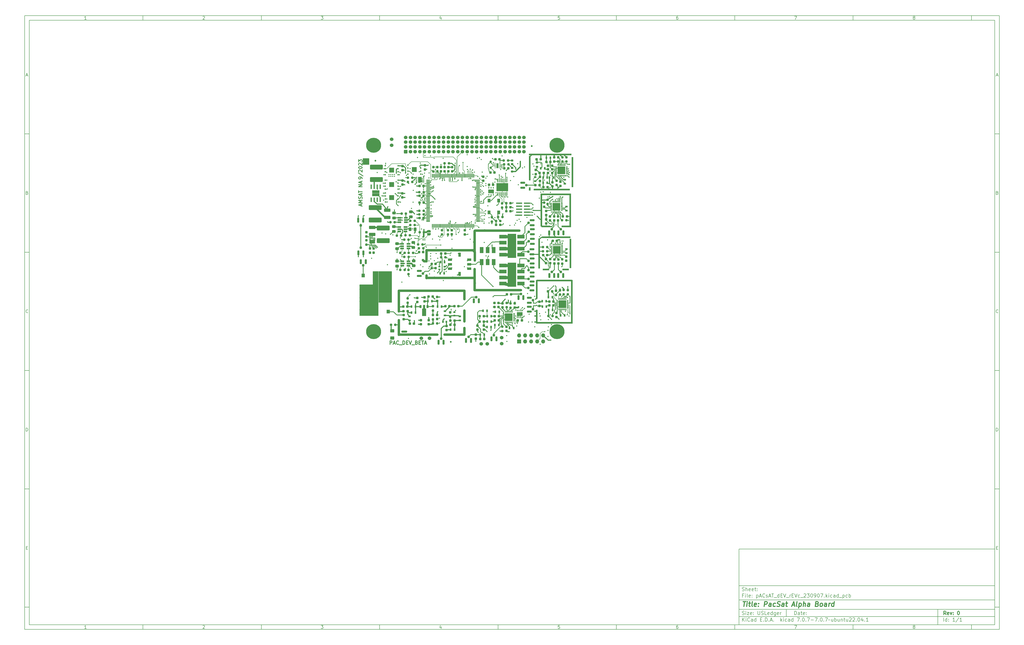
<source format=gbr>
%TF.GenerationSoftware,KiCad,Pcbnew,7.0.7-7.0.7~ubuntu22.04.1*%
%TF.CreationDate,2023-09-07T18:23:02-05:00*%
%TF.ProjectId,pACsAT_dEV_rEVc_230907,70414373-4154-45f6-9445-565f72455663,0*%
%TF.SameCoordinates,Original*%
%TF.FileFunction,Copper,L1,Top*%
%TF.FilePolarity,Positive*%
%FSLAX46Y46*%
G04 Gerber Fmt 4.6, Leading zero omitted, Abs format (unit mm)*
G04 Created by KiCad (PCBNEW 7.0.7-7.0.7~ubuntu22.04.1) date 2023-09-07 18:23:02*
%MOMM*%
%LPD*%
G01*
G04 APERTURE LIST*
G04 Aperture macros list*
%AMRoundRect*
0 Rectangle with rounded corners*
0 $1 Rounding radius*
0 $2 $3 $4 $5 $6 $7 $8 $9 X,Y pos of 4 corners*
0 Add a 4 corners polygon primitive as box body*
4,1,4,$2,$3,$4,$5,$6,$7,$8,$9,$2,$3,0*
0 Add four circle primitives for the rounded corners*
1,1,$1+$1,$2,$3*
1,1,$1+$1,$4,$5*
1,1,$1+$1,$6,$7*
1,1,$1+$1,$8,$9*
0 Add four rect primitives between the rounded corners*
20,1,$1+$1,$2,$3,$4,$5,0*
20,1,$1+$1,$4,$5,$6,$7,0*
20,1,$1+$1,$6,$7,$8,$9,0*
20,1,$1+$1,$8,$9,$2,$3,0*%
%AMFreePoly0*
4,1,9,3.862500,-0.866500,0.737500,-0.866500,0.737500,-0.450000,-0.737500,-0.450000,-0.737500,0.450000,0.737500,0.450000,0.737500,0.866500,3.862500,0.866500,3.862500,-0.866500,3.862500,-0.866500,$1*%
%AMFreePoly1*
4,1,19,0.500000,-0.750000,0.000000,-0.750000,0.000000,-0.744911,-0.071157,-0.744911,-0.207708,-0.704816,-0.327430,-0.627875,-0.420627,-0.520320,-0.479746,-0.390866,-0.500000,-0.250000,-0.500000,0.250000,-0.479746,0.390866,-0.420627,0.520320,-0.327430,0.627875,-0.207708,0.704816,-0.071157,0.744911,0.000000,0.744911,0.000000,0.750000,0.500000,0.750000,0.500000,-0.750000,0.500000,-0.750000,
$1*%
%AMFreePoly2*
4,1,19,0.000000,0.744911,0.071157,0.744911,0.207708,0.704816,0.327430,0.627875,0.420627,0.520320,0.479746,0.390866,0.500000,0.250000,0.500000,-0.250000,0.479746,-0.390866,0.420627,-0.520320,0.327430,-0.627875,0.207708,-0.704816,0.071157,-0.744911,0.000000,-0.744911,0.000000,-0.750000,-0.500000,-0.750000,-0.500000,0.750000,0.000000,0.750000,0.000000,0.744911,0.000000,0.744911,
$1*%
G04 Aperture macros list end*
%ADD10C,0.100000*%
%ADD11C,0.150000*%
%ADD12C,0.300000*%
%ADD13C,0.400000*%
%TA.AperFunction,NonConductor*%
%ADD14C,0.200000*%
%TD*%
%TA.AperFunction,NonConductor*%
%ADD15C,0.300000*%
%TD*%
%TA.AperFunction,SMDPad,CuDef*%
%ADD16RoundRect,0.237500X0.237500X-0.300000X0.237500X0.300000X-0.237500X0.300000X-0.237500X-0.300000X0*%
%TD*%
%TA.AperFunction,SMDPad,CuDef*%
%ADD17RoundRect,0.237500X0.300000X0.237500X-0.300000X0.237500X-0.300000X-0.237500X0.300000X-0.237500X0*%
%TD*%
%TA.AperFunction,SMDPad,CuDef*%
%ADD18RoundRect,0.237500X-0.237500X0.300000X-0.237500X-0.300000X0.237500X-0.300000X0.237500X0.300000X0*%
%TD*%
%TA.AperFunction,SMDPad,CuDef*%
%ADD19RoundRect,0.237500X0.237500X-0.287500X0.237500X0.287500X-0.237500X0.287500X-0.237500X-0.287500X0*%
%TD*%
%TA.AperFunction,SMDPad,CuDef*%
%ADD20R,0.300000X1.600000*%
%TD*%
%TA.AperFunction,SMDPad,CuDef*%
%ADD21R,1.600000X0.300000*%
%TD*%
%TA.AperFunction,SMDPad,CuDef*%
%ADD22RoundRect,0.250000X-0.475000X0.337500X-0.475000X-0.337500X0.475000X-0.337500X0.475000X0.337500X0*%
%TD*%
%TA.AperFunction,SMDPad,CuDef*%
%ADD23RoundRect,0.237500X0.237500X-0.250000X0.237500X0.250000X-0.237500X0.250000X-0.237500X-0.250000X0*%
%TD*%
%TA.AperFunction,SMDPad,CuDef*%
%ADD24RoundRect,0.237500X-0.300000X-0.237500X0.300000X-0.237500X0.300000X0.237500X-0.300000X0.237500X0*%
%TD*%
%TA.AperFunction,SMDPad,CuDef*%
%ADD25R,0.660400X1.016000*%
%TD*%
%TA.AperFunction,SMDPad,CuDef*%
%ADD26R,0.762000X10.414000*%
%TD*%
%TA.AperFunction,SMDPad,CuDef*%
%ADD27R,18.064480X0.762000*%
%TD*%
%TA.AperFunction,SMDPad,CuDef*%
%ADD28R,0.762000X1.369060*%
%TD*%
%TA.AperFunction,SMDPad,CuDef*%
%ADD29R,0.762000X12.700000*%
%TD*%
%TA.AperFunction,SMDPad,CuDef*%
%ADD30R,15.240000X0.762000*%
%TD*%
%TA.AperFunction,SMDPad,CuDef*%
%ADD31RoundRect,0.237500X0.250000X0.237500X-0.250000X0.237500X-0.250000X-0.237500X0.250000X-0.237500X0*%
%TD*%
%TA.AperFunction,SMDPad,CuDef*%
%ADD32RoundRect,0.237500X-0.250000X-0.237500X0.250000X-0.237500X0.250000X0.237500X-0.250000X0.237500X0*%
%TD*%
%TA.AperFunction,SMDPad,CuDef*%
%ADD33RoundRect,0.249999X-2.450001X0.737501X-2.450001X-0.737501X2.450001X-0.737501X2.450001X0.737501X0*%
%TD*%
%TA.AperFunction,SMDPad,CuDef*%
%ADD34R,0.900000X1.300000*%
%TD*%
%TA.AperFunction,SMDPad,CuDef*%
%ADD35FreePoly0,270.000000*%
%TD*%
%TA.AperFunction,SMDPad,CuDef*%
%ADD36C,0.750000*%
%TD*%
%TA.AperFunction,SMDPad,CuDef*%
%ADD37R,2.000000X2.000000*%
%TD*%
%TA.AperFunction,SMDPad,CuDef*%
%ADD38R,0.600000X0.500000*%
%TD*%
%TA.AperFunction,SMDPad,CuDef*%
%ADD39RoundRect,0.254000X-0.254000X0.254000X-0.254000X-0.254000X0.254000X-0.254000X0.254000X0.254000X0*%
%TD*%
%TA.AperFunction,SMDPad,CuDef*%
%ADD40RoundRect,0.200000X-0.200000X0.800000X-0.200000X-0.800000X0.200000X-0.800000X0.200000X0.800000X0*%
%TD*%
%TA.AperFunction,ComponentPad*%
%ADD41C,1.524000*%
%TD*%
%TA.AperFunction,SMDPad,CuDef*%
%ADD42RoundRect,0.250001X-0.624999X0.462499X-0.624999X-0.462499X0.624999X-0.462499X0.624999X0.462499X0*%
%TD*%
%TA.AperFunction,SMDPad,CuDef*%
%ADD43R,2.390000X1.600000*%
%TD*%
%TA.AperFunction,SMDPad,CuDef*%
%ADD44R,0.460000X0.710000*%
%TD*%
%TA.AperFunction,SMDPad,CuDef*%
%ADD45RoundRect,0.062500X-0.300000X-0.062500X0.300000X-0.062500X0.300000X0.062500X-0.300000X0.062500X0*%
%TD*%
%TA.AperFunction,SMDPad,CuDef*%
%ADD46R,0.900000X2.000000*%
%TD*%
%TA.AperFunction,ComponentPad*%
%ADD47C,6.350000*%
%TD*%
%TA.AperFunction,ComponentPad*%
%ADD48RoundRect,0.290840X-0.471160X-0.471160X0.471160X-0.471160X0.471160X0.471160X-0.471160X0.471160X0*%
%TD*%
%TA.AperFunction,SMDPad,CuDef*%
%ADD49R,2.350000X1.580000*%
%TD*%
%TA.AperFunction,SMDPad,CuDef*%
%ADD50R,0.300000X0.700000*%
%TD*%
%TA.AperFunction,SMDPad,CuDef*%
%ADD51R,0.900000X0.700000*%
%TD*%
%TA.AperFunction,SMDPad,CuDef*%
%ADD52R,1.016000X0.660400*%
%TD*%
%TA.AperFunction,SMDPad,CuDef*%
%ADD53RoundRect,0.237500X-0.237500X0.250000X-0.237500X-0.250000X0.237500X-0.250000X0.237500X0.250000X0*%
%TD*%
%TA.AperFunction,SMDPad,CuDef*%
%ADD54R,1.397000X1.524000*%
%TD*%
%TA.AperFunction,ComponentPad*%
%ADD55C,1.016000*%
%TD*%
%TA.AperFunction,SMDPad,CuDef*%
%ADD56R,5.664200X13.208000*%
%TD*%
%TA.AperFunction,SMDPad,CuDef*%
%ADD57R,2.387600X18.796000*%
%TD*%
%TA.AperFunction,SMDPad,CuDef*%
%ADD58R,1.560000X0.650000*%
%TD*%
%TA.AperFunction,SMDPad,CuDef*%
%ADD59RoundRect,0.250000X0.475000X-0.337500X0.475000X0.337500X-0.475000X0.337500X-0.475000X-0.337500X0*%
%TD*%
%TA.AperFunction,SMDPad,CuDef*%
%ADD60R,1.650000X2.540000*%
%TD*%
%TA.AperFunction,SMDPad,CuDef*%
%ADD61RoundRect,0.250001X1.074999X-0.462499X1.074999X0.462499X-1.074999X0.462499X-1.074999X-0.462499X0*%
%TD*%
%TA.AperFunction,SMDPad,CuDef*%
%ADD62R,3.810000X0.762000*%
%TD*%
%TA.AperFunction,SMDPad,CuDef*%
%ADD63R,0.762000X13.970000*%
%TD*%
%TA.AperFunction,SMDPad,CuDef*%
%ADD64R,12.954000X0.762000*%
%TD*%
%TA.AperFunction,SMDPad,CuDef*%
%ADD65R,0.939800X0.508000*%
%TD*%
%TA.AperFunction,SMDPad,CuDef*%
%ADD66R,0.939800X0.787400*%
%TD*%
%TA.AperFunction,SMDPad,CuDef*%
%ADD67RoundRect,0.218750X-0.256250X0.218750X-0.256250X-0.218750X0.256250X-0.218750X0.256250X0.218750X0*%
%TD*%
%TA.AperFunction,SMDPad,CuDef*%
%ADD68RoundRect,0.250000X0.337500X0.475000X-0.337500X0.475000X-0.337500X-0.475000X0.337500X-0.475000X0*%
%TD*%
%TA.AperFunction,SMDPad,CuDef*%
%ADD69R,3.250000X3.250000*%
%TD*%
%TA.AperFunction,SMDPad,CuDef*%
%ADD70R,0.650000X0.350000*%
%TD*%
%TA.AperFunction,SMDPad,CuDef*%
%ADD71R,0.350000X0.650000*%
%TD*%
%TA.AperFunction,SMDPad,CuDef*%
%ADD72FreePoly1,270.000000*%
%TD*%
%TA.AperFunction,SMDPad,CuDef*%
%ADD73FreePoly2,270.000000*%
%TD*%
%TA.AperFunction,SMDPad,CuDef*%
%ADD74R,0.350000X0.700000*%
%TD*%
%TA.AperFunction,SMDPad,CuDef*%
%ADD75RoundRect,0.100000X0.100000X-0.687500X0.100000X0.687500X-0.100000X0.687500X-0.100000X-0.687500X0*%
%TD*%
%TA.AperFunction,SMDPad,CuDef*%
%ADD76R,5.000000X3.400000*%
%TD*%
%TA.AperFunction,ComponentPad*%
%ADD77O,2.540000X0.889000*%
%TD*%
%TA.AperFunction,SMDPad,CuDef*%
%ADD78R,14.935200X0.762000*%
%TD*%
%TA.AperFunction,SMDPad,CuDef*%
%ADD79R,0.762000X5.740400*%
%TD*%
%TA.AperFunction,SMDPad,CuDef*%
%ADD80R,0.762000X7.874000*%
%TD*%
%TA.AperFunction,SMDPad,CuDef*%
%ADD81R,0.762000X18.542000*%
%TD*%
%TA.AperFunction,SMDPad,CuDef*%
%ADD82RoundRect,0.249999X2.450001X-0.737501X2.450001X0.737501X-2.450001X0.737501X-2.450001X-0.737501X0*%
%TD*%
%TA.AperFunction,ComponentPad*%
%ADD83C,1.000000*%
%TD*%
%TA.AperFunction,SMDPad,CuDef*%
%ADD84R,0.650000X0.400000*%
%TD*%
%TA.AperFunction,SMDPad,CuDef*%
%ADD85R,2.540000X0.508000*%
%TD*%
%TA.AperFunction,SMDPad,CuDef*%
%ADD86R,0.700000X0.900000*%
%TD*%
%TA.AperFunction,SMDPad,CuDef*%
%ADD87R,1.580000X2.350000*%
%TD*%
%TA.AperFunction,SMDPad,CuDef*%
%ADD88R,0.700000X0.350000*%
%TD*%
%TA.AperFunction,SMDPad,CuDef*%
%ADD89R,3.048000X1.524000*%
%TD*%
%TA.AperFunction,SMDPad,CuDef*%
%ADD90R,3.556000X10.160000*%
%TD*%
%TA.AperFunction,SMDPad,CuDef*%
%ADD91RoundRect,0.250001X-1.074999X0.462499X-1.074999X-0.462499X1.074999X-0.462499X1.074999X0.462499X0*%
%TD*%
%TA.AperFunction,SMDPad,CuDef*%
%ADD92R,2.794000X0.762000*%
%TD*%
%TA.AperFunction,SMDPad,CuDef*%
%ADD93R,12.090400X0.762000*%
%TD*%
%TA.AperFunction,SMDPad,CuDef*%
%ADD94R,0.762000X12.446000*%
%TD*%
%TA.AperFunction,SMDPad,CuDef*%
%ADD95RoundRect,0.254000X0.254000X-0.254000X0.254000X0.254000X-0.254000X0.254000X-0.254000X-0.254000X0*%
%TD*%
%TA.AperFunction,SMDPad,CuDef*%
%ADD96RoundRect,0.200000X0.200000X-0.800000X0.200000X0.800000X-0.200000X0.800000X-0.200000X-0.800000X0*%
%TD*%
%TA.AperFunction,SMDPad,CuDef*%
%ADD97R,1.778000X1.016000*%
%TD*%
%TA.AperFunction,SMDPad,CuDef*%
%ADD98R,1.016000X1.778000*%
%TD*%
%TA.AperFunction,SMDPad,CuDef*%
%ADD99R,1.300000X1.600000*%
%TD*%
%TA.AperFunction,SMDPad,CuDef*%
%ADD100R,0.610000X1.910000*%
%TD*%
%TA.AperFunction,SMDPad,CuDef*%
%ADD101R,1.550000X1.205000*%
%TD*%
%TA.AperFunction,ComponentPad*%
%ADD102R,1.700000X1.700000*%
%TD*%
%TA.AperFunction,ComponentPad*%
%ADD103O,1.700000X1.700000*%
%TD*%
%TA.AperFunction,ComponentPad*%
%ADD104RoundRect,0.254000X0.254000X-0.254000X0.254000X0.254000X-0.254000X0.254000X-0.254000X-0.254000X0*%
%TD*%
%TA.AperFunction,ComponentPad*%
%ADD105RoundRect,0.200000X0.200000X-0.800000X0.200000X0.800000X-0.200000X0.800000X-0.200000X-0.800000X0*%
%TD*%
%TA.AperFunction,ComponentPad*%
%ADD106RoundRect,0.254000X0.254000X0.254000X-0.254000X0.254000X-0.254000X-0.254000X0.254000X-0.254000X0*%
%TD*%
%TA.AperFunction,ComponentPad*%
%ADD107RoundRect,0.200000X0.800000X0.200000X-0.800000X0.200000X-0.800000X-0.200000X0.800000X-0.200000X0*%
%TD*%
%TA.AperFunction,ComponentPad*%
%ADD108RoundRect,0.254000X-0.254000X0.254000X-0.254000X-0.254000X0.254000X-0.254000X0.254000X0.254000X0*%
%TD*%
%TA.AperFunction,ComponentPad*%
%ADD109RoundRect,0.200000X-0.200000X0.800000X-0.200000X-0.800000X0.200000X-0.800000X0.200000X0.800000X0*%
%TD*%
%TA.AperFunction,ComponentPad*%
%ADD110RoundRect,0.254000X-0.254000X-0.254000X0.254000X-0.254000X0.254000X0.254000X-0.254000X0.254000X0*%
%TD*%
%TA.AperFunction,ComponentPad*%
%ADD111RoundRect,0.200000X-0.800000X-0.200000X0.800000X-0.200000X0.800000X0.200000X-0.800000X0.200000X0*%
%TD*%
%TA.AperFunction,ViaPad*%
%ADD112C,0.508000*%
%TD*%
%TA.AperFunction,Conductor*%
%ADD113C,0.304800*%
%TD*%
%TA.AperFunction,Conductor*%
%ADD114C,0.330200*%
%TD*%
%TA.AperFunction,Conductor*%
%ADD115C,0.152400*%
%TD*%
%TA.AperFunction,Conductor*%
%ADD116C,0.254000*%
%TD*%
%TA.AperFunction,Conductor*%
%ADD117C,0.381000*%
%TD*%
%TA.AperFunction,Conductor*%
%ADD118C,1.016000*%
%TD*%
%TA.AperFunction,Conductor*%
%ADD119C,0.508000*%
%TD*%
%TA.AperFunction,Conductor*%
%ADD120C,0.203200*%
%TD*%
%TA.AperFunction,Conductor*%
%ADD121C,1.270000*%
%TD*%
%TA.AperFunction,Conductor*%
%ADD122C,0.127000*%
%TD*%
%TA.AperFunction,Conductor*%
%ADD123C,0.635000*%
%TD*%
%TA.AperFunction,Conductor*%
%ADD124C,0.762000*%
%TD*%
%TA.AperFunction,Conductor*%
%ADD125C,0.345440*%
%TD*%
G04 APERTURE END LIST*
D10*
D11*
X311800000Y-235400000D02*
X419800000Y-235400000D01*
X419800000Y-267400000D01*
X311800000Y-267400000D01*
X311800000Y-235400000D01*
D10*
D11*
X10000000Y-10000000D02*
X421800000Y-10000000D01*
X421800000Y-269400000D01*
X10000000Y-269400000D01*
X10000000Y-10000000D01*
D10*
D11*
X12000000Y-12000000D02*
X419800000Y-12000000D01*
X419800000Y-267400000D01*
X12000000Y-267400000D01*
X12000000Y-12000000D01*
D10*
D11*
X60000000Y-12000000D02*
X60000000Y-10000000D01*
D10*
D11*
X110000000Y-12000000D02*
X110000000Y-10000000D01*
D10*
D11*
X160000000Y-12000000D02*
X160000000Y-10000000D01*
D10*
D11*
X210000000Y-12000000D02*
X210000000Y-10000000D01*
D10*
D11*
X260000000Y-12000000D02*
X260000000Y-10000000D01*
D10*
D11*
X310000000Y-12000000D02*
X310000000Y-10000000D01*
D10*
D11*
X360000000Y-12000000D02*
X360000000Y-10000000D01*
D10*
D11*
X410000000Y-12000000D02*
X410000000Y-10000000D01*
D10*
D11*
X36089160Y-11593604D02*
X35346303Y-11593604D01*
X35717731Y-11593604D02*
X35717731Y-10293604D01*
X35717731Y-10293604D02*
X35593922Y-10479319D01*
X35593922Y-10479319D02*
X35470112Y-10603128D01*
X35470112Y-10603128D02*
X35346303Y-10665033D01*
D10*
D11*
X85346303Y-10417414D02*
X85408207Y-10355509D01*
X85408207Y-10355509D02*
X85532017Y-10293604D01*
X85532017Y-10293604D02*
X85841541Y-10293604D01*
X85841541Y-10293604D02*
X85965350Y-10355509D01*
X85965350Y-10355509D02*
X86027255Y-10417414D01*
X86027255Y-10417414D02*
X86089160Y-10541223D01*
X86089160Y-10541223D02*
X86089160Y-10665033D01*
X86089160Y-10665033D02*
X86027255Y-10850747D01*
X86027255Y-10850747D02*
X85284398Y-11593604D01*
X85284398Y-11593604D02*
X86089160Y-11593604D01*
D10*
D11*
X135284398Y-10293604D02*
X136089160Y-10293604D01*
X136089160Y-10293604D02*
X135655826Y-10788842D01*
X135655826Y-10788842D02*
X135841541Y-10788842D01*
X135841541Y-10788842D02*
X135965350Y-10850747D01*
X135965350Y-10850747D02*
X136027255Y-10912652D01*
X136027255Y-10912652D02*
X136089160Y-11036461D01*
X136089160Y-11036461D02*
X136089160Y-11345985D01*
X136089160Y-11345985D02*
X136027255Y-11469795D01*
X136027255Y-11469795D02*
X135965350Y-11531700D01*
X135965350Y-11531700D02*
X135841541Y-11593604D01*
X135841541Y-11593604D02*
X135470112Y-11593604D01*
X135470112Y-11593604D02*
X135346303Y-11531700D01*
X135346303Y-11531700D02*
X135284398Y-11469795D01*
D10*
D11*
X185965350Y-10726938D02*
X185965350Y-11593604D01*
X185655826Y-10231700D02*
X185346303Y-11160271D01*
X185346303Y-11160271D02*
X186151064Y-11160271D01*
D10*
D11*
X236027255Y-10293604D02*
X235408207Y-10293604D01*
X235408207Y-10293604D02*
X235346303Y-10912652D01*
X235346303Y-10912652D02*
X235408207Y-10850747D01*
X235408207Y-10850747D02*
X235532017Y-10788842D01*
X235532017Y-10788842D02*
X235841541Y-10788842D01*
X235841541Y-10788842D02*
X235965350Y-10850747D01*
X235965350Y-10850747D02*
X236027255Y-10912652D01*
X236027255Y-10912652D02*
X236089160Y-11036461D01*
X236089160Y-11036461D02*
X236089160Y-11345985D01*
X236089160Y-11345985D02*
X236027255Y-11469795D01*
X236027255Y-11469795D02*
X235965350Y-11531700D01*
X235965350Y-11531700D02*
X235841541Y-11593604D01*
X235841541Y-11593604D02*
X235532017Y-11593604D01*
X235532017Y-11593604D02*
X235408207Y-11531700D01*
X235408207Y-11531700D02*
X235346303Y-11469795D01*
D10*
D11*
X285965350Y-10293604D02*
X285717731Y-10293604D01*
X285717731Y-10293604D02*
X285593922Y-10355509D01*
X285593922Y-10355509D02*
X285532017Y-10417414D01*
X285532017Y-10417414D02*
X285408207Y-10603128D01*
X285408207Y-10603128D02*
X285346303Y-10850747D01*
X285346303Y-10850747D02*
X285346303Y-11345985D01*
X285346303Y-11345985D02*
X285408207Y-11469795D01*
X285408207Y-11469795D02*
X285470112Y-11531700D01*
X285470112Y-11531700D02*
X285593922Y-11593604D01*
X285593922Y-11593604D02*
X285841541Y-11593604D01*
X285841541Y-11593604D02*
X285965350Y-11531700D01*
X285965350Y-11531700D02*
X286027255Y-11469795D01*
X286027255Y-11469795D02*
X286089160Y-11345985D01*
X286089160Y-11345985D02*
X286089160Y-11036461D01*
X286089160Y-11036461D02*
X286027255Y-10912652D01*
X286027255Y-10912652D02*
X285965350Y-10850747D01*
X285965350Y-10850747D02*
X285841541Y-10788842D01*
X285841541Y-10788842D02*
X285593922Y-10788842D01*
X285593922Y-10788842D02*
X285470112Y-10850747D01*
X285470112Y-10850747D02*
X285408207Y-10912652D01*
X285408207Y-10912652D02*
X285346303Y-11036461D01*
D10*
D11*
X335284398Y-10293604D02*
X336151064Y-10293604D01*
X336151064Y-10293604D02*
X335593922Y-11593604D01*
D10*
D11*
X385593922Y-10850747D02*
X385470112Y-10788842D01*
X385470112Y-10788842D02*
X385408207Y-10726938D01*
X385408207Y-10726938D02*
X385346303Y-10603128D01*
X385346303Y-10603128D02*
X385346303Y-10541223D01*
X385346303Y-10541223D02*
X385408207Y-10417414D01*
X385408207Y-10417414D02*
X385470112Y-10355509D01*
X385470112Y-10355509D02*
X385593922Y-10293604D01*
X385593922Y-10293604D02*
X385841541Y-10293604D01*
X385841541Y-10293604D02*
X385965350Y-10355509D01*
X385965350Y-10355509D02*
X386027255Y-10417414D01*
X386027255Y-10417414D02*
X386089160Y-10541223D01*
X386089160Y-10541223D02*
X386089160Y-10603128D01*
X386089160Y-10603128D02*
X386027255Y-10726938D01*
X386027255Y-10726938D02*
X385965350Y-10788842D01*
X385965350Y-10788842D02*
X385841541Y-10850747D01*
X385841541Y-10850747D02*
X385593922Y-10850747D01*
X385593922Y-10850747D02*
X385470112Y-10912652D01*
X385470112Y-10912652D02*
X385408207Y-10974557D01*
X385408207Y-10974557D02*
X385346303Y-11098366D01*
X385346303Y-11098366D02*
X385346303Y-11345985D01*
X385346303Y-11345985D02*
X385408207Y-11469795D01*
X385408207Y-11469795D02*
X385470112Y-11531700D01*
X385470112Y-11531700D02*
X385593922Y-11593604D01*
X385593922Y-11593604D02*
X385841541Y-11593604D01*
X385841541Y-11593604D02*
X385965350Y-11531700D01*
X385965350Y-11531700D02*
X386027255Y-11469795D01*
X386027255Y-11469795D02*
X386089160Y-11345985D01*
X386089160Y-11345985D02*
X386089160Y-11098366D01*
X386089160Y-11098366D02*
X386027255Y-10974557D01*
X386027255Y-10974557D02*
X385965350Y-10912652D01*
X385965350Y-10912652D02*
X385841541Y-10850747D01*
D10*
D11*
X60000000Y-267400000D02*
X60000000Y-269400000D01*
D10*
D11*
X110000000Y-267400000D02*
X110000000Y-269400000D01*
D10*
D11*
X160000000Y-267400000D02*
X160000000Y-269400000D01*
D10*
D11*
X210000000Y-267400000D02*
X210000000Y-269400000D01*
D10*
D11*
X260000000Y-267400000D02*
X260000000Y-269400000D01*
D10*
D11*
X310000000Y-267400000D02*
X310000000Y-269400000D01*
D10*
D11*
X360000000Y-267400000D02*
X360000000Y-269400000D01*
D10*
D11*
X410000000Y-267400000D02*
X410000000Y-269400000D01*
D10*
D11*
X36089160Y-268993604D02*
X35346303Y-268993604D01*
X35717731Y-268993604D02*
X35717731Y-267693604D01*
X35717731Y-267693604D02*
X35593922Y-267879319D01*
X35593922Y-267879319D02*
X35470112Y-268003128D01*
X35470112Y-268003128D02*
X35346303Y-268065033D01*
D10*
D11*
X85346303Y-267817414D02*
X85408207Y-267755509D01*
X85408207Y-267755509D02*
X85532017Y-267693604D01*
X85532017Y-267693604D02*
X85841541Y-267693604D01*
X85841541Y-267693604D02*
X85965350Y-267755509D01*
X85965350Y-267755509D02*
X86027255Y-267817414D01*
X86027255Y-267817414D02*
X86089160Y-267941223D01*
X86089160Y-267941223D02*
X86089160Y-268065033D01*
X86089160Y-268065033D02*
X86027255Y-268250747D01*
X86027255Y-268250747D02*
X85284398Y-268993604D01*
X85284398Y-268993604D02*
X86089160Y-268993604D01*
D10*
D11*
X135284398Y-267693604D02*
X136089160Y-267693604D01*
X136089160Y-267693604D02*
X135655826Y-268188842D01*
X135655826Y-268188842D02*
X135841541Y-268188842D01*
X135841541Y-268188842D02*
X135965350Y-268250747D01*
X135965350Y-268250747D02*
X136027255Y-268312652D01*
X136027255Y-268312652D02*
X136089160Y-268436461D01*
X136089160Y-268436461D02*
X136089160Y-268745985D01*
X136089160Y-268745985D02*
X136027255Y-268869795D01*
X136027255Y-268869795D02*
X135965350Y-268931700D01*
X135965350Y-268931700D02*
X135841541Y-268993604D01*
X135841541Y-268993604D02*
X135470112Y-268993604D01*
X135470112Y-268993604D02*
X135346303Y-268931700D01*
X135346303Y-268931700D02*
X135284398Y-268869795D01*
D10*
D11*
X185965350Y-268126938D02*
X185965350Y-268993604D01*
X185655826Y-267631700D02*
X185346303Y-268560271D01*
X185346303Y-268560271D02*
X186151064Y-268560271D01*
D10*
D11*
X236027255Y-267693604D02*
X235408207Y-267693604D01*
X235408207Y-267693604D02*
X235346303Y-268312652D01*
X235346303Y-268312652D02*
X235408207Y-268250747D01*
X235408207Y-268250747D02*
X235532017Y-268188842D01*
X235532017Y-268188842D02*
X235841541Y-268188842D01*
X235841541Y-268188842D02*
X235965350Y-268250747D01*
X235965350Y-268250747D02*
X236027255Y-268312652D01*
X236027255Y-268312652D02*
X236089160Y-268436461D01*
X236089160Y-268436461D02*
X236089160Y-268745985D01*
X236089160Y-268745985D02*
X236027255Y-268869795D01*
X236027255Y-268869795D02*
X235965350Y-268931700D01*
X235965350Y-268931700D02*
X235841541Y-268993604D01*
X235841541Y-268993604D02*
X235532017Y-268993604D01*
X235532017Y-268993604D02*
X235408207Y-268931700D01*
X235408207Y-268931700D02*
X235346303Y-268869795D01*
D10*
D11*
X285965350Y-267693604D02*
X285717731Y-267693604D01*
X285717731Y-267693604D02*
X285593922Y-267755509D01*
X285593922Y-267755509D02*
X285532017Y-267817414D01*
X285532017Y-267817414D02*
X285408207Y-268003128D01*
X285408207Y-268003128D02*
X285346303Y-268250747D01*
X285346303Y-268250747D02*
X285346303Y-268745985D01*
X285346303Y-268745985D02*
X285408207Y-268869795D01*
X285408207Y-268869795D02*
X285470112Y-268931700D01*
X285470112Y-268931700D02*
X285593922Y-268993604D01*
X285593922Y-268993604D02*
X285841541Y-268993604D01*
X285841541Y-268993604D02*
X285965350Y-268931700D01*
X285965350Y-268931700D02*
X286027255Y-268869795D01*
X286027255Y-268869795D02*
X286089160Y-268745985D01*
X286089160Y-268745985D02*
X286089160Y-268436461D01*
X286089160Y-268436461D02*
X286027255Y-268312652D01*
X286027255Y-268312652D02*
X285965350Y-268250747D01*
X285965350Y-268250747D02*
X285841541Y-268188842D01*
X285841541Y-268188842D02*
X285593922Y-268188842D01*
X285593922Y-268188842D02*
X285470112Y-268250747D01*
X285470112Y-268250747D02*
X285408207Y-268312652D01*
X285408207Y-268312652D02*
X285346303Y-268436461D01*
D10*
D11*
X335284398Y-267693604D02*
X336151064Y-267693604D01*
X336151064Y-267693604D02*
X335593922Y-268993604D01*
D10*
D11*
X385593922Y-268250747D02*
X385470112Y-268188842D01*
X385470112Y-268188842D02*
X385408207Y-268126938D01*
X385408207Y-268126938D02*
X385346303Y-268003128D01*
X385346303Y-268003128D02*
X385346303Y-267941223D01*
X385346303Y-267941223D02*
X385408207Y-267817414D01*
X385408207Y-267817414D02*
X385470112Y-267755509D01*
X385470112Y-267755509D02*
X385593922Y-267693604D01*
X385593922Y-267693604D02*
X385841541Y-267693604D01*
X385841541Y-267693604D02*
X385965350Y-267755509D01*
X385965350Y-267755509D02*
X386027255Y-267817414D01*
X386027255Y-267817414D02*
X386089160Y-267941223D01*
X386089160Y-267941223D02*
X386089160Y-268003128D01*
X386089160Y-268003128D02*
X386027255Y-268126938D01*
X386027255Y-268126938D02*
X385965350Y-268188842D01*
X385965350Y-268188842D02*
X385841541Y-268250747D01*
X385841541Y-268250747D02*
X385593922Y-268250747D01*
X385593922Y-268250747D02*
X385470112Y-268312652D01*
X385470112Y-268312652D02*
X385408207Y-268374557D01*
X385408207Y-268374557D02*
X385346303Y-268498366D01*
X385346303Y-268498366D02*
X385346303Y-268745985D01*
X385346303Y-268745985D02*
X385408207Y-268869795D01*
X385408207Y-268869795D02*
X385470112Y-268931700D01*
X385470112Y-268931700D02*
X385593922Y-268993604D01*
X385593922Y-268993604D02*
X385841541Y-268993604D01*
X385841541Y-268993604D02*
X385965350Y-268931700D01*
X385965350Y-268931700D02*
X386027255Y-268869795D01*
X386027255Y-268869795D02*
X386089160Y-268745985D01*
X386089160Y-268745985D02*
X386089160Y-268498366D01*
X386089160Y-268498366D02*
X386027255Y-268374557D01*
X386027255Y-268374557D02*
X385965350Y-268312652D01*
X385965350Y-268312652D02*
X385841541Y-268250747D01*
D10*
D11*
X10000000Y-60000000D02*
X12000000Y-60000000D01*
D10*
D11*
X10000000Y-110000000D02*
X12000000Y-110000000D01*
D10*
D11*
X10000000Y-160000000D02*
X12000000Y-160000000D01*
D10*
D11*
X10000000Y-210000000D02*
X12000000Y-210000000D01*
D10*
D11*
X10000000Y-260000000D02*
X12000000Y-260000000D01*
D10*
D11*
X10690476Y-35222176D02*
X11309523Y-35222176D01*
X10566666Y-35593604D02*
X10999999Y-34293604D01*
X10999999Y-34293604D02*
X11433333Y-35593604D01*
D10*
D11*
X11092857Y-84912652D02*
X11278571Y-84974557D01*
X11278571Y-84974557D02*
X11340476Y-85036461D01*
X11340476Y-85036461D02*
X11402380Y-85160271D01*
X11402380Y-85160271D02*
X11402380Y-85345985D01*
X11402380Y-85345985D02*
X11340476Y-85469795D01*
X11340476Y-85469795D02*
X11278571Y-85531700D01*
X11278571Y-85531700D02*
X11154761Y-85593604D01*
X11154761Y-85593604D02*
X10659523Y-85593604D01*
X10659523Y-85593604D02*
X10659523Y-84293604D01*
X10659523Y-84293604D02*
X11092857Y-84293604D01*
X11092857Y-84293604D02*
X11216666Y-84355509D01*
X11216666Y-84355509D02*
X11278571Y-84417414D01*
X11278571Y-84417414D02*
X11340476Y-84541223D01*
X11340476Y-84541223D02*
X11340476Y-84665033D01*
X11340476Y-84665033D02*
X11278571Y-84788842D01*
X11278571Y-84788842D02*
X11216666Y-84850747D01*
X11216666Y-84850747D02*
X11092857Y-84912652D01*
X11092857Y-84912652D02*
X10659523Y-84912652D01*
D10*
D11*
X11402380Y-135469795D02*
X11340476Y-135531700D01*
X11340476Y-135531700D02*
X11154761Y-135593604D01*
X11154761Y-135593604D02*
X11030952Y-135593604D01*
X11030952Y-135593604D02*
X10845238Y-135531700D01*
X10845238Y-135531700D02*
X10721428Y-135407890D01*
X10721428Y-135407890D02*
X10659523Y-135284080D01*
X10659523Y-135284080D02*
X10597619Y-135036461D01*
X10597619Y-135036461D02*
X10597619Y-134850747D01*
X10597619Y-134850747D02*
X10659523Y-134603128D01*
X10659523Y-134603128D02*
X10721428Y-134479319D01*
X10721428Y-134479319D02*
X10845238Y-134355509D01*
X10845238Y-134355509D02*
X11030952Y-134293604D01*
X11030952Y-134293604D02*
X11154761Y-134293604D01*
X11154761Y-134293604D02*
X11340476Y-134355509D01*
X11340476Y-134355509D02*
X11402380Y-134417414D01*
D10*
D11*
X10659523Y-185593604D02*
X10659523Y-184293604D01*
X10659523Y-184293604D02*
X10969047Y-184293604D01*
X10969047Y-184293604D02*
X11154761Y-184355509D01*
X11154761Y-184355509D02*
X11278571Y-184479319D01*
X11278571Y-184479319D02*
X11340476Y-184603128D01*
X11340476Y-184603128D02*
X11402380Y-184850747D01*
X11402380Y-184850747D02*
X11402380Y-185036461D01*
X11402380Y-185036461D02*
X11340476Y-185284080D01*
X11340476Y-185284080D02*
X11278571Y-185407890D01*
X11278571Y-185407890D02*
X11154761Y-185531700D01*
X11154761Y-185531700D02*
X10969047Y-185593604D01*
X10969047Y-185593604D02*
X10659523Y-185593604D01*
D10*
D11*
X10721428Y-234912652D02*
X11154762Y-234912652D01*
X11340476Y-235593604D02*
X10721428Y-235593604D01*
X10721428Y-235593604D02*
X10721428Y-234293604D01*
X10721428Y-234293604D02*
X11340476Y-234293604D01*
D10*
D11*
X421800000Y-60000000D02*
X419800000Y-60000000D01*
D10*
D11*
X421800000Y-110000000D02*
X419800000Y-110000000D01*
D10*
D11*
X421800000Y-160000000D02*
X419800000Y-160000000D01*
D10*
D11*
X421800000Y-210000000D02*
X419800000Y-210000000D01*
D10*
D11*
X421800000Y-260000000D02*
X419800000Y-260000000D01*
D10*
D11*
X420490476Y-35222176D02*
X421109523Y-35222176D01*
X420366666Y-35593604D02*
X420799999Y-34293604D01*
X420799999Y-34293604D02*
X421233333Y-35593604D01*
D10*
D11*
X420892857Y-84912652D02*
X421078571Y-84974557D01*
X421078571Y-84974557D02*
X421140476Y-85036461D01*
X421140476Y-85036461D02*
X421202380Y-85160271D01*
X421202380Y-85160271D02*
X421202380Y-85345985D01*
X421202380Y-85345985D02*
X421140476Y-85469795D01*
X421140476Y-85469795D02*
X421078571Y-85531700D01*
X421078571Y-85531700D02*
X420954761Y-85593604D01*
X420954761Y-85593604D02*
X420459523Y-85593604D01*
X420459523Y-85593604D02*
X420459523Y-84293604D01*
X420459523Y-84293604D02*
X420892857Y-84293604D01*
X420892857Y-84293604D02*
X421016666Y-84355509D01*
X421016666Y-84355509D02*
X421078571Y-84417414D01*
X421078571Y-84417414D02*
X421140476Y-84541223D01*
X421140476Y-84541223D02*
X421140476Y-84665033D01*
X421140476Y-84665033D02*
X421078571Y-84788842D01*
X421078571Y-84788842D02*
X421016666Y-84850747D01*
X421016666Y-84850747D02*
X420892857Y-84912652D01*
X420892857Y-84912652D02*
X420459523Y-84912652D01*
D10*
D11*
X421202380Y-135469795D02*
X421140476Y-135531700D01*
X421140476Y-135531700D02*
X420954761Y-135593604D01*
X420954761Y-135593604D02*
X420830952Y-135593604D01*
X420830952Y-135593604D02*
X420645238Y-135531700D01*
X420645238Y-135531700D02*
X420521428Y-135407890D01*
X420521428Y-135407890D02*
X420459523Y-135284080D01*
X420459523Y-135284080D02*
X420397619Y-135036461D01*
X420397619Y-135036461D02*
X420397619Y-134850747D01*
X420397619Y-134850747D02*
X420459523Y-134603128D01*
X420459523Y-134603128D02*
X420521428Y-134479319D01*
X420521428Y-134479319D02*
X420645238Y-134355509D01*
X420645238Y-134355509D02*
X420830952Y-134293604D01*
X420830952Y-134293604D02*
X420954761Y-134293604D01*
X420954761Y-134293604D02*
X421140476Y-134355509D01*
X421140476Y-134355509D02*
X421202380Y-134417414D01*
D10*
D11*
X420459523Y-185593604D02*
X420459523Y-184293604D01*
X420459523Y-184293604D02*
X420769047Y-184293604D01*
X420769047Y-184293604D02*
X420954761Y-184355509D01*
X420954761Y-184355509D02*
X421078571Y-184479319D01*
X421078571Y-184479319D02*
X421140476Y-184603128D01*
X421140476Y-184603128D02*
X421202380Y-184850747D01*
X421202380Y-184850747D02*
X421202380Y-185036461D01*
X421202380Y-185036461D02*
X421140476Y-185284080D01*
X421140476Y-185284080D02*
X421078571Y-185407890D01*
X421078571Y-185407890D02*
X420954761Y-185531700D01*
X420954761Y-185531700D02*
X420769047Y-185593604D01*
X420769047Y-185593604D02*
X420459523Y-185593604D01*
D10*
D11*
X420521428Y-234912652D02*
X420954762Y-234912652D01*
X421140476Y-235593604D02*
X420521428Y-235593604D01*
X420521428Y-235593604D02*
X420521428Y-234293604D01*
X420521428Y-234293604D02*
X421140476Y-234293604D01*
D10*
D11*
X335255826Y-263186128D02*
X335255826Y-261686128D01*
X335255826Y-261686128D02*
X335612969Y-261686128D01*
X335612969Y-261686128D02*
X335827255Y-261757557D01*
X335827255Y-261757557D02*
X335970112Y-261900414D01*
X335970112Y-261900414D02*
X336041541Y-262043271D01*
X336041541Y-262043271D02*
X336112969Y-262328985D01*
X336112969Y-262328985D02*
X336112969Y-262543271D01*
X336112969Y-262543271D02*
X336041541Y-262828985D01*
X336041541Y-262828985D02*
X335970112Y-262971842D01*
X335970112Y-262971842D02*
X335827255Y-263114700D01*
X335827255Y-263114700D02*
X335612969Y-263186128D01*
X335612969Y-263186128D02*
X335255826Y-263186128D01*
X337398684Y-263186128D02*
X337398684Y-262400414D01*
X337398684Y-262400414D02*
X337327255Y-262257557D01*
X337327255Y-262257557D02*
X337184398Y-262186128D01*
X337184398Y-262186128D02*
X336898684Y-262186128D01*
X336898684Y-262186128D02*
X336755826Y-262257557D01*
X337398684Y-263114700D02*
X337255826Y-263186128D01*
X337255826Y-263186128D02*
X336898684Y-263186128D01*
X336898684Y-263186128D02*
X336755826Y-263114700D01*
X336755826Y-263114700D02*
X336684398Y-262971842D01*
X336684398Y-262971842D02*
X336684398Y-262828985D01*
X336684398Y-262828985D02*
X336755826Y-262686128D01*
X336755826Y-262686128D02*
X336898684Y-262614700D01*
X336898684Y-262614700D02*
X337255826Y-262614700D01*
X337255826Y-262614700D02*
X337398684Y-262543271D01*
X337898684Y-262186128D02*
X338470112Y-262186128D01*
X338112969Y-261686128D02*
X338112969Y-262971842D01*
X338112969Y-262971842D02*
X338184398Y-263114700D01*
X338184398Y-263114700D02*
X338327255Y-263186128D01*
X338327255Y-263186128D02*
X338470112Y-263186128D01*
X339541541Y-263114700D02*
X339398684Y-263186128D01*
X339398684Y-263186128D02*
X339112970Y-263186128D01*
X339112970Y-263186128D02*
X338970112Y-263114700D01*
X338970112Y-263114700D02*
X338898684Y-262971842D01*
X338898684Y-262971842D02*
X338898684Y-262400414D01*
X338898684Y-262400414D02*
X338970112Y-262257557D01*
X338970112Y-262257557D02*
X339112970Y-262186128D01*
X339112970Y-262186128D02*
X339398684Y-262186128D01*
X339398684Y-262186128D02*
X339541541Y-262257557D01*
X339541541Y-262257557D02*
X339612970Y-262400414D01*
X339612970Y-262400414D02*
X339612970Y-262543271D01*
X339612970Y-262543271D02*
X338898684Y-262686128D01*
X340255826Y-263043271D02*
X340327255Y-263114700D01*
X340327255Y-263114700D02*
X340255826Y-263186128D01*
X340255826Y-263186128D02*
X340184398Y-263114700D01*
X340184398Y-263114700D02*
X340255826Y-263043271D01*
X340255826Y-263043271D02*
X340255826Y-263186128D01*
X340255826Y-262257557D02*
X340327255Y-262328985D01*
X340327255Y-262328985D02*
X340255826Y-262400414D01*
X340255826Y-262400414D02*
X340184398Y-262328985D01*
X340184398Y-262328985D02*
X340255826Y-262257557D01*
X340255826Y-262257557D02*
X340255826Y-262400414D01*
D10*
D11*
X311800000Y-263900000D02*
X419800000Y-263900000D01*
D10*
D11*
X313255826Y-265986128D02*
X313255826Y-264486128D01*
X314112969Y-265986128D02*
X313470112Y-265128985D01*
X314112969Y-264486128D02*
X313255826Y-265343271D01*
X314755826Y-265986128D02*
X314755826Y-264986128D01*
X314755826Y-264486128D02*
X314684398Y-264557557D01*
X314684398Y-264557557D02*
X314755826Y-264628985D01*
X314755826Y-264628985D02*
X314827255Y-264557557D01*
X314827255Y-264557557D02*
X314755826Y-264486128D01*
X314755826Y-264486128D02*
X314755826Y-264628985D01*
X316327255Y-265843271D02*
X316255827Y-265914700D01*
X316255827Y-265914700D02*
X316041541Y-265986128D01*
X316041541Y-265986128D02*
X315898684Y-265986128D01*
X315898684Y-265986128D02*
X315684398Y-265914700D01*
X315684398Y-265914700D02*
X315541541Y-265771842D01*
X315541541Y-265771842D02*
X315470112Y-265628985D01*
X315470112Y-265628985D02*
X315398684Y-265343271D01*
X315398684Y-265343271D02*
X315398684Y-265128985D01*
X315398684Y-265128985D02*
X315470112Y-264843271D01*
X315470112Y-264843271D02*
X315541541Y-264700414D01*
X315541541Y-264700414D02*
X315684398Y-264557557D01*
X315684398Y-264557557D02*
X315898684Y-264486128D01*
X315898684Y-264486128D02*
X316041541Y-264486128D01*
X316041541Y-264486128D02*
X316255827Y-264557557D01*
X316255827Y-264557557D02*
X316327255Y-264628985D01*
X317612970Y-265986128D02*
X317612970Y-265200414D01*
X317612970Y-265200414D02*
X317541541Y-265057557D01*
X317541541Y-265057557D02*
X317398684Y-264986128D01*
X317398684Y-264986128D02*
X317112970Y-264986128D01*
X317112970Y-264986128D02*
X316970112Y-265057557D01*
X317612970Y-265914700D02*
X317470112Y-265986128D01*
X317470112Y-265986128D02*
X317112970Y-265986128D01*
X317112970Y-265986128D02*
X316970112Y-265914700D01*
X316970112Y-265914700D02*
X316898684Y-265771842D01*
X316898684Y-265771842D02*
X316898684Y-265628985D01*
X316898684Y-265628985D02*
X316970112Y-265486128D01*
X316970112Y-265486128D02*
X317112970Y-265414700D01*
X317112970Y-265414700D02*
X317470112Y-265414700D01*
X317470112Y-265414700D02*
X317612970Y-265343271D01*
X318970113Y-265986128D02*
X318970113Y-264486128D01*
X318970113Y-265914700D02*
X318827255Y-265986128D01*
X318827255Y-265986128D02*
X318541541Y-265986128D01*
X318541541Y-265986128D02*
X318398684Y-265914700D01*
X318398684Y-265914700D02*
X318327255Y-265843271D01*
X318327255Y-265843271D02*
X318255827Y-265700414D01*
X318255827Y-265700414D02*
X318255827Y-265271842D01*
X318255827Y-265271842D02*
X318327255Y-265128985D01*
X318327255Y-265128985D02*
X318398684Y-265057557D01*
X318398684Y-265057557D02*
X318541541Y-264986128D01*
X318541541Y-264986128D02*
X318827255Y-264986128D01*
X318827255Y-264986128D02*
X318970113Y-265057557D01*
X320827255Y-265200414D02*
X321327255Y-265200414D01*
X321541541Y-265986128D02*
X320827255Y-265986128D01*
X320827255Y-265986128D02*
X320827255Y-264486128D01*
X320827255Y-264486128D02*
X321541541Y-264486128D01*
X322184398Y-265843271D02*
X322255827Y-265914700D01*
X322255827Y-265914700D02*
X322184398Y-265986128D01*
X322184398Y-265986128D02*
X322112970Y-265914700D01*
X322112970Y-265914700D02*
X322184398Y-265843271D01*
X322184398Y-265843271D02*
X322184398Y-265986128D01*
X322898684Y-265986128D02*
X322898684Y-264486128D01*
X322898684Y-264486128D02*
X323255827Y-264486128D01*
X323255827Y-264486128D02*
X323470113Y-264557557D01*
X323470113Y-264557557D02*
X323612970Y-264700414D01*
X323612970Y-264700414D02*
X323684399Y-264843271D01*
X323684399Y-264843271D02*
X323755827Y-265128985D01*
X323755827Y-265128985D02*
X323755827Y-265343271D01*
X323755827Y-265343271D02*
X323684399Y-265628985D01*
X323684399Y-265628985D02*
X323612970Y-265771842D01*
X323612970Y-265771842D02*
X323470113Y-265914700D01*
X323470113Y-265914700D02*
X323255827Y-265986128D01*
X323255827Y-265986128D02*
X322898684Y-265986128D01*
X324398684Y-265843271D02*
X324470113Y-265914700D01*
X324470113Y-265914700D02*
X324398684Y-265986128D01*
X324398684Y-265986128D02*
X324327256Y-265914700D01*
X324327256Y-265914700D02*
X324398684Y-265843271D01*
X324398684Y-265843271D02*
X324398684Y-265986128D01*
X325041542Y-265557557D02*
X325755828Y-265557557D01*
X324898685Y-265986128D02*
X325398685Y-264486128D01*
X325398685Y-264486128D02*
X325898685Y-265986128D01*
X326398684Y-265843271D02*
X326470113Y-265914700D01*
X326470113Y-265914700D02*
X326398684Y-265986128D01*
X326398684Y-265986128D02*
X326327256Y-265914700D01*
X326327256Y-265914700D02*
X326398684Y-265843271D01*
X326398684Y-265843271D02*
X326398684Y-265986128D01*
X329398684Y-265986128D02*
X329398684Y-264486128D01*
X329541542Y-265414700D02*
X329970113Y-265986128D01*
X329970113Y-264986128D02*
X329398684Y-265557557D01*
X330612970Y-265986128D02*
X330612970Y-264986128D01*
X330612970Y-264486128D02*
X330541542Y-264557557D01*
X330541542Y-264557557D02*
X330612970Y-264628985D01*
X330612970Y-264628985D02*
X330684399Y-264557557D01*
X330684399Y-264557557D02*
X330612970Y-264486128D01*
X330612970Y-264486128D02*
X330612970Y-264628985D01*
X331970114Y-265914700D02*
X331827256Y-265986128D01*
X331827256Y-265986128D02*
X331541542Y-265986128D01*
X331541542Y-265986128D02*
X331398685Y-265914700D01*
X331398685Y-265914700D02*
X331327256Y-265843271D01*
X331327256Y-265843271D02*
X331255828Y-265700414D01*
X331255828Y-265700414D02*
X331255828Y-265271842D01*
X331255828Y-265271842D02*
X331327256Y-265128985D01*
X331327256Y-265128985D02*
X331398685Y-265057557D01*
X331398685Y-265057557D02*
X331541542Y-264986128D01*
X331541542Y-264986128D02*
X331827256Y-264986128D01*
X331827256Y-264986128D02*
X331970114Y-265057557D01*
X333255828Y-265986128D02*
X333255828Y-265200414D01*
X333255828Y-265200414D02*
X333184399Y-265057557D01*
X333184399Y-265057557D02*
X333041542Y-264986128D01*
X333041542Y-264986128D02*
X332755828Y-264986128D01*
X332755828Y-264986128D02*
X332612970Y-265057557D01*
X333255828Y-265914700D02*
X333112970Y-265986128D01*
X333112970Y-265986128D02*
X332755828Y-265986128D01*
X332755828Y-265986128D02*
X332612970Y-265914700D01*
X332612970Y-265914700D02*
X332541542Y-265771842D01*
X332541542Y-265771842D02*
X332541542Y-265628985D01*
X332541542Y-265628985D02*
X332612970Y-265486128D01*
X332612970Y-265486128D02*
X332755828Y-265414700D01*
X332755828Y-265414700D02*
X333112970Y-265414700D01*
X333112970Y-265414700D02*
X333255828Y-265343271D01*
X334612971Y-265986128D02*
X334612971Y-264486128D01*
X334612971Y-265914700D02*
X334470113Y-265986128D01*
X334470113Y-265986128D02*
X334184399Y-265986128D01*
X334184399Y-265986128D02*
X334041542Y-265914700D01*
X334041542Y-265914700D02*
X333970113Y-265843271D01*
X333970113Y-265843271D02*
X333898685Y-265700414D01*
X333898685Y-265700414D02*
X333898685Y-265271842D01*
X333898685Y-265271842D02*
X333970113Y-265128985D01*
X333970113Y-265128985D02*
X334041542Y-265057557D01*
X334041542Y-265057557D02*
X334184399Y-264986128D01*
X334184399Y-264986128D02*
X334470113Y-264986128D01*
X334470113Y-264986128D02*
X334612971Y-265057557D01*
X336327256Y-264486128D02*
X337327256Y-264486128D01*
X337327256Y-264486128D02*
X336684399Y-265986128D01*
X337898684Y-265843271D02*
X337970113Y-265914700D01*
X337970113Y-265914700D02*
X337898684Y-265986128D01*
X337898684Y-265986128D02*
X337827256Y-265914700D01*
X337827256Y-265914700D02*
X337898684Y-265843271D01*
X337898684Y-265843271D02*
X337898684Y-265986128D01*
X338898685Y-264486128D02*
X339041542Y-264486128D01*
X339041542Y-264486128D02*
X339184399Y-264557557D01*
X339184399Y-264557557D02*
X339255828Y-264628985D01*
X339255828Y-264628985D02*
X339327256Y-264771842D01*
X339327256Y-264771842D02*
X339398685Y-265057557D01*
X339398685Y-265057557D02*
X339398685Y-265414700D01*
X339398685Y-265414700D02*
X339327256Y-265700414D01*
X339327256Y-265700414D02*
X339255828Y-265843271D01*
X339255828Y-265843271D02*
X339184399Y-265914700D01*
X339184399Y-265914700D02*
X339041542Y-265986128D01*
X339041542Y-265986128D02*
X338898685Y-265986128D01*
X338898685Y-265986128D02*
X338755828Y-265914700D01*
X338755828Y-265914700D02*
X338684399Y-265843271D01*
X338684399Y-265843271D02*
X338612970Y-265700414D01*
X338612970Y-265700414D02*
X338541542Y-265414700D01*
X338541542Y-265414700D02*
X338541542Y-265057557D01*
X338541542Y-265057557D02*
X338612970Y-264771842D01*
X338612970Y-264771842D02*
X338684399Y-264628985D01*
X338684399Y-264628985D02*
X338755828Y-264557557D01*
X338755828Y-264557557D02*
X338898685Y-264486128D01*
X340041541Y-265843271D02*
X340112970Y-265914700D01*
X340112970Y-265914700D02*
X340041541Y-265986128D01*
X340041541Y-265986128D02*
X339970113Y-265914700D01*
X339970113Y-265914700D02*
X340041541Y-265843271D01*
X340041541Y-265843271D02*
X340041541Y-265986128D01*
X340612970Y-264486128D02*
X341612970Y-264486128D01*
X341612970Y-264486128D02*
X340970113Y-265986128D01*
X342184398Y-265414700D02*
X343327256Y-265414700D01*
X343898684Y-264486128D02*
X344898684Y-264486128D01*
X344898684Y-264486128D02*
X344255827Y-265986128D01*
X345470112Y-265843271D02*
X345541541Y-265914700D01*
X345541541Y-265914700D02*
X345470112Y-265986128D01*
X345470112Y-265986128D02*
X345398684Y-265914700D01*
X345398684Y-265914700D02*
X345470112Y-265843271D01*
X345470112Y-265843271D02*
X345470112Y-265986128D01*
X346470113Y-264486128D02*
X346612970Y-264486128D01*
X346612970Y-264486128D02*
X346755827Y-264557557D01*
X346755827Y-264557557D02*
X346827256Y-264628985D01*
X346827256Y-264628985D02*
X346898684Y-264771842D01*
X346898684Y-264771842D02*
X346970113Y-265057557D01*
X346970113Y-265057557D02*
X346970113Y-265414700D01*
X346970113Y-265414700D02*
X346898684Y-265700414D01*
X346898684Y-265700414D02*
X346827256Y-265843271D01*
X346827256Y-265843271D02*
X346755827Y-265914700D01*
X346755827Y-265914700D02*
X346612970Y-265986128D01*
X346612970Y-265986128D02*
X346470113Y-265986128D01*
X346470113Y-265986128D02*
X346327256Y-265914700D01*
X346327256Y-265914700D02*
X346255827Y-265843271D01*
X346255827Y-265843271D02*
X346184398Y-265700414D01*
X346184398Y-265700414D02*
X346112970Y-265414700D01*
X346112970Y-265414700D02*
X346112970Y-265057557D01*
X346112970Y-265057557D02*
X346184398Y-264771842D01*
X346184398Y-264771842D02*
X346255827Y-264628985D01*
X346255827Y-264628985D02*
X346327256Y-264557557D01*
X346327256Y-264557557D02*
X346470113Y-264486128D01*
X347612969Y-265843271D02*
X347684398Y-265914700D01*
X347684398Y-265914700D02*
X347612969Y-265986128D01*
X347612969Y-265986128D02*
X347541541Y-265914700D01*
X347541541Y-265914700D02*
X347612969Y-265843271D01*
X347612969Y-265843271D02*
X347612969Y-265986128D01*
X348184398Y-264486128D02*
X349184398Y-264486128D01*
X349184398Y-264486128D02*
X348541541Y-265986128D01*
X349541541Y-265414700D02*
X349612969Y-265343271D01*
X349612969Y-265343271D02*
X349755826Y-265271842D01*
X349755826Y-265271842D02*
X350041541Y-265414700D01*
X350041541Y-265414700D02*
X350184398Y-265343271D01*
X350184398Y-265343271D02*
X350255826Y-265271842D01*
X351470113Y-264986128D02*
X351470113Y-265986128D01*
X350827255Y-264986128D02*
X350827255Y-265771842D01*
X350827255Y-265771842D02*
X350898684Y-265914700D01*
X350898684Y-265914700D02*
X351041541Y-265986128D01*
X351041541Y-265986128D02*
X351255827Y-265986128D01*
X351255827Y-265986128D02*
X351398684Y-265914700D01*
X351398684Y-265914700D02*
X351470113Y-265843271D01*
X352184398Y-265986128D02*
X352184398Y-264486128D01*
X352184398Y-265057557D02*
X352327256Y-264986128D01*
X352327256Y-264986128D02*
X352612970Y-264986128D01*
X352612970Y-264986128D02*
X352755827Y-265057557D01*
X352755827Y-265057557D02*
X352827256Y-265128985D01*
X352827256Y-265128985D02*
X352898684Y-265271842D01*
X352898684Y-265271842D02*
X352898684Y-265700414D01*
X352898684Y-265700414D02*
X352827256Y-265843271D01*
X352827256Y-265843271D02*
X352755827Y-265914700D01*
X352755827Y-265914700D02*
X352612970Y-265986128D01*
X352612970Y-265986128D02*
X352327256Y-265986128D01*
X352327256Y-265986128D02*
X352184398Y-265914700D01*
X354184399Y-264986128D02*
X354184399Y-265986128D01*
X353541541Y-264986128D02*
X353541541Y-265771842D01*
X353541541Y-265771842D02*
X353612970Y-265914700D01*
X353612970Y-265914700D02*
X353755827Y-265986128D01*
X353755827Y-265986128D02*
X353970113Y-265986128D01*
X353970113Y-265986128D02*
X354112970Y-265914700D01*
X354112970Y-265914700D02*
X354184399Y-265843271D01*
X354898684Y-264986128D02*
X354898684Y-265986128D01*
X354898684Y-265128985D02*
X354970113Y-265057557D01*
X354970113Y-265057557D02*
X355112970Y-264986128D01*
X355112970Y-264986128D02*
X355327256Y-264986128D01*
X355327256Y-264986128D02*
X355470113Y-265057557D01*
X355470113Y-265057557D02*
X355541542Y-265200414D01*
X355541542Y-265200414D02*
X355541542Y-265986128D01*
X356041542Y-264986128D02*
X356612970Y-264986128D01*
X356255827Y-264486128D02*
X356255827Y-265771842D01*
X356255827Y-265771842D02*
X356327256Y-265914700D01*
X356327256Y-265914700D02*
X356470113Y-265986128D01*
X356470113Y-265986128D02*
X356612970Y-265986128D01*
X357755828Y-264986128D02*
X357755828Y-265986128D01*
X357112970Y-264986128D02*
X357112970Y-265771842D01*
X357112970Y-265771842D02*
X357184399Y-265914700D01*
X357184399Y-265914700D02*
X357327256Y-265986128D01*
X357327256Y-265986128D02*
X357541542Y-265986128D01*
X357541542Y-265986128D02*
X357684399Y-265914700D01*
X357684399Y-265914700D02*
X357755828Y-265843271D01*
X358398685Y-264628985D02*
X358470113Y-264557557D01*
X358470113Y-264557557D02*
X358612971Y-264486128D01*
X358612971Y-264486128D02*
X358970113Y-264486128D01*
X358970113Y-264486128D02*
X359112971Y-264557557D01*
X359112971Y-264557557D02*
X359184399Y-264628985D01*
X359184399Y-264628985D02*
X359255828Y-264771842D01*
X359255828Y-264771842D02*
X359255828Y-264914700D01*
X359255828Y-264914700D02*
X359184399Y-265128985D01*
X359184399Y-265128985D02*
X358327256Y-265986128D01*
X358327256Y-265986128D02*
X359255828Y-265986128D01*
X359827256Y-264628985D02*
X359898684Y-264557557D01*
X359898684Y-264557557D02*
X360041542Y-264486128D01*
X360041542Y-264486128D02*
X360398684Y-264486128D01*
X360398684Y-264486128D02*
X360541542Y-264557557D01*
X360541542Y-264557557D02*
X360612970Y-264628985D01*
X360612970Y-264628985D02*
X360684399Y-264771842D01*
X360684399Y-264771842D02*
X360684399Y-264914700D01*
X360684399Y-264914700D02*
X360612970Y-265128985D01*
X360612970Y-265128985D02*
X359755827Y-265986128D01*
X359755827Y-265986128D02*
X360684399Y-265986128D01*
X361327255Y-265843271D02*
X361398684Y-265914700D01*
X361398684Y-265914700D02*
X361327255Y-265986128D01*
X361327255Y-265986128D02*
X361255827Y-265914700D01*
X361255827Y-265914700D02*
X361327255Y-265843271D01*
X361327255Y-265843271D02*
X361327255Y-265986128D01*
X362327256Y-264486128D02*
X362470113Y-264486128D01*
X362470113Y-264486128D02*
X362612970Y-264557557D01*
X362612970Y-264557557D02*
X362684399Y-264628985D01*
X362684399Y-264628985D02*
X362755827Y-264771842D01*
X362755827Y-264771842D02*
X362827256Y-265057557D01*
X362827256Y-265057557D02*
X362827256Y-265414700D01*
X362827256Y-265414700D02*
X362755827Y-265700414D01*
X362755827Y-265700414D02*
X362684399Y-265843271D01*
X362684399Y-265843271D02*
X362612970Y-265914700D01*
X362612970Y-265914700D02*
X362470113Y-265986128D01*
X362470113Y-265986128D02*
X362327256Y-265986128D01*
X362327256Y-265986128D02*
X362184399Y-265914700D01*
X362184399Y-265914700D02*
X362112970Y-265843271D01*
X362112970Y-265843271D02*
X362041541Y-265700414D01*
X362041541Y-265700414D02*
X361970113Y-265414700D01*
X361970113Y-265414700D02*
X361970113Y-265057557D01*
X361970113Y-265057557D02*
X362041541Y-264771842D01*
X362041541Y-264771842D02*
X362112970Y-264628985D01*
X362112970Y-264628985D02*
X362184399Y-264557557D01*
X362184399Y-264557557D02*
X362327256Y-264486128D01*
X364112970Y-264986128D02*
X364112970Y-265986128D01*
X363755827Y-264414700D02*
X363398684Y-265486128D01*
X363398684Y-265486128D02*
X364327255Y-265486128D01*
X364898683Y-265843271D02*
X364970112Y-265914700D01*
X364970112Y-265914700D02*
X364898683Y-265986128D01*
X364898683Y-265986128D02*
X364827255Y-265914700D01*
X364827255Y-265914700D02*
X364898683Y-265843271D01*
X364898683Y-265843271D02*
X364898683Y-265986128D01*
X366398684Y-265986128D02*
X365541541Y-265986128D01*
X365970112Y-265986128D02*
X365970112Y-264486128D01*
X365970112Y-264486128D02*
X365827255Y-264700414D01*
X365827255Y-264700414D02*
X365684398Y-264843271D01*
X365684398Y-264843271D02*
X365541541Y-264914700D01*
D10*
D11*
X311800000Y-260900000D02*
X419800000Y-260900000D01*
D10*
D12*
X399211653Y-263178328D02*
X398711653Y-262464042D01*
X398354510Y-263178328D02*
X398354510Y-261678328D01*
X398354510Y-261678328D02*
X398925939Y-261678328D01*
X398925939Y-261678328D02*
X399068796Y-261749757D01*
X399068796Y-261749757D02*
X399140225Y-261821185D01*
X399140225Y-261821185D02*
X399211653Y-261964042D01*
X399211653Y-261964042D02*
X399211653Y-262178328D01*
X399211653Y-262178328D02*
X399140225Y-262321185D01*
X399140225Y-262321185D02*
X399068796Y-262392614D01*
X399068796Y-262392614D02*
X398925939Y-262464042D01*
X398925939Y-262464042D02*
X398354510Y-262464042D01*
X400425939Y-263106900D02*
X400283082Y-263178328D01*
X400283082Y-263178328D02*
X399997368Y-263178328D01*
X399997368Y-263178328D02*
X399854510Y-263106900D01*
X399854510Y-263106900D02*
X399783082Y-262964042D01*
X399783082Y-262964042D02*
X399783082Y-262392614D01*
X399783082Y-262392614D02*
X399854510Y-262249757D01*
X399854510Y-262249757D02*
X399997368Y-262178328D01*
X399997368Y-262178328D02*
X400283082Y-262178328D01*
X400283082Y-262178328D02*
X400425939Y-262249757D01*
X400425939Y-262249757D02*
X400497368Y-262392614D01*
X400497368Y-262392614D02*
X400497368Y-262535471D01*
X400497368Y-262535471D02*
X399783082Y-262678328D01*
X400997367Y-262178328D02*
X401354510Y-263178328D01*
X401354510Y-263178328D02*
X401711653Y-262178328D01*
X402283081Y-263035471D02*
X402354510Y-263106900D01*
X402354510Y-263106900D02*
X402283081Y-263178328D01*
X402283081Y-263178328D02*
X402211653Y-263106900D01*
X402211653Y-263106900D02*
X402283081Y-263035471D01*
X402283081Y-263035471D02*
X402283081Y-263178328D01*
X402283081Y-262249757D02*
X402354510Y-262321185D01*
X402354510Y-262321185D02*
X402283081Y-262392614D01*
X402283081Y-262392614D02*
X402211653Y-262321185D01*
X402211653Y-262321185D02*
X402283081Y-262249757D01*
X402283081Y-262249757D02*
X402283081Y-262392614D01*
X404425939Y-261678328D02*
X404568796Y-261678328D01*
X404568796Y-261678328D02*
X404711653Y-261749757D01*
X404711653Y-261749757D02*
X404783082Y-261821185D01*
X404783082Y-261821185D02*
X404854510Y-261964042D01*
X404854510Y-261964042D02*
X404925939Y-262249757D01*
X404925939Y-262249757D02*
X404925939Y-262606900D01*
X404925939Y-262606900D02*
X404854510Y-262892614D01*
X404854510Y-262892614D02*
X404783082Y-263035471D01*
X404783082Y-263035471D02*
X404711653Y-263106900D01*
X404711653Y-263106900D02*
X404568796Y-263178328D01*
X404568796Y-263178328D02*
X404425939Y-263178328D01*
X404425939Y-263178328D02*
X404283082Y-263106900D01*
X404283082Y-263106900D02*
X404211653Y-263035471D01*
X404211653Y-263035471D02*
X404140224Y-262892614D01*
X404140224Y-262892614D02*
X404068796Y-262606900D01*
X404068796Y-262606900D02*
X404068796Y-262249757D01*
X404068796Y-262249757D02*
X404140224Y-261964042D01*
X404140224Y-261964042D02*
X404211653Y-261821185D01*
X404211653Y-261821185D02*
X404283082Y-261749757D01*
X404283082Y-261749757D02*
X404425939Y-261678328D01*
D10*
D11*
X313184398Y-263114700D02*
X313398684Y-263186128D01*
X313398684Y-263186128D02*
X313755826Y-263186128D01*
X313755826Y-263186128D02*
X313898684Y-263114700D01*
X313898684Y-263114700D02*
X313970112Y-263043271D01*
X313970112Y-263043271D02*
X314041541Y-262900414D01*
X314041541Y-262900414D02*
X314041541Y-262757557D01*
X314041541Y-262757557D02*
X313970112Y-262614700D01*
X313970112Y-262614700D02*
X313898684Y-262543271D01*
X313898684Y-262543271D02*
X313755826Y-262471842D01*
X313755826Y-262471842D02*
X313470112Y-262400414D01*
X313470112Y-262400414D02*
X313327255Y-262328985D01*
X313327255Y-262328985D02*
X313255826Y-262257557D01*
X313255826Y-262257557D02*
X313184398Y-262114700D01*
X313184398Y-262114700D02*
X313184398Y-261971842D01*
X313184398Y-261971842D02*
X313255826Y-261828985D01*
X313255826Y-261828985D02*
X313327255Y-261757557D01*
X313327255Y-261757557D02*
X313470112Y-261686128D01*
X313470112Y-261686128D02*
X313827255Y-261686128D01*
X313827255Y-261686128D02*
X314041541Y-261757557D01*
X314684397Y-263186128D02*
X314684397Y-262186128D01*
X314684397Y-261686128D02*
X314612969Y-261757557D01*
X314612969Y-261757557D02*
X314684397Y-261828985D01*
X314684397Y-261828985D02*
X314755826Y-261757557D01*
X314755826Y-261757557D02*
X314684397Y-261686128D01*
X314684397Y-261686128D02*
X314684397Y-261828985D01*
X315255826Y-262186128D02*
X316041541Y-262186128D01*
X316041541Y-262186128D02*
X315255826Y-263186128D01*
X315255826Y-263186128D02*
X316041541Y-263186128D01*
X317184398Y-263114700D02*
X317041541Y-263186128D01*
X317041541Y-263186128D02*
X316755827Y-263186128D01*
X316755827Y-263186128D02*
X316612969Y-263114700D01*
X316612969Y-263114700D02*
X316541541Y-262971842D01*
X316541541Y-262971842D02*
X316541541Y-262400414D01*
X316541541Y-262400414D02*
X316612969Y-262257557D01*
X316612969Y-262257557D02*
X316755827Y-262186128D01*
X316755827Y-262186128D02*
X317041541Y-262186128D01*
X317041541Y-262186128D02*
X317184398Y-262257557D01*
X317184398Y-262257557D02*
X317255827Y-262400414D01*
X317255827Y-262400414D02*
X317255827Y-262543271D01*
X317255827Y-262543271D02*
X316541541Y-262686128D01*
X317898683Y-263043271D02*
X317970112Y-263114700D01*
X317970112Y-263114700D02*
X317898683Y-263186128D01*
X317898683Y-263186128D02*
X317827255Y-263114700D01*
X317827255Y-263114700D02*
X317898683Y-263043271D01*
X317898683Y-263043271D02*
X317898683Y-263186128D01*
X317898683Y-262257557D02*
X317970112Y-262328985D01*
X317970112Y-262328985D02*
X317898683Y-262400414D01*
X317898683Y-262400414D02*
X317827255Y-262328985D01*
X317827255Y-262328985D02*
X317898683Y-262257557D01*
X317898683Y-262257557D02*
X317898683Y-262400414D01*
X319755826Y-261686128D02*
X319755826Y-262900414D01*
X319755826Y-262900414D02*
X319827255Y-263043271D01*
X319827255Y-263043271D02*
X319898684Y-263114700D01*
X319898684Y-263114700D02*
X320041541Y-263186128D01*
X320041541Y-263186128D02*
X320327255Y-263186128D01*
X320327255Y-263186128D02*
X320470112Y-263114700D01*
X320470112Y-263114700D02*
X320541541Y-263043271D01*
X320541541Y-263043271D02*
X320612969Y-262900414D01*
X320612969Y-262900414D02*
X320612969Y-261686128D01*
X321255827Y-263114700D02*
X321470113Y-263186128D01*
X321470113Y-263186128D02*
X321827255Y-263186128D01*
X321827255Y-263186128D02*
X321970113Y-263114700D01*
X321970113Y-263114700D02*
X322041541Y-263043271D01*
X322041541Y-263043271D02*
X322112970Y-262900414D01*
X322112970Y-262900414D02*
X322112970Y-262757557D01*
X322112970Y-262757557D02*
X322041541Y-262614700D01*
X322041541Y-262614700D02*
X321970113Y-262543271D01*
X321970113Y-262543271D02*
X321827255Y-262471842D01*
X321827255Y-262471842D02*
X321541541Y-262400414D01*
X321541541Y-262400414D02*
X321398684Y-262328985D01*
X321398684Y-262328985D02*
X321327255Y-262257557D01*
X321327255Y-262257557D02*
X321255827Y-262114700D01*
X321255827Y-262114700D02*
X321255827Y-261971842D01*
X321255827Y-261971842D02*
X321327255Y-261828985D01*
X321327255Y-261828985D02*
X321398684Y-261757557D01*
X321398684Y-261757557D02*
X321541541Y-261686128D01*
X321541541Y-261686128D02*
X321898684Y-261686128D01*
X321898684Y-261686128D02*
X322112970Y-261757557D01*
X323470112Y-263186128D02*
X322755826Y-263186128D01*
X322755826Y-263186128D02*
X322755826Y-261686128D01*
X324541541Y-263114700D02*
X324398684Y-263186128D01*
X324398684Y-263186128D02*
X324112970Y-263186128D01*
X324112970Y-263186128D02*
X323970112Y-263114700D01*
X323970112Y-263114700D02*
X323898684Y-262971842D01*
X323898684Y-262971842D02*
X323898684Y-262400414D01*
X323898684Y-262400414D02*
X323970112Y-262257557D01*
X323970112Y-262257557D02*
X324112970Y-262186128D01*
X324112970Y-262186128D02*
X324398684Y-262186128D01*
X324398684Y-262186128D02*
X324541541Y-262257557D01*
X324541541Y-262257557D02*
X324612970Y-262400414D01*
X324612970Y-262400414D02*
X324612970Y-262543271D01*
X324612970Y-262543271D02*
X323898684Y-262686128D01*
X325898684Y-263186128D02*
X325898684Y-261686128D01*
X325898684Y-263114700D02*
X325755826Y-263186128D01*
X325755826Y-263186128D02*
X325470112Y-263186128D01*
X325470112Y-263186128D02*
X325327255Y-263114700D01*
X325327255Y-263114700D02*
X325255826Y-263043271D01*
X325255826Y-263043271D02*
X325184398Y-262900414D01*
X325184398Y-262900414D02*
X325184398Y-262471842D01*
X325184398Y-262471842D02*
X325255826Y-262328985D01*
X325255826Y-262328985D02*
X325327255Y-262257557D01*
X325327255Y-262257557D02*
X325470112Y-262186128D01*
X325470112Y-262186128D02*
X325755826Y-262186128D01*
X325755826Y-262186128D02*
X325898684Y-262257557D01*
X327255827Y-262186128D02*
X327255827Y-263400414D01*
X327255827Y-263400414D02*
X327184398Y-263543271D01*
X327184398Y-263543271D02*
X327112969Y-263614700D01*
X327112969Y-263614700D02*
X326970112Y-263686128D01*
X326970112Y-263686128D02*
X326755827Y-263686128D01*
X326755827Y-263686128D02*
X326612969Y-263614700D01*
X327255827Y-263114700D02*
X327112969Y-263186128D01*
X327112969Y-263186128D02*
X326827255Y-263186128D01*
X326827255Y-263186128D02*
X326684398Y-263114700D01*
X326684398Y-263114700D02*
X326612969Y-263043271D01*
X326612969Y-263043271D02*
X326541541Y-262900414D01*
X326541541Y-262900414D02*
X326541541Y-262471842D01*
X326541541Y-262471842D02*
X326612969Y-262328985D01*
X326612969Y-262328985D02*
X326684398Y-262257557D01*
X326684398Y-262257557D02*
X326827255Y-262186128D01*
X326827255Y-262186128D02*
X327112969Y-262186128D01*
X327112969Y-262186128D02*
X327255827Y-262257557D01*
X328541541Y-263114700D02*
X328398684Y-263186128D01*
X328398684Y-263186128D02*
X328112970Y-263186128D01*
X328112970Y-263186128D02*
X327970112Y-263114700D01*
X327970112Y-263114700D02*
X327898684Y-262971842D01*
X327898684Y-262971842D02*
X327898684Y-262400414D01*
X327898684Y-262400414D02*
X327970112Y-262257557D01*
X327970112Y-262257557D02*
X328112970Y-262186128D01*
X328112970Y-262186128D02*
X328398684Y-262186128D01*
X328398684Y-262186128D02*
X328541541Y-262257557D01*
X328541541Y-262257557D02*
X328612970Y-262400414D01*
X328612970Y-262400414D02*
X328612970Y-262543271D01*
X328612970Y-262543271D02*
X327898684Y-262686128D01*
X329255826Y-263186128D02*
X329255826Y-262186128D01*
X329255826Y-262471842D02*
X329327255Y-262328985D01*
X329327255Y-262328985D02*
X329398684Y-262257557D01*
X329398684Y-262257557D02*
X329541541Y-262186128D01*
X329541541Y-262186128D02*
X329684398Y-262186128D01*
D10*
D11*
X398255826Y-265986128D02*
X398255826Y-264486128D01*
X399612970Y-265986128D02*
X399612970Y-264486128D01*
X399612970Y-265914700D02*
X399470112Y-265986128D01*
X399470112Y-265986128D02*
X399184398Y-265986128D01*
X399184398Y-265986128D02*
X399041541Y-265914700D01*
X399041541Y-265914700D02*
X398970112Y-265843271D01*
X398970112Y-265843271D02*
X398898684Y-265700414D01*
X398898684Y-265700414D02*
X398898684Y-265271842D01*
X398898684Y-265271842D02*
X398970112Y-265128985D01*
X398970112Y-265128985D02*
X399041541Y-265057557D01*
X399041541Y-265057557D02*
X399184398Y-264986128D01*
X399184398Y-264986128D02*
X399470112Y-264986128D01*
X399470112Y-264986128D02*
X399612970Y-265057557D01*
X400327255Y-265843271D02*
X400398684Y-265914700D01*
X400398684Y-265914700D02*
X400327255Y-265986128D01*
X400327255Y-265986128D02*
X400255827Y-265914700D01*
X400255827Y-265914700D02*
X400327255Y-265843271D01*
X400327255Y-265843271D02*
X400327255Y-265986128D01*
X400327255Y-265057557D02*
X400398684Y-265128985D01*
X400398684Y-265128985D02*
X400327255Y-265200414D01*
X400327255Y-265200414D02*
X400255827Y-265128985D01*
X400255827Y-265128985D02*
X400327255Y-265057557D01*
X400327255Y-265057557D02*
X400327255Y-265200414D01*
X402970113Y-265986128D02*
X402112970Y-265986128D01*
X402541541Y-265986128D02*
X402541541Y-264486128D01*
X402541541Y-264486128D02*
X402398684Y-264700414D01*
X402398684Y-264700414D02*
X402255827Y-264843271D01*
X402255827Y-264843271D02*
X402112970Y-264914700D01*
X404684398Y-264414700D02*
X403398684Y-266343271D01*
X405970113Y-265986128D02*
X405112970Y-265986128D01*
X405541541Y-265986128D02*
X405541541Y-264486128D01*
X405541541Y-264486128D02*
X405398684Y-264700414D01*
X405398684Y-264700414D02*
X405255827Y-264843271D01*
X405255827Y-264843271D02*
X405112970Y-264914700D01*
D10*
D11*
X311800000Y-256900000D02*
X419800000Y-256900000D01*
D10*
D13*
X313491728Y-257604438D02*
X314634585Y-257604438D01*
X313813157Y-259604438D02*
X314063157Y-257604438D01*
X315051252Y-259604438D02*
X315217919Y-258271104D01*
X315301252Y-257604438D02*
X315194109Y-257699676D01*
X315194109Y-257699676D02*
X315277443Y-257794914D01*
X315277443Y-257794914D02*
X315384586Y-257699676D01*
X315384586Y-257699676D02*
X315301252Y-257604438D01*
X315301252Y-257604438D02*
X315277443Y-257794914D01*
X315884586Y-258271104D02*
X316646490Y-258271104D01*
X316253633Y-257604438D02*
X316039348Y-259318723D01*
X316039348Y-259318723D02*
X316110776Y-259509200D01*
X316110776Y-259509200D02*
X316289348Y-259604438D01*
X316289348Y-259604438D02*
X316479824Y-259604438D01*
X317432205Y-259604438D02*
X317253633Y-259509200D01*
X317253633Y-259509200D02*
X317182205Y-259318723D01*
X317182205Y-259318723D02*
X317396490Y-257604438D01*
X318967919Y-259509200D02*
X318765538Y-259604438D01*
X318765538Y-259604438D02*
X318384585Y-259604438D01*
X318384585Y-259604438D02*
X318206014Y-259509200D01*
X318206014Y-259509200D02*
X318134585Y-259318723D01*
X318134585Y-259318723D02*
X318229824Y-258556819D01*
X318229824Y-258556819D02*
X318348871Y-258366342D01*
X318348871Y-258366342D02*
X318551252Y-258271104D01*
X318551252Y-258271104D02*
X318932204Y-258271104D01*
X318932204Y-258271104D02*
X319110776Y-258366342D01*
X319110776Y-258366342D02*
X319182204Y-258556819D01*
X319182204Y-258556819D02*
X319158395Y-258747295D01*
X319158395Y-258747295D02*
X318182204Y-258937771D01*
X319932205Y-259413961D02*
X320015538Y-259509200D01*
X320015538Y-259509200D02*
X319908395Y-259604438D01*
X319908395Y-259604438D02*
X319825062Y-259509200D01*
X319825062Y-259509200D02*
X319932205Y-259413961D01*
X319932205Y-259413961D02*
X319908395Y-259604438D01*
X320063157Y-258366342D02*
X320146490Y-258461580D01*
X320146490Y-258461580D02*
X320039348Y-258556819D01*
X320039348Y-258556819D02*
X319956014Y-258461580D01*
X319956014Y-258461580D02*
X320063157Y-258366342D01*
X320063157Y-258366342D02*
X320039348Y-258556819D01*
X322384586Y-259604438D02*
X322634586Y-257604438D01*
X322634586Y-257604438D02*
X323396491Y-257604438D01*
X323396491Y-257604438D02*
X323575062Y-257699676D01*
X323575062Y-257699676D02*
X323658396Y-257794914D01*
X323658396Y-257794914D02*
X323729824Y-257985390D01*
X323729824Y-257985390D02*
X323694110Y-258271104D01*
X323694110Y-258271104D02*
X323575062Y-258461580D01*
X323575062Y-258461580D02*
X323467920Y-258556819D01*
X323467920Y-258556819D02*
X323265539Y-258652057D01*
X323265539Y-258652057D02*
X322503634Y-258652057D01*
X325241729Y-259604438D02*
X325372681Y-258556819D01*
X325372681Y-258556819D02*
X325301253Y-258366342D01*
X325301253Y-258366342D02*
X325122681Y-258271104D01*
X325122681Y-258271104D02*
X324741729Y-258271104D01*
X324741729Y-258271104D02*
X324539348Y-258366342D01*
X325253634Y-259509200D02*
X325051253Y-259604438D01*
X325051253Y-259604438D02*
X324575062Y-259604438D01*
X324575062Y-259604438D02*
X324396491Y-259509200D01*
X324396491Y-259509200D02*
X324325062Y-259318723D01*
X324325062Y-259318723D02*
X324348872Y-259128247D01*
X324348872Y-259128247D02*
X324467920Y-258937771D01*
X324467920Y-258937771D02*
X324670301Y-258842533D01*
X324670301Y-258842533D02*
X325146491Y-258842533D01*
X325146491Y-258842533D02*
X325348872Y-258747295D01*
X327063158Y-259509200D02*
X326860777Y-259604438D01*
X326860777Y-259604438D02*
X326479825Y-259604438D01*
X326479825Y-259604438D02*
X326301253Y-259509200D01*
X326301253Y-259509200D02*
X326217920Y-259413961D01*
X326217920Y-259413961D02*
X326146491Y-259223485D01*
X326146491Y-259223485D02*
X326217920Y-258652057D01*
X326217920Y-258652057D02*
X326336967Y-258461580D01*
X326336967Y-258461580D02*
X326444110Y-258366342D01*
X326444110Y-258366342D02*
X326646491Y-258271104D01*
X326646491Y-258271104D02*
X327027444Y-258271104D01*
X327027444Y-258271104D02*
X327206015Y-258366342D01*
X327825063Y-259509200D02*
X328098872Y-259604438D01*
X328098872Y-259604438D02*
X328575063Y-259604438D01*
X328575063Y-259604438D02*
X328777444Y-259509200D01*
X328777444Y-259509200D02*
X328884587Y-259413961D01*
X328884587Y-259413961D02*
X329003634Y-259223485D01*
X329003634Y-259223485D02*
X329027444Y-259033009D01*
X329027444Y-259033009D02*
X328956015Y-258842533D01*
X328956015Y-258842533D02*
X328872682Y-258747295D01*
X328872682Y-258747295D02*
X328694111Y-258652057D01*
X328694111Y-258652057D02*
X328325063Y-258556819D01*
X328325063Y-258556819D02*
X328146491Y-258461580D01*
X328146491Y-258461580D02*
X328063158Y-258366342D01*
X328063158Y-258366342D02*
X327991730Y-258175866D01*
X327991730Y-258175866D02*
X328015539Y-257985390D01*
X328015539Y-257985390D02*
X328134587Y-257794914D01*
X328134587Y-257794914D02*
X328241730Y-257699676D01*
X328241730Y-257699676D02*
X328444111Y-257604438D01*
X328444111Y-257604438D02*
X328920301Y-257604438D01*
X328920301Y-257604438D02*
X329194111Y-257699676D01*
X330670301Y-259604438D02*
X330801253Y-258556819D01*
X330801253Y-258556819D02*
X330729825Y-258366342D01*
X330729825Y-258366342D02*
X330551253Y-258271104D01*
X330551253Y-258271104D02*
X330170301Y-258271104D01*
X330170301Y-258271104D02*
X329967920Y-258366342D01*
X330682206Y-259509200D02*
X330479825Y-259604438D01*
X330479825Y-259604438D02*
X330003634Y-259604438D01*
X330003634Y-259604438D02*
X329825063Y-259509200D01*
X329825063Y-259509200D02*
X329753634Y-259318723D01*
X329753634Y-259318723D02*
X329777444Y-259128247D01*
X329777444Y-259128247D02*
X329896492Y-258937771D01*
X329896492Y-258937771D02*
X330098873Y-258842533D01*
X330098873Y-258842533D02*
X330575063Y-258842533D01*
X330575063Y-258842533D02*
X330777444Y-258747295D01*
X331503635Y-258271104D02*
X332265539Y-258271104D01*
X331872682Y-257604438D02*
X331658397Y-259318723D01*
X331658397Y-259318723D02*
X331729825Y-259509200D01*
X331729825Y-259509200D02*
X331908397Y-259604438D01*
X331908397Y-259604438D02*
X332098873Y-259604438D01*
X334265540Y-259033009D02*
X335217921Y-259033009D01*
X334003635Y-259604438D02*
X334920302Y-257604438D01*
X334920302Y-257604438D02*
X335336968Y-259604438D01*
X336289350Y-259604438D02*
X336110778Y-259509200D01*
X336110778Y-259509200D02*
X336039350Y-259318723D01*
X336039350Y-259318723D02*
X336253635Y-257604438D01*
X337217921Y-258271104D02*
X336967921Y-260271104D01*
X337206016Y-258366342D02*
X337408397Y-258271104D01*
X337408397Y-258271104D02*
X337789349Y-258271104D01*
X337789349Y-258271104D02*
X337967921Y-258366342D01*
X337967921Y-258366342D02*
X338051254Y-258461580D01*
X338051254Y-258461580D02*
X338122683Y-258652057D01*
X338122683Y-258652057D02*
X338051254Y-259223485D01*
X338051254Y-259223485D02*
X337932207Y-259413961D01*
X337932207Y-259413961D02*
X337825064Y-259509200D01*
X337825064Y-259509200D02*
X337622683Y-259604438D01*
X337622683Y-259604438D02*
X337241730Y-259604438D01*
X337241730Y-259604438D02*
X337063159Y-259509200D01*
X338860778Y-259604438D02*
X339110778Y-257604438D01*
X339717921Y-259604438D02*
X339848873Y-258556819D01*
X339848873Y-258556819D02*
X339777445Y-258366342D01*
X339777445Y-258366342D02*
X339598873Y-258271104D01*
X339598873Y-258271104D02*
X339313159Y-258271104D01*
X339313159Y-258271104D02*
X339110778Y-258366342D01*
X339110778Y-258366342D02*
X339003635Y-258461580D01*
X341527445Y-259604438D02*
X341658397Y-258556819D01*
X341658397Y-258556819D02*
X341586969Y-258366342D01*
X341586969Y-258366342D02*
X341408397Y-258271104D01*
X341408397Y-258271104D02*
X341027445Y-258271104D01*
X341027445Y-258271104D02*
X340825064Y-258366342D01*
X341539350Y-259509200D02*
X341336969Y-259604438D01*
X341336969Y-259604438D02*
X340860778Y-259604438D01*
X340860778Y-259604438D02*
X340682207Y-259509200D01*
X340682207Y-259509200D02*
X340610778Y-259318723D01*
X340610778Y-259318723D02*
X340634588Y-259128247D01*
X340634588Y-259128247D02*
X340753636Y-258937771D01*
X340753636Y-258937771D02*
X340956017Y-258842533D01*
X340956017Y-258842533D02*
X341432207Y-258842533D01*
X341432207Y-258842533D02*
X341634588Y-258747295D01*
X344801255Y-258556819D02*
X345075065Y-258652057D01*
X345075065Y-258652057D02*
X345158398Y-258747295D01*
X345158398Y-258747295D02*
X345229827Y-258937771D01*
X345229827Y-258937771D02*
X345194112Y-259223485D01*
X345194112Y-259223485D02*
X345075065Y-259413961D01*
X345075065Y-259413961D02*
X344967922Y-259509200D01*
X344967922Y-259509200D02*
X344765541Y-259604438D01*
X344765541Y-259604438D02*
X344003636Y-259604438D01*
X344003636Y-259604438D02*
X344253636Y-257604438D01*
X344253636Y-257604438D02*
X344920303Y-257604438D01*
X344920303Y-257604438D02*
X345098874Y-257699676D01*
X345098874Y-257699676D02*
X345182208Y-257794914D01*
X345182208Y-257794914D02*
X345253636Y-257985390D01*
X345253636Y-257985390D02*
X345229827Y-258175866D01*
X345229827Y-258175866D02*
X345110779Y-258366342D01*
X345110779Y-258366342D02*
X345003636Y-258461580D01*
X345003636Y-258461580D02*
X344801255Y-258556819D01*
X344801255Y-258556819D02*
X344134589Y-258556819D01*
X346289351Y-259604438D02*
X346110779Y-259509200D01*
X346110779Y-259509200D02*
X346027446Y-259413961D01*
X346027446Y-259413961D02*
X345956017Y-259223485D01*
X345956017Y-259223485D02*
X346027446Y-258652057D01*
X346027446Y-258652057D02*
X346146493Y-258461580D01*
X346146493Y-258461580D02*
X346253636Y-258366342D01*
X346253636Y-258366342D02*
X346456017Y-258271104D01*
X346456017Y-258271104D02*
X346741731Y-258271104D01*
X346741731Y-258271104D02*
X346920303Y-258366342D01*
X346920303Y-258366342D02*
X347003636Y-258461580D01*
X347003636Y-258461580D02*
X347075065Y-258652057D01*
X347075065Y-258652057D02*
X347003636Y-259223485D01*
X347003636Y-259223485D02*
X346884589Y-259413961D01*
X346884589Y-259413961D02*
X346777446Y-259509200D01*
X346777446Y-259509200D02*
X346575065Y-259604438D01*
X346575065Y-259604438D02*
X346289351Y-259604438D01*
X348670303Y-259604438D02*
X348801255Y-258556819D01*
X348801255Y-258556819D02*
X348729827Y-258366342D01*
X348729827Y-258366342D02*
X348551255Y-258271104D01*
X348551255Y-258271104D02*
X348170303Y-258271104D01*
X348170303Y-258271104D02*
X347967922Y-258366342D01*
X348682208Y-259509200D02*
X348479827Y-259604438D01*
X348479827Y-259604438D02*
X348003636Y-259604438D01*
X348003636Y-259604438D02*
X347825065Y-259509200D01*
X347825065Y-259509200D02*
X347753636Y-259318723D01*
X347753636Y-259318723D02*
X347777446Y-259128247D01*
X347777446Y-259128247D02*
X347896494Y-258937771D01*
X347896494Y-258937771D02*
X348098875Y-258842533D01*
X348098875Y-258842533D02*
X348575065Y-258842533D01*
X348575065Y-258842533D02*
X348777446Y-258747295D01*
X349622684Y-259604438D02*
X349789351Y-258271104D01*
X349741732Y-258652057D02*
X349860779Y-258461580D01*
X349860779Y-258461580D02*
X349967922Y-258366342D01*
X349967922Y-258366342D02*
X350170303Y-258271104D01*
X350170303Y-258271104D02*
X350360779Y-258271104D01*
X351717922Y-259604438D02*
X351967922Y-257604438D01*
X351729827Y-259509200D02*
X351527446Y-259604438D01*
X351527446Y-259604438D02*
X351146494Y-259604438D01*
X351146494Y-259604438D02*
X350967922Y-259509200D01*
X350967922Y-259509200D02*
X350884589Y-259413961D01*
X350884589Y-259413961D02*
X350813160Y-259223485D01*
X350813160Y-259223485D02*
X350884589Y-258652057D01*
X350884589Y-258652057D02*
X351003636Y-258461580D01*
X351003636Y-258461580D02*
X351110779Y-258366342D01*
X351110779Y-258366342D02*
X351313160Y-258271104D01*
X351313160Y-258271104D02*
X351694113Y-258271104D01*
X351694113Y-258271104D02*
X351872684Y-258366342D01*
D10*
D11*
X313755826Y-255000414D02*
X313255826Y-255000414D01*
X313255826Y-255786128D02*
X313255826Y-254286128D01*
X313255826Y-254286128D02*
X313970112Y-254286128D01*
X314541540Y-255786128D02*
X314541540Y-254786128D01*
X314541540Y-254286128D02*
X314470112Y-254357557D01*
X314470112Y-254357557D02*
X314541540Y-254428985D01*
X314541540Y-254428985D02*
X314612969Y-254357557D01*
X314612969Y-254357557D02*
X314541540Y-254286128D01*
X314541540Y-254286128D02*
X314541540Y-254428985D01*
X315470112Y-255786128D02*
X315327255Y-255714700D01*
X315327255Y-255714700D02*
X315255826Y-255571842D01*
X315255826Y-255571842D02*
X315255826Y-254286128D01*
X316612969Y-255714700D02*
X316470112Y-255786128D01*
X316470112Y-255786128D02*
X316184398Y-255786128D01*
X316184398Y-255786128D02*
X316041540Y-255714700D01*
X316041540Y-255714700D02*
X315970112Y-255571842D01*
X315970112Y-255571842D02*
X315970112Y-255000414D01*
X315970112Y-255000414D02*
X316041540Y-254857557D01*
X316041540Y-254857557D02*
X316184398Y-254786128D01*
X316184398Y-254786128D02*
X316470112Y-254786128D01*
X316470112Y-254786128D02*
X316612969Y-254857557D01*
X316612969Y-254857557D02*
X316684398Y-255000414D01*
X316684398Y-255000414D02*
X316684398Y-255143271D01*
X316684398Y-255143271D02*
X315970112Y-255286128D01*
X317327254Y-255643271D02*
X317398683Y-255714700D01*
X317398683Y-255714700D02*
X317327254Y-255786128D01*
X317327254Y-255786128D02*
X317255826Y-255714700D01*
X317255826Y-255714700D02*
X317327254Y-255643271D01*
X317327254Y-255643271D02*
X317327254Y-255786128D01*
X317327254Y-254857557D02*
X317398683Y-254928985D01*
X317398683Y-254928985D02*
X317327254Y-255000414D01*
X317327254Y-255000414D02*
X317255826Y-254928985D01*
X317255826Y-254928985D02*
X317327254Y-254857557D01*
X317327254Y-254857557D02*
X317327254Y-255000414D01*
X319184397Y-254786128D02*
X319184397Y-256286128D01*
X319184397Y-254857557D02*
X319327255Y-254786128D01*
X319327255Y-254786128D02*
X319612969Y-254786128D01*
X319612969Y-254786128D02*
X319755826Y-254857557D01*
X319755826Y-254857557D02*
X319827255Y-254928985D01*
X319827255Y-254928985D02*
X319898683Y-255071842D01*
X319898683Y-255071842D02*
X319898683Y-255500414D01*
X319898683Y-255500414D02*
X319827255Y-255643271D01*
X319827255Y-255643271D02*
X319755826Y-255714700D01*
X319755826Y-255714700D02*
X319612969Y-255786128D01*
X319612969Y-255786128D02*
X319327255Y-255786128D01*
X319327255Y-255786128D02*
X319184397Y-255714700D01*
X320470112Y-255357557D02*
X321184398Y-255357557D01*
X320327255Y-255786128D02*
X320827255Y-254286128D01*
X320827255Y-254286128D02*
X321327255Y-255786128D01*
X322684397Y-255643271D02*
X322612969Y-255714700D01*
X322612969Y-255714700D02*
X322398683Y-255786128D01*
X322398683Y-255786128D02*
X322255826Y-255786128D01*
X322255826Y-255786128D02*
X322041540Y-255714700D01*
X322041540Y-255714700D02*
X321898683Y-255571842D01*
X321898683Y-255571842D02*
X321827254Y-255428985D01*
X321827254Y-255428985D02*
X321755826Y-255143271D01*
X321755826Y-255143271D02*
X321755826Y-254928985D01*
X321755826Y-254928985D02*
X321827254Y-254643271D01*
X321827254Y-254643271D02*
X321898683Y-254500414D01*
X321898683Y-254500414D02*
X322041540Y-254357557D01*
X322041540Y-254357557D02*
X322255826Y-254286128D01*
X322255826Y-254286128D02*
X322398683Y-254286128D01*
X322398683Y-254286128D02*
X322612969Y-254357557D01*
X322612969Y-254357557D02*
X322684397Y-254428985D01*
X323255826Y-255714700D02*
X323398683Y-255786128D01*
X323398683Y-255786128D02*
X323684397Y-255786128D01*
X323684397Y-255786128D02*
X323827254Y-255714700D01*
X323827254Y-255714700D02*
X323898683Y-255571842D01*
X323898683Y-255571842D02*
X323898683Y-255500414D01*
X323898683Y-255500414D02*
X323827254Y-255357557D01*
X323827254Y-255357557D02*
X323684397Y-255286128D01*
X323684397Y-255286128D02*
X323470112Y-255286128D01*
X323470112Y-255286128D02*
X323327254Y-255214700D01*
X323327254Y-255214700D02*
X323255826Y-255071842D01*
X323255826Y-255071842D02*
X323255826Y-255000414D01*
X323255826Y-255000414D02*
X323327254Y-254857557D01*
X323327254Y-254857557D02*
X323470112Y-254786128D01*
X323470112Y-254786128D02*
X323684397Y-254786128D01*
X323684397Y-254786128D02*
X323827254Y-254857557D01*
X324470112Y-255357557D02*
X325184398Y-255357557D01*
X324327255Y-255786128D02*
X324827255Y-254286128D01*
X324827255Y-254286128D02*
X325327255Y-255786128D01*
X325612969Y-254286128D02*
X326470112Y-254286128D01*
X326041540Y-255786128D02*
X326041540Y-254286128D01*
X326612969Y-255928985D02*
X327755826Y-255928985D01*
X328755826Y-255786128D02*
X328755826Y-254286128D01*
X328755826Y-255714700D02*
X328612968Y-255786128D01*
X328612968Y-255786128D02*
X328327254Y-255786128D01*
X328327254Y-255786128D02*
X328184397Y-255714700D01*
X328184397Y-255714700D02*
X328112968Y-255643271D01*
X328112968Y-255643271D02*
X328041540Y-255500414D01*
X328041540Y-255500414D02*
X328041540Y-255071842D01*
X328041540Y-255071842D02*
X328112968Y-254928985D01*
X328112968Y-254928985D02*
X328184397Y-254857557D01*
X328184397Y-254857557D02*
X328327254Y-254786128D01*
X328327254Y-254786128D02*
X328612968Y-254786128D01*
X328612968Y-254786128D02*
X328755826Y-254857557D01*
X329470111Y-255000414D02*
X329970111Y-255000414D01*
X330184397Y-255786128D02*
X329470111Y-255786128D01*
X329470111Y-255786128D02*
X329470111Y-254286128D01*
X329470111Y-254286128D02*
X330184397Y-254286128D01*
X330612969Y-254286128D02*
X331112969Y-255786128D01*
X331112969Y-255786128D02*
X331612969Y-254286128D01*
X331755826Y-255928985D02*
X332898683Y-255928985D01*
X333255825Y-255786128D02*
X333255825Y-254786128D01*
X333255825Y-255071842D02*
X333327254Y-254928985D01*
X333327254Y-254928985D02*
X333398683Y-254857557D01*
X333398683Y-254857557D02*
X333541540Y-254786128D01*
X333541540Y-254786128D02*
X333684397Y-254786128D01*
X334184396Y-255000414D02*
X334684396Y-255000414D01*
X334898682Y-255786128D02*
X334184396Y-255786128D01*
X334184396Y-255786128D02*
X334184396Y-254286128D01*
X334184396Y-254286128D02*
X334898682Y-254286128D01*
X335327254Y-254286128D02*
X335827254Y-255786128D01*
X335827254Y-255786128D02*
X336327254Y-254286128D01*
X337470111Y-255714700D02*
X337327253Y-255786128D01*
X337327253Y-255786128D02*
X337041539Y-255786128D01*
X337041539Y-255786128D02*
X336898682Y-255714700D01*
X336898682Y-255714700D02*
X336827253Y-255643271D01*
X336827253Y-255643271D02*
X336755825Y-255500414D01*
X336755825Y-255500414D02*
X336755825Y-255071842D01*
X336755825Y-255071842D02*
X336827253Y-254928985D01*
X336827253Y-254928985D02*
X336898682Y-254857557D01*
X336898682Y-254857557D02*
X337041539Y-254786128D01*
X337041539Y-254786128D02*
X337327253Y-254786128D01*
X337327253Y-254786128D02*
X337470111Y-254857557D01*
X337755825Y-255928985D02*
X338898682Y-255928985D01*
X339184396Y-254428985D02*
X339255824Y-254357557D01*
X339255824Y-254357557D02*
X339398682Y-254286128D01*
X339398682Y-254286128D02*
X339755824Y-254286128D01*
X339755824Y-254286128D02*
X339898682Y-254357557D01*
X339898682Y-254357557D02*
X339970110Y-254428985D01*
X339970110Y-254428985D02*
X340041539Y-254571842D01*
X340041539Y-254571842D02*
X340041539Y-254714700D01*
X340041539Y-254714700D02*
X339970110Y-254928985D01*
X339970110Y-254928985D02*
X339112967Y-255786128D01*
X339112967Y-255786128D02*
X340041539Y-255786128D01*
X340541538Y-254286128D02*
X341470110Y-254286128D01*
X341470110Y-254286128D02*
X340970110Y-254857557D01*
X340970110Y-254857557D02*
X341184395Y-254857557D01*
X341184395Y-254857557D02*
X341327253Y-254928985D01*
X341327253Y-254928985D02*
X341398681Y-255000414D01*
X341398681Y-255000414D02*
X341470110Y-255143271D01*
X341470110Y-255143271D02*
X341470110Y-255500414D01*
X341470110Y-255500414D02*
X341398681Y-255643271D01*
X341398681Y-255643271D02*
X341327253Y-255714700D01*
X341327253Y-255714700D02*
X341184395Y-255786128D01*
X341184395Y-255786128D02*
X340755824Y-255786128D01*
X340755824Y-255786128D02*
X340612967Y-255714700D01*
X340612967Y-255714700D02*
X340541538Y-255643271D01*
X342398681Y-254286128D02*
X342541538Y-254286128D01*
X342541538Y-254286128D02*
X342684395Y-254357557D01*
X342684395Y-254357557D02*
X342755824Y-254428985D01*
X342755824Y-254428985D02*
X342827252Y-254571842D01*
X342827252Y-254571842D02*
X342898681Y-254857557D01*
X342898681Y-254857557D02*
X342898681Y-255214700D01*
X342898681Y-255214700D02*
X342827252Y-255500414D01*
X342827252Y-255500414D02*
X342755824Y-255643271D01*
X342755824Y-255643271D02*
X342684395Y-255714700D01*
X342684395Y-255714700D02*
X342541538Y-255786128D01*
X342541538Y-255786128D02*
X342398681Y-255786128D01*
X342398681Y-255786128D02*
X342255824Y-255714700D01*
X342255824Y-255714700D02*
X342184395Y-255643271D01*
X342184395Y-255643271D02*
X342112966Y-255500414D01*
X342112966Y-255500414D02*
X342041538Y-255214700D01*
X342041538Y-255214700D02*
X342041538Y-254857557D01*
X342041538Y-254857557D02*
X342112966Y-254571842D01*
X342112966Y-254571842D02*
X342184395Y-254428985D01*
X342184395Y-254428985D02*
X342255824Y-254357557D01*
X342255824Y-254357557D02*
X342398681Y-254286128D01*
X343612966Y-255786128D02*
X343898680Y-255786128D01*
X343898680Y-255786128D02*
X344041537Y-255714700D01*
X344041537Y-255714700D02*
X344112966Y-255643271D01*
X344112966Y-255643271D02*
X344255823Y-255428985D01*
X344255823Y-255428985D02*
X344327252Y-255143271D01*
X344327252Y-255143271D02*
X344327252Y-254571842D01*
X344327252Y-254571842D02*
X344255823Y-254428985D01*
X344255823Y-254428985D02*
X344184395Y-254357557D01*
X344184395Y-254357557D02*
X344041537Y-254286128D01*
X344041537Y-254286128D02*
X343755823Y-254286128D01*
X343755823Y-254286128D02*
X343612966Y-254357557D01*
X343612966Y-254357557D02*
X343541537Y-254428985D01*
X343541537Y-254428985D02*
X343470109Y-254571842D01*
X343470109Y-254571842D02*
X343470109Y-254928985D01*
X343470109Y-254928985D02*
X343541537Y-255071842D01*
X343541537Y-255071842D02*
X343612966Y-255143271D01*
X343612966Y-255143271D02*
X343755823Y-255214700D01*
X343755823Y-255214700D02*
X344041537Y-255214700D01*
X344041537Y-255214700D02*
X344184395Y-255143271D01*
X344184395Y-255143271D02*
X344255823Y-255071842D01*
X344255823Y-255071842D02*
X344327252Y-254928985D01*
X345255823Y-254286128D02*
X345398680Y-254286128D01*
X345398680Y-254286128D02*
X345541537Y-254357557D01*
X345541537Y-254357557D02*
X345612966Y-254428985D01*
X345612966Y-254428985D02*
X345684394Y-254571842D01*
X345684394Y-254571842D02*
X345755823Y-254857557D01*
X345755823Y-254857557D02*
X345755823Y-255214700D01*
X345755823Y-255214700D02*
X345684394Y-255500414D01*
X345684394Y-255500414D02*
X345612966Y-255643271D01*
X345612966Y-255643271D02*
X345541537Y-255714700D01*
X345541537Y-255714700D02*
X345398680Y-255786128D01*
X345398680Y-255786128D02*
X345255823Y-255786128D01*
X345255823Y-255786128D02*
X345112966Y-255714700D01*
X345112966Y-255714700D02*
X345041537Y-255643271D01*
X345041537Y-255643271D02*
X344970108Y-255500414D01*
X344970108Y-255500414D02*
X344898680Y-255214700D01*
X344898680Y-255214700D02*
X344898680Y-254857557D01*
X344898680Y-254857557D02*
X344970108Y-254571842D01*
X344970108Y-254571842D02*
X345041537Y-254428985D01*
X345041537Y-254428985D02*
X345112966Y-254357557D01*
X345112966Y-254357557D02*
X345255823Y-254286128D01*
X346255822Y-254286128D02*
X347255822Y-254286128D01*
X347255822Y-254286128D02*
X346612965Y-255786128D01*
X347827250Y-255643271D02*
X347898679Y-255714700D01*
X347898679Y-255714700D02*
X347827250Y-255786128D01*
X347827250Y-255786128D02*
X347755822Y-255714700D01*
X347755822Y-255714700D02*
X347827250Y-255643271D01*
X347827250Y-255643271D02*
X347827250Y-255786128D01*
X348541536Y-255786128D02*
X348541536Y-254286128D01*
X348684394Y-255214700D02*
X349112965Y-255786128D01*
X349112965Y-254786128D02*
X348541536Y-255357557D01*
X349755822Y-255786128D02*
X349755822Y-254786128D01*
X349755822Y-254286128D02*
X349684394Y-254357557D01*
X349684394Y-254357557D02*
X349755822Y-254428985D01*
X349755822Y-254428985D02*
X349827251Y-254357557D01*
X349827251Y-254357557D02*
X349755822Y-254286128D01*
X349755822Y-254286128D02*
X349755822Y-254428985D01*
X351112966Y-255714700D02*
X350970108Y-255786128D01*
X350970108Y-255786128D02*
X350684394Y-255786128D01*
X350684394Y-255786128D02*
X350541537Y-255714700D01*
X350541537Y-255714700D02*
X350470108Y-255643271D01*
X350470108Y-255643271D02*
X350398680Y-255500414D01*
X350398680Y-255500414D02*
X350398680Y-255071842D01*
X350398680Y-255071842D02*
X350470108Y-254928985D01*
X350470108Y-254928985D02*
X350541537Y-254857557D01*
X350541537Y-254857557D02*
X350684394Y-254786128D01*
X350684394Y-254786128D02*
X350970108Y-254786128D01*
X350970108Y-254786128D02*
X351112966Y-254857557D01*
X352398680Y-255786128D02*
X352398680Y-255000414D01*
X352398680Y-255000414D02*
X352327251Y-254857557D01*
X352327251Y-254857557D02*
X352184394Y-254786128D01*
X352184394Y-254786128D02*
X351898680Y-254786128D01*
X351898680Y-254786128D02*
X351755822Y-254857557D01*
X352398680Y-255714700D02*
X352255822Y-255786128D01*
X352255822Y-255786128D02*
X351898680Y-255786128D01*
X351898680Y-255786128D02*
X351755822Y-255714700D01*
X351755822Y-255714700D02*
X351684394Y-255571842D01*
X351684394Y-255571842D02*
X351684394Y-255428985D01*
X351684394Y-255428985D02*
X351755822Y-255286128D01*
X351755822Y-255286128D02*
X351898680Y-255214700D01*
X351898680Y-255214700D02*
X352255822Y-255214700D01*
X352255822Y-255214700D02*
X352398680Y-255143271D01*
X353755823Y-255786128D02*
X353755823Y-254286128D01*
X353755823Y-255714700D02*
X353612965Y-255786128D01*
X353612965Y-255786128D02*
X353327251Y-255786128D01*
X353327251Y-255786128D02*
X353184394Y-255714700D01*
X353184394Y-255714700D02*
X353112965Y-255643271D01*
X353112965Y-255643271D02*
X353041537Y-255500414D01*
X353041537Y-255500414D02*
X353041537Y-255071842D01*
X353041537Y-255071842D02*
X353112965Y-254928985D01*
X353112965Y-254928985D02*
X353184394Y-254857557D01*
X353184394Y-254857557D02*
X353327251Y-254786128D01*
X353327251Y-254786128D02*
X353612965Y-254786128D01*
X353612965Y-254786128D02*
X353755823Y-254857557D01*
X354112966Y-255928985D02*
X355255823Y-255928985D01*
X355612965Y-254786128D02*
X355612965Y-256286128D01*
X355612965Y-254857557D02*
X355755823Y-254786128D01*
X355755823Y-254786128D02*
X356041537Y-254786128D01*
X356041537Y-254786128D02*
X356184394Y-254857557D01*
X356184394Y-254857557D02*
X356255823Y-254928985D01*
X356255823Y-254928985D02*
X356327251Y-255071842D01*
X356327251Y-255071842D02*
X356327251Y-255500414D01*
X356327251Y-255500414D02*
X356255823Y-255643271D01*
X356255823Y-255643271D02*
X356184394Y-255714700D01*
X356184394Y-255714700D02*
X356041537Y-255786128D01*
X356041537Y-255786128D02*
X355755823Y-255786128D01*
X355755823Y-255786128D02*
X355612965Y-255714700D01*
X357612966Y-255714700D02*
X357470108Y-255786128D01*
X357470108Y-255786128D02*
X357184394Y-255786128D01*
X357184394Y-255786128D02*
X357041537Y-255714700D01*
X357041537Y-255714700D02*
X356970108Y-255643271D01*
X356970108Y-255643271D02*
X356898680Y-255500414D01*
X356898680Y-255500414D02*
X356898680Y-255071842D01*
X356898680Y-255071842D02*
X356970108Y-254928985D01*
X356970108Y-254928985D02*
X357041537Y-254857557D01*
X357041537Y-254857557D02*
X357184394Y-254786128D01*
X357184394Y-254786128D02*
X357470108Y-254786128D01*
X357470108Y-254786128D02*
X357612966Y-254857557D01*
X358255822Y-255786128D02*
X358255822Y-254286128D01*
X358255822Y-254857557D02*
X358398680Y-254786128D01*
X358398680Y-254786128D02*
X358684394Y-254786128D01*
X358684394Y-254786128D02*
X358827251Y-254857557D01*
X358827251Y-254857557D02*
X358898680Y-254928985D01*
X358898680Y-254928985D02*
X358970108Y-255071842D01*
X358970108Y-255071842D02*
X358970108Y-255500414D01*
X358970108Y-255500414D02*
X358898680Y-255643271D01*
X358898680Y-255643271D02*
X358827251Y-255714700D01*
X358827251Y-255714700D02*
X358684394Y-255786128D01*
X358684394Y-255786128D02*
X358398680Y-255786128D01*
X358398680Y-255786128D02*
X358255822Y-255714700D01*
D10*
D11*
X311800000Y-250900000D02*
X419800000Y-250900000D01*
D10*
D11*
X313184398Y-253014700D02*
X313398684Y-253086128D01*
X313398684Y-253086128D02*
X313755826Y-253086128D01*
X313755826Y-253086128D02*
X313898684Y-253014700D01*
X313898684Y-253014700D02*
X313970112Y-252943271D01*
X313970112Y-252943271D02*
X314041541Y-252800414D01*
X314041541Y-252800414D02*
X314041541Y-252657557D01*
X314041541Y-252657557D02*
X313970112Y-252514700D01*
X313970112Y-252514700D02*
X313898684Y-252443271D01*
X313898684Y-252443271D02*
X313755826Y-252371842D01*
X313755826Y-252371842D02*
X313470112Y-252300414D01*
X313470112Y-252300414D02*
X313327255Y-252228985D01*
X313327255Y-252228985D02*
X313255826Y-252157557D01*
X313255826Y-252157557D02*
X313184398Y-252014700D01*
X313184398Y-252014700D02*
X313184398Y-251871842D01*
X313184398Y-251871842D02*
X313255826Y-251728985D01*
X313255826Y-251728985D02*
X313327255Y-251657557D01*
X313327255Y-251657557D02*
X313470112Y-251586128D01*
X313470112Y-251586128D02*
X313827255Y-251586128D01*
X313827255Y-251586128D02*
X314041541Y-251657557D01*
X314684397Y-253086128D02*
X314684397Y-251586128D01*
X315327255Y-253086128D02*
X315327255Y-252300414D01*
X315327255Y-252300414D02*
X315255826Y-252157557D01*
X315255826Y-252157557D02*
X315112969Y-252086128D01*
X315112969Y-252086128D02*
X314898683Y-252086128D01*
X314898683Y-252086128D02*
X314755826Y-252157557D01*
X314755826Y-252157557D02*
X314684397Y-252228985D01*
X316612969Y-253014700D02*
X316470112Y-253086128D01*
X316470112Y-253086128D02*
X316184398Y-253086128D01*
X316184398Y-253086128D02*
X316041540Y-253014700D01*
X316041540Y-253014700D02*
X315970112Y-252871842D01*
X315970112Y-252871842D02*
X315970112Y-252300414D01*
X315970112Y-252300414D02*
X316041540Y-252157557D01*
X316041540Y-252157557D02*
X316184398Y-252086128D01*
X316184398Y-252086128D02*
X316470112Y-252086128D01*
X316470112Y-252086128D02*
X316612969Y-252157557D01*
X316612969Y-252157557D02*
X316684398Y-252300414D01*
X316684398Y-252300414D02*
X316684398Y-252443271D01*
X316684398Y-252443271D02*
X315970112Y-252586128D01*
X317898683Y-253014700D02*
X317755826Y-253086128D01*
X317755826Y-253086128D02*
X317470112Y-253086128D01*
X317470112Y-253086128D02*
X317327254Y-253014700D01*
X317327254Y-253014700D02*
X317255826Y-252871842D01*
X317255826Y-252871842D02*
X317255826Y-252300414D01*
X317255826Y-252300414D02*
X317327254Y-252157557D01*
X317327254Y-252157557D02*
X317470112Y-252086128D01*
X317470112Y-252086128D02*
X317755826Y-252086128D01*
X317755826Y-252086128D02*
X317898683Y-252157557D01*
X317898683Y-252157557D02*
X317970112Y-252300414D01*
X317970112Y-252300414D02*
X317970112Y-252443271D01*
X317970112Y-252443271D02*
X317255826Y-252586128D01*
X318398683Y-252086128D02*
X318970111Y-252086128D01*
X318612968Y-251586128D02*
X318612968Y-252871842D01*
X318612968Y-252871842D02*
X318684397Y-253014700D01*
X318684397Y-253014700D02*
X318827254Y-253086128D01*
X318827254Y-253086128D02*
X318970111Y-253086128D01*
X319470111Y-252943271D02*
X319541540Y-253014700D01*
X319541540Y-253014700D02*
X319470111Y-253086128D01*
X319470111Y-253086128D02*
X319398683Y-253014700D01*
X319398683Y-253014700D02*
X319470111Y-252943271D01*
X319470111Y-252943271D02*
X319470111Y-253086128D01*
X319470111Y-252157557D02*
X319541540Y-252228985D01*
X319541540Y-252228985D02*
X319470111Y-252300414D01*
X319470111Y-252300414D02*
X319398683Y-252228985D01*
X319398683Y-252228985D02*
X319470111Y-252157557D01*
X319470111Y-252157557D02*
X319470111Y-252300414D01*
D10*
D12*
D10*
D11*
D10*
D11*
D10*
D11*
D10*
D11*
D10*
D11*
X331800000Y-260900000D02*
X331800000Y-263900000D01*
D10*
D11*
X395800000Y-260900000D02*
X395800000Y-267400000D01*
D14*
X152984200Y-70358000D02*
X155524200Y-70358000D01*
X155524200Y-72898000D01*
X152984200Y-72898000D01*
X152984200Y-70358000D01*
%TA.AperFunction,NonConductor*%
G36*
X152984200Y-70358000D02*
G01*
X155524200Y-70358000D01*
X155524200Y-72898000D01*
X152984200Y-72898000D01*
X152984200Y-70358000D01*
G37*
%TD.AperFunction*%
D12*
D15*
X152178657Y-90423517D02*
X152178657Y-89709232D01*
X152607228Y-90566374D02*
X151107228Y-90066374D01*
X151107228Y-90066374D02*
X152607228Y-89566374D01*
X152607228Y-89066375D02*
X151107228Y-89066375D01*
X151107228Y-89066375D02*
X152178657Y-88566375D01*
X152178657Y-88566375D02*
X151107228Y-88066375D01*
X151107228Y-88066375D02*
X152607228Y-88066375D01*
X152535800Y-87423517D02*
X152607228Y-87209232D01*
X152607228Y-87209232D02*
X152607228Y-86852089D01*
X152607228Y-86852089D02*
X152535800Y-86709232D01*
X152535800Y-86709232D02*
X152464371Y-86637803D01*
X152464371Y-86637803D02*
X152321514Y-86566374D01*
X152321514Y-86566374D02*
X152178657Y-86566374D01*
X152178657Y-86566374D02*
X152035800Y-86637803D01*
X152035800Y-86637803D02*
X151964371Y-86709232D01*
X151964371Y-86709232D02*
X151892942Y-86852089D01*
X151892942Y-86852089D02*
X151821514Y-87137803D01*
X151821514Y-87137803D02*
X151750085Y-87280660D01*
X151750085Y-87280660D02*
X151678657Y-87352089D01*
X151678657Y-87352089D02*
X151535800Y-87423517D01*
X151535800Y-87423517D02*
X151392942Y-87423517D01*
X151392942Y-87423517D02*
X151250085Y-87352089D01*
X151250085Y-87352089D02*
X151178657Y-87280660D01*
X151178657Y-87280660D02*
X151107228Y-87137803D01*
X151107228Y-87137803D02*
X151107228Y-86780660D01*
X151107228Y-86780660D02*
X151178657Y-86566374D01*
X152178657Y-85994946D02*
X152178657Y-85280661D01*
X152607228Y-86137803D02*
X151107228Y-85637803D01*
X151107228Y-85637803D02*
X152607228Y-85137803D01*
X151107228Y-84852089D02*
X151107228Y-83994947D01*
X152607228Y-84423518D02*
X151107228Y-84423518D01*
X152607228Y-82352090D02*
X151107228Y-82352090D01*
X151107228Y-82352090D02*
X152607228Y-81494947D01*
X152607228Y-81494947D02*
X151107228Y-81494947D01*
X152178657Y-80852089D02*
X152178657Y-80137804D01*
X152607228Y-80994946D02*
X151107228Y-80494946D01*
X151107228Y-80494946D02*
X152607228Y-79994946D01*
D12*
D15*
X164384510Y-148949628D02*
X164384510Y-147449628D01*
X164384510Y-147449628D02*
X164955939Y-147449628D01*
X164955939Y-147449628D02*
X165098796Y-147521057D01*
X165098796Y-147521057D02*
X165170225Y-147592485D01*
X165170225Y-147592485D02*
X165241653Y-147735342D01*
X165241653Y-147735342D02*
X165241653Y-147949628D01*
X165241653Y-147949628D02*
X165170225Y-148092485D01*
X165170225Y-148092485D02*
X165098796Y-148163914D01*
X165098796Y-148163914D02*
X164955939Y-148235342D01*
X164955939Y-148235342D02*
X164384510Y-148235342D01*
X165813082Y-148521057D02*
X166527368Y-148521057D01*
X165670225Y-148949628D02*
X166170225Y-147449628D01*
X166170225Y-147449628D02*
X166670225Y-148949628D01*
X168027367Y-148806771D02*
X167955939Y-148878200D01*
X167955939Y-148878200D02*
X167741653Y-148949628D01*
X167741653Y-148949628D02*
X167598796Y-148949628D01*
X167598796Y-148949628D02*
X167384510Y-148878200D01*
X167384510Y-148878200D02*
X167241653Y-148735342D01*
X167241653Y-148735342D02*
X167170224Y-148592485D01*
X167170224Y-148592485D02*
X167098796Y-148306771D01*
X167098796Y-148306771D02*
X167098796Y-148092485D01*
X167098796Y-148092485D02*
X167170224Y-147806771D01*
X167170224Y-147806771D02*
X167241653Y-147663914D01*
X167241653Y-147663914D02*
X167384510Y-147521057D01*
X167384510Y-147521057D02*
X167598796Y-147449628D01*
X167598796Y-147449628D02*
X167741653Y-147449628D01*
X167741653Y-147449628D02*
X167955939Y-147521057D01*
X167955939Y-147521057D02*
X168027367Y-147592485D01*
X168313082Y-149092485D02*
X169455939Y-149092485D01*
X169813081Y-148949628D02*
X169813081Y-147449628D01*
X169813081Y-147449628D02*
X170170224Y-147449628D01*
X170170224Y-147449628D02*
X170384510Y-147521057D01*
X170384510Y-147521057D02*
X170527367Y-147663914D01*
X170527367Y-147663914D02*
X170598796Y-147806771D01*
X170598796Y-147806771D02*
X170670224Y-148092485D01*
X170670224Y-148092485D02*
X170670224Y-148306771D01*
X170670224Y-148306771D02*
X170598796Y-148592485D01*
X170598796Y-148592485D02*
X170527367Y-148735342D01*
X170527367Y-148735342D02*
X170384510Y-148878200D01*
X170384510Y-148878200D02*
X170170224Y-148949628D01*
X170170224Y-148949628D02*
X169813081Y-148949628D01*
X171313081Y-148163914D02*
X171813081Y-148163914D01*
X172027367Y-148949628D02*
X171313081Y-148949628D01*
X171313081Y-148949628D02*
X171313081Y-147449628D01*
X171313081Y-147449628D02*
X172027367Y-147449628D01*
X172455939Y-147449628D02*
X172955939Y-148949628D01*
X172955939Y-148949628D02*
X173455939Y-147449628D01*
X173598796Y-149092485D02*
X174741653Y-149092485D01*
X175598795Y-148163914D02*
X175813081Y-148235342D01*
X175813081Y-148235342D02*
X175884510Y-148306771D01*
X175884510Y-148306771D02*
X175955938Y-148449628D01*
X175955938Y-148449628D02*
X175955938Y-148663914D01*
X175955938Y-148663914D02*
X175884510Y-148806771D01*
X175884510Y-148806771D02*
X175813081Y-148878200D01*
X175813081Y-148878200D02*
X175670224Y-148949628D01*
X175670224Y-148949628D02*
X175098795Y-148949628D01*
X175098795Y-148949628D02*
X175098795Y-147449628D01*
X175098795Y-147449628D02*
X175598795Y-147449628D01*
X175598795Y-147449628D02*
X175741653Y-147521057D01*
X175741653Y-147521057D02*
X175813081Y-147592485D01*
X175813081Y-147592485D02*
X175884510Y-147735342D01*
X175884510Y-147735342D02*
X175884510Y-147878200D01*
X175884510Y-147878200D02*
X175813081Y-148021057D01*
X175813081Y-148021057D02*
X175741653Y-148092485D01*
X175741653Y-148092485D02*
X175598795Y-148163914D01*
X175598795Y-148163914D02*
X175098795Y-148163914D01*
X176598795Y-148163914D02*
X177098795Y-148163914D01*
X177313081Y-148949628D02*
X176598795Y-148949628D01*
X176598795Y-148949628D02*
X176598795Y-147449628D01*
X176598795Y-147449628D02*
X177313081Y-147449628D01*
X177741653Y-147449628D02*
X178598796Y-147449628D01*
X178170224Y-148949628D02*
X178170224Y-147449628D01*
X179027367Y-148521057D02*
X179741653Y-148521057D01*
X178884510Y-148949628D02*
X179384510Y-147449628D01*
X179384510Y-147449628D02*
X179884510Y-148949628D01*
D12*
D15*
X152607228Y-78926860D02*
X152607228Y-78641146D01*
X152607228Y-78641146D02*
X152535800Y-78498289D01*
X152535800Y-78498289D02*
X152464371Y-78426860D01*
X152464371Y-78426860D02*
X152250085Y-78284003D01*
X152250085Y-78284003D02*
X151964371Y-78212574D01*
X151964371Y-78212574D02*
X151392942Y-78212574D01*
X151392942Y-78212574D02*
X151250085Y-78284003D01*
X151250085Y-78284003D02*
X151178657Y-78355432D01*
X151178657Y-78355432D02*
X151107228Y-78498289D01*
X151107228Y-78498289D02*
X151107228Y-78784003D01*
X151107228Y-78784003D02*
X151178657Y-78926860D01*
X151178657Y-78926860D02*
X151250085Y-78998289D01*
X151250085Y-78998289D02*
X151392942Y-79069717D01*
X151392942Y-79069717D02*
X151750085Y-79069717D01*
X151750085Y-79069717D02*
X151892942Y-78998289D01*
X151892942Y-78998289D02*
X151964371Y-78926860D01*
X151964371Y-78926860D02*
X152035800Y-78784003D01*
X152035800Y-78784003D02*
X152035800Y-78498289D01*
X152035800Y-78498289D02*
X151964371Y-78355432D01*
X151964371Y-78355432D02*
X151892942Y-78284003D01*
X151892942Y-78284003D02*
X151750085Y-78212574D01*
X151035800Y-76498289D02*
X152964371Y-77784003D01*
X151250085Y-76069717D02*
X151178657Y-75998289D01*
X151178657Y-75998289D02*
X151107228Y-75855432D01*
X151107228Y-75855432D02*
X151107228Y-75498289D01*
X151107228Y-75498289D02*
X151178657Y-75355432D01*
X151178657Y-75355432D02*
X151250085Y-75284003D01*
X151250085Y-75284003D02*
X151392942Y-75212574D01*
X151392942Y-75212574D02*
X151535800Y-75212574D01*
X151535800Y-75212574D02*
X151750085Y-75284003D01*
X151750085Y-75284003D02*
X152607228Y-76141146D01*
X152607228Y-76141146D02*
X152607228Y-75212574D01*
X151107228Y-74284003D02*
X151107228Y-74141146D01*
X151107228Y-74141146D02*
X151178657Y-73998289D01*
X151178657Y-73998289D02*
X151250085Y-73926861D01*
X151250085Y-73926861D02*
X151392942Y-73855432D01*
X151392942Y-73855432D02*
X151678657Y-73784003D01*
X151678657Y-73784003D02*
X152035800Y-73784003D01*
X152035800Y-73784003D02*
X152321514Y-73855432D01*
X152321514Y-73855432D02*
X152464371Y-73926861D01*
X152464371Y-73926861D02*
X152535800Y-73998289D01*
X152535800Y-73998289D02*
X152607228Y-74141146D01*
X152607228Y-74141146D02*
X152607228Y-74284003D01*
X152607228Y-74284003D02*
X152535800Y-74426861D01*
X152535800Y-74426861D02*
X152464371Y-74498289D01*
X152464371Y-74498289D02*
X152321514Y-74569718D01*
X152321514Y-74569718D02*
X152035800Y-74641146D01*
X152035800Y-74641146D02*
X151678657Y-74641146D01*
X151678657Y-74641146D02*
X151392942Y-74569718D01*
X151392942Y-74569718D02*
X151250085Y-74498289D01*
X151250085Y-74498289D02*
X151178657Y-74426861D01*
X151178657Y-74426861D02*
X151107228Y-74284003D01*
X151250085Y-73212575D02*
X151178657Y-73141147D01*
X151178657Y-73141147D02*
X151107228Y-72998290D01*
X151107228Y-72998290D02*
X151107228Y-72641147D01*
X151107228Y-72641147D02*
X151178657Y-72498290D01*
X151178657Y-72498290D02*
X151250085Y-72426861D01*
X151250085Y-72426861D02*
X151392942Y-72355432D01*
X151392942Y-72355432D02*
X151535800Y-72355432D01*
X151535800Y-72355432D02*
X151750085Y-72426861D01*
X151750085Y-72426861D02*
X152607228Y-73284004D01*
X152607228Y-73284004D02*
X152607228Y-72355432D01*
X151107228Y-71855433D02*
X151107228Y-70926861D01*
X151107228Y-70926861D02*
X151678657Y-71426861D01*
X151678657Y-71426861D02*
X151678657Y-71212576D01*
X151678657Y-71212576D02*
X151750085Y-71069719D01*
X151750085Y-71069719D02*
X151821514Y-70998290D01*
X151821514Y-70998290D02*
X151964371Y-70926861D01*
X151964371Y-70926861D02*
X152321514Y-70926861D01*
X152321514Y-70926861D02*
X152464371Y-70998290D01*
X152464371Y-70998290D02*
X152535800Y-71069719D01*
X152535800Y-71069719D02*
X152607228Y-71212576D01*
X152607228Y-71212576D02*
X152607228Y-71641147D01*
X152607228Y-71641147D02*
X152535800Y-71784004D01*
X152535800Y-71784004D02*
X152464371Y-71855433D01*
D16*
%TO.P,C2,1*%
%TO.N,+3.3V*%
X203771500Y-79793000D03*
%TO.P,C2,2*%
%TO.N,GND*%
X203771500Y-78068000D03*
%TD*%
%TO.P,C3,1*%
%TO.N,+1V2*%
X185928000Y-75792500D03*
%TO.P,C3,2*%
%TO.N,GND*%
X185928000Y-74067500D03*
%TD*%
D17*
%TO.P,C4,1*%
%TO.N,+3.3V*%
X178535500Y-95504000D03*
%TO.P,C4,2*%
%TO.N,GND*%
X176810500Y-95504000D03*
%TD*%
D18*
%TO.P,C5,1*%
%TO.N,+1V2*%
X195961000Y-100737500D03*
%TO.P,C5,2*%
%TO.N,GND*%
X195961000Y-102462500D03*
%TD*%
%TO.P,C6,1*%
%TO.N,+1V2*%
X190449200Y-100712100D03*
%TO.P,C6,2*%
%TO.N,GND*%
X190449200Y-102437100D03*
%TD*%
D17*
%TO.P,C7,1*%
%TO.N,+3.3V*%
X178535500Y-82016600D03*
%TO.P,C7,2*%
%TO.N,GND*%
X176810500Y-82016600D03*
%TD*%
%TO.P,C8,1*%
%TO.N,+3.3V*%
X178535500Y-86106000D03*
%TO.P,C8,2*%
%TO.N,GND*%
X176810500Y-86106000D03*
%TD*%
%TO.P,C9,1*%
%TO.N,+1V2*%
X178586300Y-89027000D03*
%TO.P,C9,2*%
%TO.N,GND*%
X176861300Y-89027000D03*
%TD*%
D19*
%TO.P,D2,1,K*%
%TO.N,Net-(D2-K)*%
X187452000Y-75805000D03*
%TO.P,D2,2,A*%
%TO.N,Net-(D2-A)*%
X187452000Y-74055000D03*
%TD*%
%TO.P,D3,1,K*%
%TO.N,Net-(D3-K)*%
X189052200Y-75805000D03*
%TO.P,D3,2,A*%
%TO.N,Net-(D3-A)*%
X189052200Y-74055000D03*
%TD*%
D20*
%TO.P,U2,1,GIOB_3*%
%TO.N,GIOB_3*%
X199758000Y-77715000D03*
%TO.P,U2,2,GIOA_0*%
%TO.N,FCODE_STROBE*%
X199258000Y-77715000D03*
%TO.P,U2,3,MIBSPI3NCS_3*%
%TO.N,I2C_SCL*%
X198758000Y-77715000D03*
%TO.P,U2,4,MIBSPI3NCS_2*%
%TO.N,I2C_SDA*%
X198258000Y-77715000D03*
%TO.P,U2,5,GIOA_1*%
%TO.N,AX5043_IRQ_RX1*%
X197758000Y-77715000D03*
%TO.P,U2,6,N2HET1_11*%
%TO.N,Net-(U2-N2HET1_11)*%
X197258000Y-77715000D03*
%TO.P,U2,7,FLTP1*%
%TO.N,unconnected-(U2-FLTP1-Pad7)*%
X196758000Y-77715000D03*
%TO.P,U2,8,FLTP2*%
%TO.N,unconnected-(U2-FLTP2-Pad8)*%
X196258000Y-77715000D03*
%TO.P,U2,9,GIOA_2*%
%TO.N,GIOA_2*%
X195758000Y-77715000D03*
%TO.P,U2,10,VCCIO*%
%TO.N,+3.3V*%
X195258000Y-77715000D03*
%TO.P,U2,11,VSS*%
%TO.N,GND*%
X194758000Y-77715000D03*
%TO.P,U2,12,CAN3RX*%
%TO.N,unconnected-(U2-CAN3RX-Pad12)*%
X194258000Y-77715000D03*
%TO.P,U2,13,CAN3TX*%
%TO.N,HW_POWER_OFF_N*%
X193758000Y-77715000D03*
%TO.P,U2,14,GIOA_5*%
%TO.N,AX5043_IRQ_RX4*%
X193258000Y-77715000D03*
%TO.P,U2,15,N2HET1_22*%
%TO.N,ALERT_SIGNAL*%
X192758000Y-77715000D03*
%TO.P,U2,16,GIOA_6*%
%TO.N,GIOA_6*%
X192258000Y-77715000D03*
%TO.P,U2,17,VCC*%
%TO.N,+1V2*%
X191758000Y-77715000D03*
%TO.P,U2,18,OSCIN*%
%TO.N,Clock5*%
X191258000Y-77715000D03*
%TO.P,U2,19,KELVIN_GND*%
%TO.N,GND*%
X190758000Y-77715000D03*
%TO.P,U2,20,OSCOUT*%
%TO.N,unconnected-(U2-OSCOUT-Pad20)*%
X190258000Y-77715000D03*
%TO.P,U2,21,VSS*%
%TO.N,GND*%
X189758000Y-77715000D03*
%TO.P,U2,22,GIOA_7*%
%TO.N,AX5043_IRQ_RX3*%
X189258000Y-77715000D03*
%TO.P,U2,23,N2HET1_1*%
%TO.N,Net-(D3-K)*%
X188758000Y-77715000D03*
%TO.P,U2,24,N2HET1_3*%
%TO.N,unconnected-(U2-N2HET1_3-Pad24)*%
X188258000Y-77715000D03*
%TO.P,U2,25,N2HET1_0*%
%TO.N,Net-(D2-K)*%
X187758000Y-77715000D03*
%TO.P,U2,26,VCCIO*%
%TO.N,+3.3V*%
X187258000Y-77715000D03*
%TO.P,U2,27,VSS*%
%TO.N,GND*%
X186758000Y-77715000D03*
%TO.P,U2,28,VSS*%
X186258000Y-77715000D03*
%TO.P,U2,29,VCC*%
%TO.N,+1V2*%
X185758000Y-77715000D03*
%TO.P,U2,30,N2HET1_2*%
%TO.N,Net-(D4-K)*%
X185258000Y-77715000D03*
%TO.P,U2,31,N2HET1_5*%
%TO.N,REG_5V_EN*%
X184758000Y-77715000D03*
%TO.P,U2,32,MIBSPI5NCS_0*%
%TO.N,MRAM_NCS3*%
X184258000Y-77715000D03*
%TO.P,U2,33,N2HET1_7*%
%TO.N,unconnected-(U2-N2HET1_7-Pad33)*%
X183758000Y-77715000D03*
%TO.P,U2,34,TEST*%
%TO.N,GND*%
X183258000Y-77715000D03*
%TO.P,U2,35,N2HET1_9*%
%TO.N,unconnected-(U2-N2HET1_9-Pad35)*%
X182758000Y-77715000D03*
%TO.P,U2,36,N2HET1_4*%
%TO.N,unconnected-(U2-N2HET1_4-Pad36)*%
X182258000Y-77715000D03*
D21*
%TO.P,U2,37,MIBSPI3NCS_1*%
%TO.N,unconnected-(U2-MIBSPI3NCS_1-Pad37)*%
X180458000Y-79515000D03*
%TO.P,U2,38,N2HET1_6*%
%TO.N,UART_RX1*%
X180458000Y-80015000D03*
%TO.P,U2,39,N2HET1_13*%
%TO.N,UART_TX1*%
X180458000Y-80515000D03*
%TO.P,U2,40,MIBSPI1NCS_2*%
%TO.N,MRAM_NCS2*%
X180458000Y-81015000D03*
%TO.P,U2,41,N2HET1_15*%
%TO.N,FCODE_D0*%
X180458000Y-81515000D03*
%TO.P,U2,42,VCCIO*%
%TO.N,+3.3V*%
X180458000Y-82015000D03*
%TO.P,U2,43,VSS*%
%TO.N,GND*%
X180458000Y-82515000D03*
%TO.P,U2,44,VSS*%
X180458000Y-83015000D03*
%TO.P,U2,45,VCC*%
%TO.N,+1V2*%
X180458000Y-83515000D03*
%TO.P,U2,46,nPORRST*%
%TO.N,Net-(U2-nPORRST)*%
X180458000Y-84015000D03*
%TO.P,U2,47,VSS*%
%TO.N,GND*%
X180458000Y-84515000D03*
%TO.P,U2,48,VCC*%
%TO.N,+1V2*%
X180458000Y-85015000D03*
%TO.P,U2,49,VCC*%
X180458000Y-85515000D03*
%TO.P,U2,50,VSS*%
%TO.N,GND*%
X180458000Y-86015000D03*
%TO.P,U2,51,MIBSPI3SOMI*%
%TO.N,AX5043_MISO*%
X180458000Y-86515000D03*
%TO.P,U2,52,MIBSPI3SIMO*%
%TO.N,AX5043_MOSI*%
X180458000Y-87015000D03*
%TO.P,U2,53,MIBSPI3CLK*%
%TO.N,AX5043_CLK*%
X180458000Y-87515000D03*
%TO.P,U2,54,MIBSPI3NENA*%
%TO.N,unconnected-(U2-MIBSPI3NENA-Pad54)*%
X180458000Y-88015000D03*
%TO.P,U2,55,MIBSPI3NCS_0*%
%TO.N,MRAM_NCS1*%
X180458000Y-88515000D03*
%TO.P,U2,56,VSS*%
%TO.N,GND*%
X180458000Y-89015000D03*
%TO.P,U2,57,VCC*%
%TO.N,+1V2*%
X180458000Y-89515000D03*
%TO.P,U2,58,AD1IN_16*%
%TO.N,unconnected-(U2-AD1IN_16-Pad58)*%
X180458000Y-90015000D03*
%TO.P,U2,59,AD1IN_17*%
%TO.N,unconnected-(U2-AD1IN_17-Pad59)*%
X180458000Y-90515000D03*
%TO.P,U2,60,AD1IN_0*%
%TO.N,unconnected-(U2-AD1IN_0-Pad60)*%
X180458000Y-91015000D03*
%TO.P,U2,61,AD1IN_7*%
%TO.N,PWR_FLAG_AX5043*%
X180458000Y-91515000D03*
%TO.P,U2,62,AD1IN_18*%
%TO.N,unconnected-(U2-AD1IN_18-Pad62)*%
X180458000Y-92015000D03*
%TO.P,U2,63,AD1IN_19*%
%TO.N,unconnected-(U2-AD1IN_19-Pad63)*%
X180458000Y-92515000D03*
%TO.P,U2,64,AD1IN_20*%
%TO.N,VER_BIT0*%
X180458000Y-93015000D03*
%TO.P,U2,65,AD1IN_21*%
%TO.N,VER_BIT1*%
X180458000Y-93515000D03*
%TO.P,U2,66,ADREFHI*%
%TO.N,+3.3V*%
X180458000Y-94015000D03*
%TO.P,U2,67,ADREFLO*%
%TO.N,GND*%
X180458000Y-94515000D03*
%TO.P,U2,68,VSSAD*%
X180458000Y-95015000D03*
%TO.P,U2,69,VCCAD*%
%TO.N,+3.3V*%
X180458000Y-95515000D03*
%TO.P,U2,70,AD1IN_9*%
%TO.N,unconnected-(U2-AD1IN_9-Pad70)*%
X180458000Y-96015000D03*
%TO.P,U2,71,AD1IN_1*%
%TO.N,unconnected-(U2-AD1IN_1-Pad71)*%
X180458000Y-96515000D03*
%TO.P,U2,72,AD1IN_10*%
%TO.N,unconnected-(U2-AD1IN_10-Pad72)*%
X180458000Y-97015000D03*
D20*
%TO.P,U2,73,AD1IN_2*%
%TO.N,CURRENT_FAULT_U89*%
X182258000Y-98815000D03*
%TO.P,U2,74,AD1IN_3*%
X182758000Y-98815000D03*
%TO.P,U2,75,AD1IN_11*%
%TO.N,unconnected-(U2-AD1IN_11-Pad75)*%
X183258000Y-98815000D03*
%TO.P,U2,76,AD1IN_4*%
%TO.N,PWR_FLAG_SSPA*%
X183758000Y-98815000D03*
%TO.P,U2,77,AD1IN_12*%
%TO.N,unconnected-(U2-AD1IN_12-Pad77)*%
X184258000Y-98815000D03*
%TO.P,U2,78,AD1IN_5*%
%TO.N,PWR_SW_SSPA*%
X184758000Y-98815000D03*
%TO.P,U2,79,AD1IN_13*%
%TO.N,unconnected-(U2-AD1IN_13-Pad79)*%
X185258000Y-98815000D03*
%TO.P,U2,80,AD1IN_6*%
%TO.N,unconnected-(U2-AD1IN_6-Pad80)*%
X185758000Y-98815000D03*
%TO.P,U2,81,AD1IN_22*%
%TO.N,unconnected-(U2-AD1IN_22-Pad81)*%
X186258000Y-98815000D03*
%TO.P,U2,82,AD1IN_14*%
%TO.N,VER_BIT2*%
X186758000Y-98815000D03*
%TO.P,U2,83,AD1IN_8*%
%TO.N,PWR_SW_AX5043*%
X187258000Y-98815000D03*
%TO.P,U2,84,AD1IN_23*%
%TO.N,unconnected-(U2-AD1IN_23-Pad84)*%
X187758000Y-98815000D03*
%TO.P,U2,85,AD1IN_15*%
%TO.N,VER_BIT3*%
X188258000Y-98815000D03*
%TO.P,U2,86,AD1EVT*%
%TO.N,unconnected-(U2-AD1EVT-Pad86)*%
X188758000Y-98815000D03*
%TO.P,U2,87,VCC*%
%TO.N,+1V2*%
X189258000Y-98815000D03*
%TO.P,U2,88,VSS*%
%TO.N,GND*%
X189758000Y-98815000D03*
%TO.P,U2,89,CAN1TX*%
%TO.N,unconnected-(U2-CAN1TX-Pad89)*%
X190258000Y-98815000D03*
%TO.P,U2,90,CAN1RX*%
%TO.N,unconnected-(U2-CAN1RX-Pad90)*%
X190758000Y-98815000D03*
%TO.P,U2,91,N2HET1_24*%
%TO.N,UART_CTS*%
X191258000Y-98815000D03*
%TO.P,U2,92,N2HET1_26*%
%TO.N,UART_RTS*%
X191758000Y-98815000D03*
%TO.P,U2,93,MIBSPI1SIMO*%
%TO.N,MRAM_MOSI*%
X192258000Y-98815000D03*
%TO.P,U2,94,MIBSPI1SOMI*%
%TO.N,MRAM_MISO*%
X192758000Y-98815000D03*
%TO.P,U2,95,MIBSPI1CLK*%
%TO.N,MRAM_CLK*%
X193258000Y-98815000D03*
%TO.P,U2,96,MIBSPI1NENA*%
%TO.N,unconnected-(U2-MIBSPI1NENA-Pad96)*%
X193758000Y-98815000D03*
%TO.P,U2,97,MIBSPI5NENA*%
%TO.N,unconnected-(U2-MIBSPI5NENA-Pad97)*%
X194258000Y-98815000D03*
%TO.P,U2,98,MIBSPI5SOMI_0*%
%TO.N,unconnected-(U2-MIBSPI5SOMI_0-Pad98)*%
X194758000Y-98815000D03*
%TO.P,U2,99,MIBSPI5SIMO_0*%
%TO.N,unconnected-(U2-MIBSPI5SIMO_0-Pad99)*%
X195258000Y-98815000D03*
%TO.P,U2,100,MIBSPI5CLK*%
%TO.N,unconnected-(U2-MIBSPI5CLK-Pad100)*%
X195758000Y-98815000D03*
%TO.P,U2,101,VCC*%
%TO.N,+1V2*%
X196258000Y-98815000D03*
%TO.P,U2,102,VSS*%
%TO.N,GND*%
X196758000Y-98815000D03*
%TO.P,U2,103,VSS*%
X197258000Y-98815000D03*
%TO.P,U2,104,VCCIO*%
%TO.N,+3.3V*%
X197758000Y-98815000D03*
%TO.P,U2,105,MIBSPI1NCS_0*%
%TO.N,MRAM_NCS0*%
X198258000Y-98815000D03*
%TO.P,U2,106,N2HET1_8*%
%TO.N,ATTACHED*%
X198758000Y-98815000D03*
%TO.P,U2,107,N2HET1_28*%
%TO.N,PB_ENABLE*%
X199258000Y-98815000D03*
%TO.P,U2,108,TMS*%
%TO.N,Net-(J2-P2)*%
X199758000Y-98815000D03*
D21*
%TO.P,U2,109,nTRST*%
%TO.N,Net-(U2-nTRST)*%
X201558000Y-97015000D03*
%TO.P,U2,110,TDI*%
%TO.N,Net-(J2-P8)*%
X201558000Y-96515000D03*
%TO.P,U2,111,TDO*%
%TO.N,Net-(J2-P6)*%
X201558000Y-96015000D03*
%TO.P,U2,112,TCK*%
%TO.N,Net-(J2-P4)*%
X201558000Y-95515000D03*
%TO.P,U2,113,RTCK*%
%TO.N,Net-(J2-P7)*%
X201558000Y-95015000D03*
%TO.P,U2,114,VCC*%
%TO.N,+1V2*%
X201558000Y-94515000D03*
%TO.P,U2,115,VSS*%
%TO.N,GND*%
X201558000Y-94015000D03*
%TO.P,U2,116,nRST*%
%TO.N,Net-(J2-P10)*%
X201558000Y-93515000D03*
%TO.P,U2,117,nERROR*%
%TO.N,FAULT_N*%
X201558000Y-93015000D03*
%TO.P,U2,118,N2HET1_10*%
%TO.N,unconnected-(U2-N2HET1_10-Pad118)*%
X201558000Y-92515000D03*
%TO.P,U2,119,ECLK*%
%TO.N,unconnected-(U2-ECLK-Pad119)*%
X201558000Y-92015000D03*
%TO.P,U2,120,VCCIO*%
%TO.N,+3.3V*%
X201558000Y-91515000D03*
%TO.P,U2,121,VSS*%
%TO.N,GND*%
X201558000Y-91015000D03*
%TO.P,U2,122,VSS*%
X201558000Y-90515000D03*
%TO.P,U2,123,VCC*%
%TO.N,+1V2*%
X201558000Y-90015000D03*
%TO.P,U2,124,N2HET1_12*%
%TO.N,unconnected-(U2-N2HET1_12-Pad124)*%
X201558000Y-89515000D03*
%TO.P,U2,125,N2HET1_14*%
%TO.N,ONEWIRE*%
X201558000Y-89015000D03*
%TO.P,U2,126,GOIB_0*%
%TO.N,AX5043_IRQ_RX2*%
X201558000Y-88515000D03*
%TO.P,U2,127,N2HET1_30*%
%TO.N,CMD_MODE*%
X201558000Y-88015000D03*
%TO.P,U2,128,CAN2TX*%
%TO.N,unconnected-(U2-CAN2TX-Pad128)*%
X201558000Y-87515000D03*
%TO.P,U2,129,CAN2RX*%
%TO.N,unconnected-(U2-CAN2RX-Pad129)*%
X201558000Y-87015000D03*
%TO.P,U2,130,MIBSPI1NCS_1*%
%TO.N,FEED_WATCHDOG*%
X201558000Y-86515000D03*
%TO.P,U2,131,LINRX*%
%TO.N,UART_RX2*%
X201558000Y-86015000D03*
%TO.P,U2,132,LINTX*%
%TO.N,UART_TX2*%
X201558000Y-85515000D03*
%TO.P,U2,133,GIOB_1*%
%TO.N,GOIB_1*%
X201558000Y-85015000D03*
%TO.P,U2,134,VCCP*%
%TO.N,+3.3V*%
X201558000Y-84515000D03*
%TO.P,U2,135,VSS*%
%TO.N,GND*%
X201558000Y-84015000D03*
%TO.P,U2,136,VCCIO*%
%TO.N,+3.3V*%
X201558000Y-83515000D03*
%TO.P,U2,137,VCC*%
%TO.N,+1V2*%
X201558000Y-83015000D03*
%TO.P,U2,138,VSS*%
%TO.N,GND*%
X201558000Y-82515000D03*
%TO.P,U2,139,N2HET1_16*%
%TO.N,FCODE_D3*%
X201558000Y-82015000D03*
%TO.P,U2,140,N2HET1_18*%
%TO.N,USB_Suspend_Low*%
X201558000Y-81515000D03*
%TO.P,U2,141,N2HET1_20*%
%TO.N,unconnected-(U2-N2HET1_20-Pad141)*%
X201558000Y-81015000D03*
%TO.P,U2,142,GIOB_2*%
%TO.N,AX5043_IRQ_TX*%
X201558000Y-80515000D03*
%TO.P,U2,143,VCC*%
%TO.N,+1V2*%
X201558000Y-80015000D03*
%TO.P,U2,144,VSS*%
%TO.N,GND*%
X201558000Y-79515000D03*
%TD*%
D22*
%TO.P,C98,1*%
%TO.N,+3.3V*%
X165989000Y-99170500D03*
%TO.P,C98,2*%
%TO.N,GND*%
X165989000Y-101245500D03*
%TD*%
%TO.P,C99,1*%
%TO.N,AX5043_3V3*%
X167339000Y-106409500D03*
%TO.P,C99,2*%
%TO.N,GND*%
X167339000Y-108484500D03*
%TD*%
D23*
%TO.P,R402,1*%
%TO.N,Net-(U405-GPADC1)*%
X238866973Y-71677575D03*
%TO.P,R402,2*%
%TO.N,GND*%
X238866973Y-69852575D03*
%TD*%
D24*
%TO.P,C702,1*%
%TO.N,GND*%
X189904000Y-140628000D03*
%TO.P,C702,2*%
%TO.N,Net-(C702-Pad2)*%
X191629000Y-140628000D03*
%TD*%
D16*
%TO.P,C709,1*%
%TO.N,Net-(C709-Pad1)*%
X180746400Y-140436600D03*
%TO.P,C709,2*%
%TO.N,GND*%
X180746400Y-138711600D03*
%TD*%
D25*
%TO.P,L505,1,1*%
%TO.N,Net-(U505-L2)*%
X236411400Y-136677400D03*
%TO.P,L505,2,2*%
%TO.N,Net-(U505-L1)*%
X238111400Y-136677400D03*
%TD*%
D17*
%TO.P,C502,1*%
%TO.N,/RX_4_ax5045/RX4ANT_P*%
X233411200Y-130864473D03*
%TO.P,C502,2*%
%TO.N,/RX_4_ax5045/RX4a_P*%
X231686200Y-130864473D03*
%TD*%
D26*
%TO.P,U401,1,Shield*%
%TO.N,GND*%
X223396173Y-74422675D03*
D27*
%TO.P,U401,2,Shield*%
X232032173Y-68682275D03*
D28*
%TO.P,U401,3,Shield*%
X223396173Y-83261875D03*
D29*
%TO.P,U401,4,Shield*%
X241430173Y-76137175D03*
D30*
%TO.P,U401,5,Shield*%
X232717973Y-83541275D03*
%TD*%
D16*
%TO.P,C711,1*%
%TO.N,Net-(Q701-G)*%
X178968400Y-130784600D03*
%TO.P,C711,2*%
%TO.N,GND*%
X178968400Y-129059600D03*
%TD*%
D31*
%TO.P,R92,1*%
%TO.N,Net-(C96-Pad1)*%
X178423254Y-108334546D03*
%TO.P,R92,2*%
%TO.N,-2V BIAS*%
X176598254Y-108334546D03*
%TD*%
D32*
%TO.P,R109,1*%
%TO.N,Net-(U92-ON)*%
X170943900Y-102844600D03*
%TO.P,R109,2*%
%TO.N,WDO_N*%
X172768900Y-102844600D03*
%TD*%
D18*
%TO.P,C202,1*%
%TO.N,/RX_1_ax5044/RXANT_N*%
X235482000Y-113031800D03*
%TO.P,C202,2*%
%TO.N,/RX_1_ax5044/RX1_N*%
X235482000Y-114756800D03*
%TD*%
%TO.P,C162,1*%
%TO.N,Clock0*%
X211875000Y-131598500D03*
%TO.P,C162,2*%
%TO.N,Net-(U156-CLK16P)*%
X211875000Y-133323500D03*
%TD*%
D33*
%TO.P,C91,1*%
%TO.N,REG_5.0V*%
X158115000Y-91139500D03*
%TO.P,C91,2*%
%TO.N,GND*%
X158115000Y-96414500D03*
%TD*%
D34*
%TO.P,Q701,1,G*%
%TO.N,Net-(Q701-G)*%
X180238400Y-132970100D03*
D35*
%TO.P,Q701,2,S*%
%TO.N,GND*%
X178738400Y-133057600D03*
D34*
%TO.P,Q701,3,D*%
%TO.N,Net-(Q701-D)*%
X177238400Y-132970100D03*
%TD*%
D16*
%TO.P,C713,1*%
%TO.N,Net-(Q701-D)*%
X175920400Y-131038600D03*
%TO.P,C713,2*%
%TO.N,GND*%
X175920400Y-129313600D03*
%TD*%
D36*
%TO.P,REF\u002A\u002A,*%
%TO.N,*%
X190042800Y-147878800D03*
%TD*%
D37*
%TO.P,U77,0,EP*%
%TO.N,GND*%
X165067000Y-81407000D03*
D38*
%TO.P,U77,1,CS_N*%
%TO.N,MRAM_NCS2*%
X162367000Y-79502000D03*
%TO.P,U77,2,SO*%
%TO.N,MRAM_MISO*%
X162367000Y-80772000D03*
%TO.P,U77,3,WP_N*%
%TO.N,+3.3V*%
X162367000Y-82042000D03*
%TO.P,U77,4,GND*%
%TO.N,GND*%
X162367000Y-83312000D03*
%TO.P,U77,5,SI*%
%TO.N,MRAM_MOSI*%
X167767000Y-83312000D03*
%TO.P,U77,6,SCK*%
%TO.N,MRAM_CLK*%
X167767000Y-82042000D03*
%TO.P,U77,7,HOLD_N*%
%TO.N,+3.3V*%
X167767000Y-80772000D03*
%TO.P,U77,8,VDD*%
X167767000Y-79502000D03*
%TD*%
D24*
%TO.P,C651,1*%
%TO.N,Net-(Y601-VDD)*%
X209195500Y-98425000D03*
%TO.P,C651,2*%
%TO.N,GND*%
X210920500Y-98425000D03*
%TD*%
D31*
%TO.P,R93,1*%
%TO.N,Net-(U91-SETI)*%
X166374500Y-97282000D03*
%TO.P,R93,2*%
%TO.N,GND*%
X164549500Y-97282000D03*
%TD*%
D39*
%TO.P,TP2,1,In*%
%TO.N,Net-(TP1-In)*%
X152019000Y-98682800D03*
D40*
%TO.P,TP2,2,2*%
%TO.N,GND*%
X153074000Y-96494600D03*
%TO.P,TP2,3,3*%
X150964000Y-96494600D03*
%TD*%
D24*
%TO.P,C206,1*%
%TO.N,Clock1*%
X229031500Y-111227300D03*
%TO.P,C206,2*%
%TO.N,Net-(U205-CLK16P)*%
X230756500Y-111227300D03*
%TD*%
D23*
%TO.P,R8,1*%
%TO.N,+3.3V*%
X182702200Y-75867900D03*
%TO.P,R8,2*%
%TO.N,Net-(D4-A)*%
X182702200Y-74042900D03*
%TD*%
D18*
%TO.P,C203,1*%
%TO.N,Net-(C203-Pad1)*%
X232053000Y-112904800D03*
%TO.P,C203,2*%
%TO.N,GND*%
X232053000Y-114629800D03*
%TD*%
D41*
%TO.P,H15,1,1*%
%TO.N,GND*%
X181025800Y-146380200D03*
%TD*%
D42*
%TO.P,D5,1,K*%
%TO.N,Net-(D5-K)*%
X165328600Y-143241700D03*
%TO.P,D5,2,A*%
%TO.N,+5V*%
X165328600Y-146216700D03*
%TD*%
D24*
%TO.P,C652,1*%
%TO.N,Net-(U652-1G)*%
X213513500Y-89281000D03*
%TO.P,C652,2*%
%TO.N,GND*%
X215238500Y-89281000D03*
%TD*%
D23*
%TO.P,R601,1*%
%TO.N,Net-(AE601-In)*%
X181973489Y-116736500D03*
%TO.P,R601,2*%
%TO.N,GND*%
X181973489Y-114911500D03*
%TD*%
D18*
%TO.P,C403,1*%
%TO.N,Net-(C402-Pad1)*%
X227690973Y-78157575D03*
%TO.P,C403,2*%
%TO.N,GND*%
X227690973Y-79882575D03*
%TD*%
D24*
%TO.P,C401,1*%
%TO.N,Net-(U406-In)*%
X225812473Y-81687075D03*
%TO.P,C401,2*%
%TO.N,GND*%
X227537473Y-81687075D03*
%TD*%
D43*
%TO.P,U26,0,EP*%
%TO.N,GND*%
X207042000Y-84247500D03*
D44*
%TO.P,U26,1,DNC*%
%TO.N,unconnected-(U26-DNC-Pad1)*%
X206092000Y-85747500D03*
%TO.P,U26,2,IO*%
%TO.N,ONEWIRE*%
X207042000Y-85747500D03*
%TO.P,U26,3,GND*%
%TO.N,GND*%
X207992000Y-85747500D03*
%TO.P,U26,4,PIO*%
%TO.N,unconnected-(U26-PIO-Pad4)*%
X207992000Y-82747500D03*
%TO.P,U26,5,DNC*%
%TO.N,unconnected-(U26-DNC-Pad5)*%
X207042000Y-82747500D03*
%TO.P,U26,6,CEXT*%
%TO.N,Net-(U26-CEXT)*%
X206092000Y-82747500D03*
%TD*%
D18*
%TO.P,C302,1*%
%TO.N,/RX_2_ax5045/RX2ANT_N*%
X235307000Y-94870100D03*
%TO.P,C302,2*%
%TO.N,/RX_2_ax5045/RX2A_N*%
X235307000Y-96595100D03*
%TD*%
D45*
%TO.P,U28,1,GND*%
%TO.N,GND*%
X208795000Y-72406000D03*
%TO.P,U28,2,X2*%
%TO.N,Net-(U28-X2)*%
X208795000Y-72906000D03*
%TO.P,U28,3,X1*%
%TO.N,Net-(U28-X1)*%
X208795000Y-73406000D03*
%TO.P,U28,4,INTA_N*%
%TO.N,unconnected-(U28-INTA_N-Pad4)*%
X208795000Y-73906000D03*
%TO.P,U28,5,INTB_N*%
%TO.N,unconnected-(U28-INTB_N-Pad5)*%
X208795000Y-74406000D03*
%TO.P,U28,6,SCL*%
%TO.N,I2C_SCL*%
X210820000Y-74406000D03*
%TO.P,U28,7,SDA*%
%TO.N,I2C_SDA*%
X210820000Y-73906000D03*
%TO.P,U28,8,DIN*%
%TO.N,GND*%
X210820000Y-73406000D03*
%TO.P,U28,9,Vbat*%
%TO.N,Net-(U28-Vbat)*%
X210820000Y-72906000D03*
%TO.P,U28,10,VCC*%
%TO.N,Net-(U28-VCC)*%
X210820000Y-72406000D03*
D46*
%TO.P,U28,11,NC*%
%TO.N,unconnected-(U28-NC-Pad11)*%
X209807500Y-73406000D03*
%TD*%
D31*
%TO.P,R107,1*%
%TO.N,+3.3V*%
X174800900Y-98526600D03*
%TO.P,R107,2*%
%TO.N,Current Fault_3V3*%
X172975900Y-98526600D03*
%TD*%
D32*
%TO.P,R98,1*%
%TO.N,PWR_SW_AX5043*%
X172268500Y-110241000D03*
%TO.P,R98,2*%
%TO.N,GND*%
X174093500Y-110241000D03*
%TD*%
%TO.P,R30,1*%
%TO.N,+3.3V*%
X171961800Y-78562200D03*
%TO.P,R30,2*%
%TO.N,I2C_SDA*%
X173786800Y-78562200D03*
%TD*%
D16*
%TO.P,C506,1*%
%TO.N,Clock4*%
X234500000Y-128026500D03*
%TO.P,C506,2*%
%TO.N,GND*%
X234500000Y-126301500D03*
%TD*%
D47*
%TO.P,H104,1,1*%
%TO.N,GND*%
X234950000Y-143510000D03*
%TD*%
D48*
%TO.P,P651,1,Pin_1*%
%TO.N,+3.3V*%
X170985600Y-67490600D03*
D41*
%TO.P,P651,2,Pin_2*%
%TO.N,unconnected-(P651-Pin_2-Pad2)*%
X170985600Y-65490600D03*
%TO.P,P651,3,Pin_3*%
%TO.N,unconnected-(P651-Pin_3-Pad3)*%
X170985600Y-63490600D03*
%TO.P,P651,4,Pin_4*%
%TO.N,unconnected-(P651-Pin_4-Pad4)*%
X170985600Y-61490600D03*
%TO.P,P651,5,Pin_5*%
%TO.N,unconnected-(P651-Pin_5-Pad5)*%
X172985600Y-67490600D03*
%TO.P,P651,6,Pin_6*%
%TO.N,unconnected-(P651-Pin_6-Pad6)*%
X172985600Y-65490600D03*
%TO.P,P651,7,Pin_7*%
%TO.N,unconnected-(P651-Pin_7-Pad7)*%
X172985600Y-63490600D03*
%TO.P,P651,8,Pin_8*%
%TO.N,unconnected-(P651-Pin_8-Pad8)*%
X172985600Y-61490600D03*
%TO.P,P651,9,Pin_9*%
%TO.N,+3.3V*%
X174985600Y-67490600D03*
%TO.P,P651,10,Pin_10*%
%TO.N,unconnected-(P651-Pin_10-Pad10)*%
X174985600Y-65490600D03*
%TO.P,P651,11,Pin_11*%
%TO.N,unconnected-(P651-Pin_11-Pad11)*%
X174985600Y-63490600D03*
%TO.P,P651,12,Pin_12*%
%TO.N,unconnected-(P651-Pin_12-Pad12)*%
X174985600Y-61490600D03*
%TO.P,P651,13,Pin_13*%
%TO.N,unconnected-(P651-Pin_13-Pad13)*%
X176985600Y-67490600D03*
%TO.P,P651,14,Pin_14*%
%TO.N,GIOB_3*%
X176985600Y-65490600D03*
%TO.P,P651,15,Pin_15*%
%TO.N,GIOA_2*%
X176985600Y-63490600D03*
%TO.P,P651,16,Pin_16*%
%TO.N,GOIB_1*%
X176985600Y-61490600D03*
%TO.P,P651,17,Pin_17*%
%TO.N,GIOA_6*%
X178985600Y-67490600D03*
%TO.P,P651,18,Pin_18*%
%TO.N,unconnected-(P651-Pin_18-Pad18)*%
X178985600Y-65490600D03*
%TO.P,P651,19,Pin_19*%
%TO.N,FAULT_N*%
X178985600Y-63490600D03*
%TO.P,P651,20,Pin_20*%
%TO.N,unconnected-(P651-Pin_20-Pad20)*%
X178985600Y-61490600D03*
%TO.P,P651,21,Pin_21*%
%TO.N,unconnected-(P651-Pin_21-Pad21)*%
X180985600Y-67490600D03*
%TO.P,P651,22,Pin_22*%
%TO.N,unconnected-(P651-Pin_22-Pad22)*%
X180985600Y-65490600D03*
%TO.P,P651,23,Pin_23*%
%TO.N,HW_POWER_OFF_N*%
X180985600Y-63490600D03*
%TO.P,P651,24,Pin_24*%
%TO.N,unconnected-(P651-Pin_24-Pad24)*%
X180985600Y-61490600D03*
%TO.P,P651,25,Pin_25*%
%TO.N,unconnected-(P651-Pin_25-Pad25)*%
X182985600Y-67490600D03*
%TO.P,P651,26,Pin_26*%
%TO.N,unconnected-(P651-Pin_26-Pad26)*%
X182985600Y-65490600D03*
%TO.P,P651,27,Pin_27*%
%TO.N,CMD_MODE*%
X182985600Y-63490600D03*
%TO.P,P651,28,Pin_28*%
%TO.N,unconnected-(P651-Pin_28-Pad28)*%
X182985600Y-61490600D03*
%TO.P,P651,29,Pin_29*%
%TO.N,unconnected-(P651-Pin_29-Pad29)*%
X184985600Y-67490600D03*
%TO.P,P651,30,Pin_30*%
%TO.N,unconnected-(P651-Pin_30-Pad30)*%
X184985600Y-65490600D03*
%TO.P,P651,31,Pin_31*%
%TO.N,ATTACHED*%
X184985600Y-63490600D03*
%TO.P,P651,32,Pin_32*%
%TO.N,UART_TX2*%
X184985600Y-61490600D03*
%TO.P,P651,33,Pin_33*%
%TO.N,unconnected-(P651-Pin_33-Pad33)*%
X186985600Y-67490600D03*
%TO.P,P651,34,Pin_34*%
%TO.N,unconnected-(P651-Pin_34-Pad34)*%
X186985600Y-65490600D03*
%TO.P,P651,35,Pin_35*%
%TO.N,VER_BIT1*%
X186985600Y-63490600D03*
%TO.P,P651,36,Pin_36*%
%TO.N,UART_RX2*%
X186985600Y-61490600D03*
%TO.P,P651,37,Pin_37*%
%TO.N,unconnected-(P651-Pin_37-Pad37)*%
X188985600Y-67490600D03*
%TO.P,P651,38,Pin_38*%
%TO.N,unconnected-(P651-Pin_38-Pad38)*%
X188985600Y-65490600D03*
%TO.P,P651,39,Pin_39*%
%TO.N,VER_BIT0*%
X188985600Y-63490600D03*
%TO.P,P651,40,Pin_40*%
%TO.N,unconnected-(P651-Pin_40-Pad40)*%
X188985600Y-61490600D03*
%TO.P,P651,41,Pin_11*%
%TO.N,unconnected-(P651-Pin_11-Pad41)*%
X190985600Y-67490600D03*
%TO.P,P651,42,Pin_42*%
%TO.N,unconnected-(P651-Pin_42-Pad42)*%
X190985600Y-65490600D03*
%TO.P,P651,43,Pin_43*%
%TO.N,VER_BIT3*%
X190985600Y-63490600D03*
%TO.P,P651,44,Pin_44*%
%TO.N,unconnected-(P651-Pin_44-Pad44)*%
X190985600Y-61490600D03*
%TO.P,P651,45,Pin_45*%
%TO.N,PB_ENABLE*%
X192985600Y-67490600D03*
%TO.P,P651,46,Pin_46*%
%TO.N,unconnected-(P651-Pin_46-Pad46)*%
X192985600Y-65490600D03*
%TO.P,P651,47,Pin_47*%
%TO.N,unconnected-(P651-Pin_47-Pad47)*%
X192985600Y-63490600D03*
%TO.P,P651,48,Pin_48*%
%TO.N,unconnected-(P651-Pin_48-Pad48)*%
X192985600Y-61490600D03*
%TO.P,P651,49,Pin_49*%
%TO.N,ALERT_SIGNAL*%
X194985600Y-67490600D03*
%TO.P,P651,50,Pin_50*%
%TO.N,unconnected-(P651-Pin_50-Pad50)*%
X194985600Y-65490600D03*
%TO.P,P651,51,Pin_51*%
%TO.N,unconnected-(P651-Pin_51-Pad51)*%
X194985600Y-63490600D03*
%TO.P,P651,52,Pin_52*%
%TO.N,unconnected-(P651-Pin_52-Pad52)*%
X194985600Y-61490600D03*
%TO.P,P651,53,Pin_53*%
%TO.N,unconnected-(P651-Pin_53-Pad53)*%
X196985600Y-67490600D03*
%TO.P,P651,54,Pin_54*%
%TO.N,unconnected-(P651-Pin_54-Pad54)*%
X196985600Y-65490600D03*
%TO.P,P651,55,Pin_55*%
%TO.N,unconnected-(P651-Pin_55-Pad55)*%
X196985600Y-63490600D03*
%TO.P,P651,56,Pin_56*%
%TO.N,FCODE_STROBE*%
X196985600Y-61490600D03*
%TO.P,P651,57,Pin_57*%
%TO.N,unconnected-(P651-Pin_57-Pad57)*%
X198985600Y-67490600D03*
%TO.P,P651,58,Pin_58*%
%TO.N,unconnected-(P651-Pin_58-Pad58)*%
X198985600Y-65490600D03*
%TO.P,P651,59,Pin_59*%
%TO.N,unconnected-(P651-Pin_59-Pad59)*%
X198985600Y-63490600D03*
%TO.P,P651,60,Pin_60*%
%TO.N,FCODE_D3*%
X198985600Y-61490600D03*
%TO.P,P651,61,Pin_61*%
%TO.N,unconnected-(P651-Pin_61-Pad61)*%
X200985600Y-67490600D03*
%TO.P,P651,62,Pin_62*%
%TO.N,unconnected-(P651-Pin_62-Pad62)*%
X200985600Y-65490600D03*
%TO.P,P651,63,Pin_63*%
%TO.N,unconnected-(P651-Pin_63-Pad63)*%
X200985600Y-63490600D03*
%TO.P,P651,64,Pin_64*%
%TO.N,FCODE_D0*%
X200985600Y-61490600D03*
%TO.P,P651,65,Pin_65*%
%TO.N,unconnected-(P651-Pin_65-Pad65)*%
X202985600Y-67490600D03*
%TO.P,P651,66,Pin_66*%
%TO.N,unconnected-(P651-Pin_66-Pad66)*%
X202985600Y-65490600D03*
%TO.P,P651,67,Pin_67*%
%TO.N,unconnected-(P651-Pin_67-Pad67)*%
X202985600Y-63490600D03*
%TO.P,P651,68,Pin_68*%
%TO.N,unconnected-(P651-Pin_68-Pad68)*%
X202985600Y-61490600D03*
%TO.P,P651,69,Pin_69*%
%TO.N,unconnected-(P651-Pin_69-Pad69)*%
X204985600Y-67490600D03*
%TO.P,P651,70,Pin_70*%
%TO.N,unconnected-(P651-Pin_70-Pad70)*%
X204985600Y-65490600D03*
%TO.P,P651,71,Pin_71*%
%TO.N,unconnected-(P651-Pin_71-Pad71)*%
X204985600Y-63490600D03*
%TO.P,P651,72,Pin_72*%
%TO.N,unconnected-(P651-Pin_72-Pad72)*%
X204985600Y-61490600D03*
%TO.P,P651,73,Pin_73*%
%TO.N,unconnected-(P651-Pin_73-Pad73)*%
X206985600Y-67490600D03*
%TO.P,P651,74,Pin_74*%
%TO.N,unconnected-(P651-Pin_74-Pad74)*%
X206985600Y-65490600D03*
%TO.P,P651,75,Pin_75*%
%TO.N,unconnected-(P651-Pin_75-Pad75)*%
X206985600Y-63490600D03*
%TO.P,P651,76,Pin_76*%
%TO.N,unconnected-(P651-Pin_76-Pad76)*%
X206985600Y-61490600D03*
%TO.P,P651,77,Pin_77*%
%TO.N,unconnected-(P651-Pin_77-Pad77)*%
X208985600Y-67490600D03*
%TO.P,P651,78,Pin_78*%
%TO.N,unconnected-(P651-Pin_78-Pad78)*%
X208985600Y-65490600D03*
%TO.P,P651,79,Pin_79*%
%TO.N,VSYS*%
X208985600Y-63490600D03*
%TO.P,P651,80,Pin_80*%
X208985600Y-61490600D03*
%TO.P,P651,81,Pin_81*%
%TO.N,GND*%
X210985600Y-67490600D03*
%TO.P,P651,82,Pin_82*%
X210985600Y-65490600D03*
%TO.P,P651,83,Pin_83*%
%TO.N,unconnected-(P651-Pin_83-Pad83)*%
X210985600Y-63490600D03*
%TO.P,P651,84,Pin_84*%
%TO.N,GND*%
X210985600Y-61490600D03*
%TO.P,P651,85,Pin_85*%
%TO.N,unconnected-(P651-Pin_85-Pad85)*%
X212985600Y-67490600D03*
%TO.P,P651,86,Pin_86*%
%TO.N,unconnected-(P651-Pin_86-Pad86)*%
X212985600Y-65490600D03*
%TO.P,P651,87,Pin_87*%
%TO.N,unconnected-(P651-Pin_87-Pad87)*%
X212985600Y-63490600D03*
%TO.P,P651,88,Pin_88*%
%TO.N,UART_TX1*%
X212985600Y-61490600D03*
%TO.P,P651,89,Pin_89*%
%TO.N,unconnected-(P651-Pin_89-Pad89)*%
X214985600Y-67490600D03*
%TO.P,P651,90,Pin_90*%
%TO.N,unconnected-(P651-Pin_90-Pad90)*%
X214985600Y-65490600D03*
%TO.P,P651,91,Pin_91*%
%TO.N,unconnected-(P651-Pin_91-Pad91)*%
X214985600Y-63490600D03*
%TO.P,P651,92,Pin_92*%
%TO.N,UART_RX1*%
X214985600Y-61490600D03*
%TO.P,P651,93,Pin_93*%
%TO.N,unconnected-(P651-Pin_93-Pad93)*%
X216985600Y-67490600D03*
%TO.P,P651,94,Pin_94*%
%TO.N,unconnected-(P651-Pin_94-Pad94)*%
X216985600Y-65490600D03*
%TO.P,P651,95,Pin_95*%
%TO.N,unconnected-(P651-Pin_95-Pad95)*%
X216985600Y-63490600D03*
%TO.P,P651,96,Pin_96*%
%TO.N,UART_RTS*%
X216985600Y-61490600D03*
%TO.P,P651,97,Pin_97*%
%TO.N,unconnected-(P651-Pin_97-Pad97)*%
X218985600Y-67490600D03*
%TO.P,P651,98,Pin_98*%
%TO.N,unconnected-(P651-Pin_98-Pad98)*%
X218985600Y-65490600D03*
%TO.P,P651,99,Pin_99*%
%TO.N,unconnected-(P651-Pin_99-Pad99)*%
X218985600Y-63490600D03*
%TO.P,P651,100,Pin_100*%
%TO.N,UART_CTS*%
X218985600Y-61490600D03*
%TO.P,P651,101,Pin_101*%
%TO.N,unconnected-(P651-Pin_101-Pad101)*%
X220985600Y-67490600D03*
%TO.P,P651,102,Pin_102*%
%TO.N,unconnected-(P651-Pin_102-Pad102)*%
X220985600Y-65490600D03*
%TO.P,P651,103,Pin_103*%
%TO.N,unconnected-(P651-Pin_103-Pad103)*%
X220985600Y-63490600D03*
%TO.P,P651,104,Pin_104*%
%TO.N,USB_Suspend_Low*%
X220985600Y-61490600D03*
%TD*%
%TO.P,H13,1,1*%
%TO.N,GND*%
X205435200Y-148717000D03*
%TD*%
D25*
%TO.P,L403,1,1*%
%TO.N,/RX_3_ax5045/RX3b_N*%
X229107488Y-80597940D03*
%TO.P,L403,2,2*%
%TO.N,GND*%
X230807488Y-80597940D03*
%TD*%
D32*
%TO.P,R90,1*%
%TO.N,Net-(U90-EN_N)*%
X176243000Y-106751000D03*
%TO.P,R90,2*%
%TO.N,GND*%
X178068000Y-106751000D03*
%TD*%
D24*
%TO.P,C405,1*%
%TO.N,/RX_3_ax5045/RX3b_P*%
X226320473Y-70765075D03*
%TO.P,C405,2*%
%TO.N,GND*%
X228045473Y-70765075D03*
%TD*%
D49*
%TO.P,U87,0,EP*%
%TO.N,GND*%
X156853000Y-105568500D03*
D50*
%TO.P,U87,1,IN*%
%TO.N,Net-(U87-IN)*%
X155853000Y-107043500D03*
%TO.P,U87,2,GND*%
%TO.N,GND*%
X156353000Y-107043500D03*
%TO.P,U87,3,SS*%
%TO.N,Net-(U87-SS)*%
X156853000Y-107043500D03*
%TO.P,U87,4,OUT*%
%TO.N,REG_3V3*%
X157353000Y-107043500D03*
%TO.P,U87,5,SHDN_N*%
%TO.N,HW_POWER_OFF_N*%
X157853000Y-107043500D03*
%TO.P,U87,6,D2*%
%TO.N,GND*%
X157853000Y-104093500D03*
%TO.P,U87,7,PGND*%
X157353000Y-104093500D03*
%TO.P,U87,8,LX*%
%TO.N,Net-(U87-LX)*%
X156853000Y-104093500D03*
%TO.P,U87,9,INP*%
%TO.N,VSYS*%
X156353000Y-104093500D03*
%TO.P,U87,10,D1*%
%TO.N,GND*%
X155853000Y-104093500D03*
%TD*%
D17*
%TO.P,C152,1*%
%TO.N,Net-(C152-Pad1)*%
X204189500Y-146685000D03*
%TO.P,C152,2*%
%TO.N,TX_OUT_DRV*%
X202464500Y-146685000D03*
%TD*%
D16*
%TO.P,C204,1*%
%TO.N,GND*%
X238784000Y-113613800D03*
%TO.P,C204,2*%
%TO.N,Net-(C204-Pad2)*%
X238784000Y-111888800D03*
%TD*%
%TO.P,C413,1*%
%TO.N,Clock3*%
X233760473Y-71627575D03*
%TO.P,C413,2*%
%TO.N,GND*%
X233760473Y-69902575D03*
%TD*%
D51*
%TO.P,L703,1,1*%
%TO.N,GND*%
X191528500Y-135356000D03*
%TO.P,L703,2,2*%
%TO.N,Net-(C703-Pad2)*%
X191528500Y-136756000D03*
%TD*%
D18*
%TO.P,C89,1*%
%TO.N,Net-(U87-SS)*%
X157480000Y-108438000D03*
%TO.P,C89,2*%
%TO.N,GND*%
X157480000Y-110163000D03*
%TD*%
D52*
%TO.P,L401,1,1*%
%TO.N,Net-(U406-In)*%
X225658973Y-78297075D03*
%TO.P,L401,2,2*%
%TO.N,Net-(C402-Pad1)*%
X225658973Y-79997075D03*
%TD*%
D18*
%TO.P,C77,1*%
%TO.N,+3.3V*%
X169602354Y-79667153D03*
%TO.P,C77,2*%
%TO.N,GND*%
X169602354Y-81392153D03*
%TD*%
D53*
%TO.P,R201,1*%
%TO.N,Net-(U205-ANTP1)*%
X237133000Y-112981800D03*
%TO.P,R201,2*%
%TO.N,GND*%
X237133000Y-114806800D03*
%TD*%
D25*
%TO.P,L708,1,1*%
%TO.N,Net-(C715-Pad1)*%
X173445900Y-135510100D03*
%TO.P,L708,2,2*%
%TO.N,Net-(Q701-D)*%
X175145900Y-135510100D03*
%TD*%
D54*
%TO.P,U705,1,IN*%
%TO.N,Net-(U705-IN)*%
X163601400Y-135102600D03*
%TO.P,U705,2,GND*%
%TO.N,GND*%
X153060400Y-135102600D03*
D55*
X151980900Y-135864600D03*
X151980900Y-134340600D03*
%TO.P,U705,3,GND*%
X164680900Y-130784600D03*
X164680900Y-129260600D03*
D54*
X163601400Y-130022600D03*
%TO.P,U705,4,GND*%
X153060400Y-130022600D03*
D55*
X151980900Y-130784600D03*
X151980900Y-129260600D03*
%TO.P,U705,5,GND*%
X164680900Y-125704600D03*
X164680900Y-124180600D03*
D54*
X163601400Y-124942600D03*
%TO.P,U705,6,GND*%
X153060400Y-124942600D03*
D55*
X151980900Y-125704600D03*
X151980900Y-124180600D03*
%TO.P,U705,7,GND*%
X164680900Y-120624600D03*
X164680900Y-119100600D03*
D54*
X163601400Y-119862600D03*
D56*
X162356800Y-124688600D03*
D55*
X158965900Y-135102600D03*
X158965900Y-132562600D03*
X158965900Y-130022600D03*
X158965900Y-127482600D03*
X158965900Y-124942600D03*
X158965900Y-122402600D03*
X158965900Y-119862600D03*
D57*
X158330900Y-127482600D03*
D55*
X157695900Y-135102600D03*
X157695900Y-132562600D03*
X157695900Y-130022600D03*
X157695900Y-127482600D03*
X157695900Y-124942600D03*
X157695900Y-122402600D03*
X157695900Y-119862600D03*
D56*
X154305000Y-130276600D03*
D54*
%TO.P,U705,8,OUT*%
%TO.N,Net-(U705-OUT)*%
X153060400Y-119862600D03*
%TD*%
D41*
%TO.P,H10,1,1*%
%TO.N,GND*%
X211505800Y-148615400D03*
%TD*%
D32*
%TO.P,R108,1*%
%TO.N,Net-(U91-ON)*%
X172975900Y-96748600D03*
%TO.P,R108,2*%
%TO.N,WDO_N*%
X174800900Y-96748600D03*
%TD*%
D24*
%TO.P,C603,1*%
%TO.N,Net-(C603-Pad1)*%
X185993500Y-110490000D03*
%TO.P,C603,2*%
%TO.N,GND*%
X187718500Y-110490000D03*
%TD*%
D25*
%TO.P,L702,1,1*%
%TO.N,Net-(C701-Pad2)*%
X189916500Y-142660000D03*
%TO.P,L702,2,2*%
%TO.N,Net-(C702-Pad2)*%
X191616500Y-142660000D03*
%TD*%
D47*
%TO.P,H103,1,1*%
%TO.N,GND*%
X234950000Y-64770000D03*
%TD*%
D25*
%TO.P,L706,1,1*%
%TO.N,Net-(C708-Pad1)*%
X182104400Y-130684100D03*
%TO.P,L706,2,2*%
%TO.N,Net-(Q701-G)*%
X180404400Y-130684100D03*
%TD*%
D53*
%TO.P,R401,1*%
%TO.N,Net-(U405-ANTP1)*%
X234757029Y-79781412D03*
%TO.P,R401,2*%
%TO.N,GND*%
X234757029Y-81606412D03*
%TD*%
D24*
%TO.P,C29,1*%
%TO.N,Net-(U28-Vbat)*%
X212649900Y-74523600D03*
%TO.P,C29,2*%
%TO.N,GND*%
X214374900Y-74523600D03*
%TD*%
D18*
%TO.P,C76,1*%
%TO.N,+3.3V*%
X169642268Y-73580276D03*
%TO.P,C76,2*%
%TO.N,GND*%
X169642268Y-75305276D03*
%TD*%
D41*
%TO.P,H11,1,1*%
%TO.N,GND*%
X211505800Y-146075400D03*
%TD*%
D17*
%TO.P,C606,1*%
%TO.N,Net-(U612-In)*%
X215492500Y-127762000D03*
%TO.P,C606,2*%
%TO.N,Net-(T601-AA)*%
X213767500Y-127762000D03*
%TD*%
%TO.P,C154,1*%
%TO.N,/TX_ax5043/TXb_N*%
X203974500Y-139319000D03*
%TO.P,C154,2*%
%TO.N,Net-(C152-Pad1)*%
X202249500Y-139319000D03*
%TD*%
D25*
%TO.P,L504,1,1*%
%TO.N,GND*%
X231335808Y-134368333D03*
%TO.P,L504,2,2*%
%TO.N,/RX_4_ax5045/RX4ANT_N*%
X233035808Y-134368333D03*
%TD*%
%TO.P,L501,1,1*%
%TO.N,/RX_4_ax5045/RX4b_P*%
X228664400Y-130708400D03*
%TO.P,L501,2,2*%
%TO.N,/RX_4_ax5045/RX4a_P*%
X230364400Y-130708400D03*
%TD*%
%TO.P,L153,1,1*%
%TO.N,/TX_ax5043/TXb_N*%
X205398000Y-141605000D03*
%TO.P,L153,2,2*%
%TO.N,GND*%
X207098000Y-141605000D03*
%TD*%
D53*
%TO.P,R99,1*%
%TO.N,PWR_SW_SSPA*%
X172212000Y-117451500D03*
%TO.P,R99,2*%
%TO.N,GND*%
X172212000Y-119276500D03*
%TD*%
D18*
%TO.P,C79,1*%
%TO.N,+3.3V*%
X179113526Y-73310865D03*
%TO.P,C79,2*%
%TO.N,GND*%
X179113526Y-75035865D03*
%TD*%
D58*
%TO.P,U91,1,OUT*%
%TO.N,+1V2*%
X168359500Y-95448000D03*
%TO.P,U91,2,GND*%
%TO.N,GND*%
X168359500Y-96398000D03*
%TO.P,U91,3,SETI*%
%TO.N,Net-(U91-SETI)*%
X168359500Y-97348000D03*
%TO.P,U91,4,ON*%
%TO.N,Net-(U91-ON)*%
X171059500Y-97348000D03*
%TO.P,U91,5,IN*%
%TO.N,REG_1V2*%
X171059500Y-96398000D03*
%TO.P,U91,6,FLAG_N*%
%TO.N,Current Fault_1V2*%
X171059500Y-95448000D03*
%TD*%
D23*
%TO.P,R702,1*%
%TO.N,Net-(R701-Pad2)*%
X182524400Y-134644600D03*
%TO.P,R702,2*%
%TO.N,Net-(Q701-G)*%
X182524400Y-132819600D03*
%TD*%
D24*
%TO.P,C705,1*%
%TO.N,Net-(C705-Pad1)*%
X191567900Y-132816600D03*
%TO.P,C705,2*%
%TO.N,Net-(U704-In)*%
X193292900Y-132816600D03*
%TD*%
D16*
%TO.P,C714,1*%
%TO.N,+5V*%
X177444400Y-140436600D03*
%TO.P,C714,2*%
%TO.N,GND*%
X177444400Y-138711600D03*
%TD*%
D31*
%TO.P,R203,1*%
%TO.N,Net-(U205-GPADC1)*%
X230806500Y-107798300D03*
%TO.P,R203,2*%
%TO.N,GND*%
X228981500Y-107798300D03*
%TD*%
D59*
%TO.P,C97,1*%
%TO.N,+1V2*%
X166106500Y-95525500D03*
%TO.P,C97,2*%
%TO.N,GND*%
X166106500Y-93450500D03*
%TD*%
D60*
%TO.P,T601,1,AA*%
%TO.N,Net-(T601-AA)*%
X203073000Y-114173000D03*
%TO.P,T601,2,AB*%
%TO.N,GND*%
X205613000Y-114173000D03*
%TO.P,T601,3,SA*%
%TO.N,/Rx_Power_Divider/S-*%
X208153000Y-114173000D03*
%TO.P,T601,4,SC*%
%TO.N,Net-(T601-SC)*%
X208153000Y-109093000D03*
%TO.P,T601,5,SB*%
%TO.N,/Rx_Power_Divider/S+*%
X205613000Y-109093000D03*
%TO.P,T601,6,NC*%
%TO.N,unconnected-(T601-NC-Pad6)*%
X203073000Y-109093000D03*
%TD*%
D18*
%TO.P,C160,1*%
%TO.N,Net-(C160-Pad1)*%
X213614000Y-141504500D03*
%TO.P,C160,2*%
%TO.N,GND*%
X213614000Y-143229500D03*
%TD*%
D61*
%TO.P,L87,1,1*%
%TO.N,Net-(U87-LX)*%
X156869000Y-102471500D03*
%TO.P,L87,2,2*%
%TO.N,REG_3V3*%
X156869000Y-99496500D03*
%TD*%
D17*
%TO.P,C157,1*%
%TO.N,/TX_ax5043/TXANT_P*%
X210324500Y-137033000D03*
%TO.P,C157,2*%
%TO.N,/TX_ax5043/TXa_P*%
X208599500Y-137033000D03*
%TD*%
D18*
%TO.P,C408,1*%
%TO.N,/RX_3_ax5045/RX3_N*%
X232970847Y-80426806D03*
%TO.P,C408,2*%
%TO.N,GND*%
X232970847Y-82151806D03*
%TD*%
D52*
%TO.P,L709,1,1*%
%TO.N,Net-(C716-Pad1)*%
X172618400Y-138812100D03*
%TO.P,L709,2,2*%
%TO.N,Net-(C715-Pad1)*%
X172618400Y-137112100D03*
%TD*%
D17*
%TO.P,C30,1*%
%TO.N,Net-(U28-VCC)*%
X210626500Y-70723000D03*
%TO.P,C30,2*%
%TO.N,GND*%
X208901500Y-70723000D03*
%TD*%
D25*
%TO.P,L151,1,1*%
%TO.N,TX_OUT_DRV*%
X202477000Y-144780000D03*
%TO.P,L151,2,2*%
%TO.N,Net-(C152-Pad1)*%
X204177000Y-144780000D03*
%TD*%
D31*
%TO.P,R202,1*%
%TO.N,Net-(U205-GPADC2)*%
X230806500Y-109576300D03*
%TO.P,R202,2*%
%TO.N,GND*%
X228981500Y-109576300D03*
%TD*%
D25*
%TO.P,L502,1,1*%
%TO.N,/RX_4_ax5045/RX4b_N*%
X228724684Y-132923840D03*
%TO.P,L502,2,2*%
%TO.N,/RX_4_ax5045/RX4a_N*%
X230424684Y-132923840D03*
%TD*%
D32*
%TO.P,R29,1*%
%TO.N,Net-(U28-Vbat)*%
X212599900Y-72847200D03*
%TO.P,R29,2*%
%TO.N,Net-(D27-K)*%
X214424900Y-72847200D03*
%TD*%
D58*
%TO.P,U92,1,OUT*%
%TO.N,+3.3V*%
X168242000Y-99319000D03*
%TO.P,U92,2,GND*%
%TO.N,GND*%
X168242000Y-100269000D03*
%TO.P,U92,3,SETI*%
%TO.N,Net-(U92-SETI)*%
X168242000Y-101219000D03*
%TO.P,U92,4,ON*%
%TO.N,Net-(U92-ON)*%
X170942000Y-101219000D03*
%TO.P,U92,5,IN*%
%TO.N,REG_3V3*%
X170942000Y-100269000D03*
%TO.P,U92,6,FLAG_N*%
%TO.N,Current Fault_3V3*%
X170942000Y-99319000D03*
%TD*%
D62*
%TO.P,U301,1,Shield*%
%TO.N,GND*%
X230155732Y-99060000D03*
D63*
%TO.P,U301,2,Shield*%
X228346000Y-92163266D03*
D64*
%TO.P,U301,3,Shield*%
X234397532Y-85547200D03*
D63*
%TO.P,U301,4,Shield*%
X240468132Y-92481400D03*
D62*
%TO.P,U301,5,Shield*%
X238766332Y-99060000D03*
%TD*%
D32*
%TO.P,R652,1*%
%TO.N,Net-(Y601-VC)*%
X210034500Y-95123000D03*
%TO.P,R652,2*%
%TO.N,GND*%
X211859500Y-95123000D03*
%TD*%
%TO.P,R301,1*%
%TO.N,Net-(U305-ANTP1)*%
X237061500Y-96494600D03*
%TO.P,R301,2*%
%TO.N,GND*%
X238886500Y-96494600D03*
%TD*%
D17*
%TO.P,C411,1*%
%TO.N,Net-(C411-Pad1)*%
X232865000Y-73406000D03*
%TO.P,C411,2*%
%TO.N,GND*%
X231140000Y-73406000D03*
%TD*%
D32*
%TO.P,R31,1*%
%TO.N,+3.3V*%
X171961800Y-80340200D03*
%TO.P,R31,2*%
%TO.N,I2C_SCL*%
X173786800Y-80340200D03*
%TD*%
D18*
%TO.P,C301,1*%
%TO.N,/RX_2_ax5045/RX2ANT_P*%
X233705400Y-94870100D03*
%TO.P,C301,2*%
%TO.N,/RX_2_ax5045/RX2a_P*%
X233705400Y-96595100D03*
%TD*%
%TO.P,C701,1*%
%TO.N,Net-(U702-In)*%
X188226500Y-141136000D03*
%TO.P,C701,2*%
%TO.N,Net-(C701-Pad2)*%
X188226500Y-142861000D03*
%TD*%
D65*
%TO.P,Q601,1,D*%
%TO.N,Net-(Q601-D)*%
X187452900Y-117227350D03*
D66*
%TO.P,Q601,2,S*%
%TO.N,GND*%
X187452900Y-116084350D03*
D65*
%TO.P,Q601,3,G*%
%TO.N,Net-(Q601-G)*%
X185243100Y-116084350D03*
%TO.P,Q601,4,S*%
%TO.N,GND*%
X185243100Y-117227350D03*
%TD*%
D31*
%TO.P,R91,1*%
%TO.N,REG_3V3*%
X178726500Y-101544000D03*
%TO.P,R91,2*%
%TO.N,WDO_N*%
X176901500Y-101544000D03*
%TD*%
D18*
%TO.P,C412,1*%
%TO.N,Net-(C412-Pad1)*%
X236313172Y-80237363D03*
%TO.P,C412,2*%
%TO.N,GND*%
X236313172Y-81962363D03*
%TD*%
D32*
%TO.P,R13,1*%
%TO.N,+3.3V*%
X176760500Y-84582000D03*
%TO.P,R13,2*%
%TO.N,Net-(U2-nPORRST)*%
X178585500Y-84582000D03*
%TD*%
D17*
%TO.P,C712,1*%
%TO.N,Net-(C712-Pad1)*%
X171702900Y-132970100D03*
%TO.P,C712,2*%
%TO.N,GND*%
X169977900Y-132970100D03*
%TD*%
D37*
%TO.P,U76,0,EP*%
%TO.N,GND*%
X165067000Y-75307000D03*
D38*
%TO.P,U76,1,CS_N*%
%TO.N,MRAM_NCS0*%
X162367000Y-73402000D03*
%TO.P,U76,2,SO*%
%TO.N,MRAM_MISO*%
X162367000Y-74672000D03*
%TO.P,U76,3,WP_N*%
%TO.N,+3.3V*%
X162367000Y-75942000D03*
%TO.P,U76,4,GND*%
%TO.N,GND*%
X162367000Y-77212000D03*
%TO.P,U76,5,SI*%
%TO.N,MRAM_MOSI*%
X167767000Y-77212000D03*
%TO.P,U76,6,SCK*%
%TO.N,MRAM_CLK*%
X167767000Y-75942000D03*
%TO.P,U76,7,HOLD_N*%
%TO.N,+3.3V*%
X167767000Y-74672000D03*
%TO.P,U76,8,VDD*%
X167767000Y-73402000D03*
%TD*%
D17*
%TO.P,C159,1*%
%TO.N,Net-(C159-Pad1)*%
X210197500Y-133096000D03*
%TO.P,C159,2*%
%TO.N,GND*%
X208472500Y-133096000D03*
%TD*%
D25*
%TO.P,L154,1,1*%
%TO.N,/TX_ax5043/TXb_P*%
X205437000Y-137033000D03*
%TO.P,L154,2,2*%
%TO.N,/TX_ax5043/TXa_P*%
X207137000Y-137033000D03*
%TD*%
D17*
%TO.P,C503,1*%
%TO.N,/RX_4_ax5045/RX4ANT_N*%
X233411200Y-132434371D03*
%TO.P,C503,2*%
%TO.N,/RX_4_ax5045/RX4a_N*%
X231686200Y-132434371D03*
%TD*%
D24*
%TO.P,C706,1*%
%TO.N,Net-(C706-Pad1)*%
X187757900Y-132816600D03*
%TO.P,C706,2*%
%TO.N,Net-(C705-Pad1)*%
X189482900Y-132816600D03*
%TD*%
D67*
%TO.P,D27,1,K*%
%TO.N,Net-(D27-K)*%
X215987000Y-74355000D03*
%TO.P,D27,2,A*%
%TO.N,VSYS*%
X215987000Y-75930000D03*
%TD*%
D24*
%TO.P,C653,1*%
%TO.N,Net-(U652-1G)*%
X213513500Y-90978500D03*
%TO.P,C653,2*%
%TO.N,GND*%
X215238500Y-90978500D03*
%TD*%
D68*
%TO.P,C122,1*%
%TO.N,GND*%
X174942598Y-100317884D03*
%TO.P,C122,2*%
%TO.N,REG_3V3*%
X172867598Y-100317884D03*
%TD*%
D17*
%TO.P,C703,1*%
%TO.N,Net-(C702-Pad2)*%
X191629000Y-138850000D03*
%TO.P,C703,2*%
%TO.N,Net-(C703-Pad2)*%
X189904000Y-138850000D03*
%TD*%
D24*
%TO.P,C406,1*%
%TO.N,/RX_3_ax5045/RX3b_N*%
X229172930Y-82488046D03*
%TO.P,C406,2*%
%TO.N,GND*%
X230897930Y-82488046D03*
%TD*%
D16*
%TO.P,C92,1*%
%TO.N,VSYS*%
X154432000Y-103305000D03*
%TO.P,C92,2*%
%TO.N,GND*%
X154432000Y-101580000D03*
%TD*%
%TO.P,C163,1*%
%TO.N,AX5043_3V3*%
X217082000Y-133349231D03*
%TO.P,C163,2*%
%TO.N,GND*%
X217082000Y-131624231D03*
%TD*%
D47*
%TO.P,H102,1,1*%
%TO.N,GND*%
X157480000Y-143510000D03*
%TD*%
D41*
%TO.P,H17,1,1*%
%TO.N,GND*%
X165100000Y-64770000D03*
%TD*%
D69*
%TO.P,U156,0,GND*%
%TO.N,GND*%
X214542000Y-137414000D03*
D70*
%TO.P,U156,1,VDD_ANA*%
%TO.N,Net-(C159-Pad1)*%
X212317000Y-135914000D03*
%TO.P,U156,2,GND*%
%TO.N,GND*%
X212317000Y-136414000D03*
%TO.P,U156,3,ANTP*%
%TO.N,/TX_ax5043/TXANT_P*%
X212317000Y-136914000D03*
%TO.P,U156,4,ANTN*%
%TO.N,/TX_ax5043/TCANT_N*%
X212317000Y-137414000D03*
%TO.P,U156,5,ANTP1*%
%TO.N,Net-(J151-In)*%
X212317000Y-137914000D03*
%TO.P,U156,6,GND*%
%TO.N,GND*%
X212317000Y-138414000D03*
%TO.P,U156,7,VDD_ANA*%
%TO.N,Net-(C160-Pad1)*%
X212317000Y-138914000D03*
D71*
%TO.P,U156,8,FILT*%
%TO.N,unconnected-(U156-FILT-Pad8)*%
X213042000Y-139639000D03*
%TO.P,U156,9,L2*%
%TO.N,Net-(U156-L2)*%
X213542000Y-139639000D03*
%TO.P,U156,10,L1*%
%TO.N,Net-(U156-L1)*%
X214042000Y-139639000D03*
%TO.P,U156,11,DATA*%
%TO.N,unconnected-(U156-DATA-Pad11)*%
X214542000Y-139639000D03*
%TO.P,U156,12,DCLK*%
%TO.N,unconnected-(U156-DCLK-Pad12)*%
X215042000Y-139639000D03*
%TO.P,U156,13,SYSCLK*%
%TO.N,unconnected-(U156-SYSCLK-Pad13)*%
X215542000Y-139639000D03*
%TO.P,U156,14,SEL*%
%TO.N,AX5043_SEL_0*%
X216042000Y-139639000D03*
D70*
%TO.P,U156,15,CLK*%
%TO.N,AX5043_CLK*%
X216767000Y-138914000D03*
%TO.P,U156,16,MISO*%
%TO.N,AX5043_MISO*%
X216767000Y-138414000D03*
%TO.P,U156,17,MOSI*%
%TO.N,AX5043_MOSI*%
X216767000Y-137914000D03*
%TO.P,U156,18,NC*%
%TO.N,unconnected-(U156-NC-Pad18)*%
X216767000Y-137414000D03*
%TO.P,U156,19,IRQ*%
%TO.N,AX5043_IRQ_TX*%
X216767000Y-136914000D03*
%TO.P,U156,20,PWRAMP*%
%TO.N,unconnected-(U156-PWRAMP-Pad20)*%
X216767000Y-136414000D03*
%TO.P,U156,21,ANTSEL*%
%TO.N,unconnected-(U156-ANTSEL-Pad21)*%
X216767000Y-135914000D03*
D71*
%TO.P,U156,22,NC*%
%TO.N,unconnected-(U156-NC-Pad22)*%
X216042000Y-135189000D03*
%TO.P,U156,23,VDD_IO*%
%TO.N,AX5043_3V3*%
X215542000Y-135189000D03*
%TO.P,U156,24,NC*%
%TO.N,unconnected-(U156-NC-Pad24)*%
X215042000Y-135189000D03*
%TO.P,U156,25,GPADC1*%
%TO.N,Net-(U156-GPADC1)*%
X214542000Y-135189000D03*
%TO.P,U156,26,GPADC2*%
%TO.N,Net-(U156-GPADC2)*%
X214042000Y-135189000D03*
%TO.P,U156,27,CLK16N*%
%TO.N,unconnected-(U156-CLK16N-Pad27)*%
X213542000Y-135189000D03*
%TO.P,U156,28,CLK16P*%
%TO.N,Net-(U156-CLK16P)*%
X213042000Y-135189000D03*
%TD*%
D25*
%TO.P,L601,1,1*%
%TO.N,Net-(C602-Pad1)*%
X187413000Y-114173000D03*
%TO.P,L601,2,2*%
%TO.N,Net-(Q601-G)*%
X185713000Y-114173000D03*
%TD*%
D72*
%TO.P,JP86,1,1*%
%TO.N,REG_3V3*%
X180848000Y-101092000D03*
D73*
%TO.P,JP86,2,2*%
%TO.N,Net-(U90-EN_N)*%
X180848000Y-102392000D03*
%TD*%
D18*
%TO.P,C507,1*%
%TO.N,Clock4*%
X236151000Y-126137500D03*
%TO.P,C507,2*%
%TO.N,Net-(U505-CLK16P)*%
X236151000Y-127862500D03*
%TD*%
D23*
%TO.P,R701,1*%
%TO.N,Net-(C709-Pad1)*%
X182524400Y-138351100D03*
%TO.P,R701,2*%
%TO.N,Net-(R701-Pad2)*%
X182524400Y-136526100D03*
%TD*%
D58*
%TO.P,U93,1,OUT*%
%TO.N,AX5043_3V3*%
X169465000Y-106497000D03*
%TO.P,U93,2,GND*%
%TO.N,GND*%
X169465000Y-107447000D03*
%TO.P,U93,3,SETI*%
%TO.N,Net-(U93-SETI)*%
X169465000Y-108397000D03*
%TO.P,U93,4,ON*%
%TO.N,PWR_SW_AX5043*%
X172165000Y-108397000D03*
%TO.P,U93,5,IN*%
%TO.N,REG_3V3*%
X172165000Y-107447000D03*
%TO.P,U93,6,FLAG_N*%
%TO.N,PWR_FLAG_AX5043*%
X172165000Y-106497000D03*
%TD*%
D59*
%TO.P,C123,1*%
%TO.N,REG_3V3*%
X174244000Y-107971500D03*
%TO.P,C123,2*%
%TO.N,GND*%
X174244000Y-105896500D03*
%TD*%
D32*
%TO.P,R96,1*%
%TO.N,Net-(U94-SETI)*%
X168736000Y-117480000D03*
%TO.P,R96,2*%
%TO.N,GND*%
X170561000Y-117480000D03*
%TD*%
D49*
%TO.P,U29,0,EP*%
%TO.N,GND*%
X219161000Y-136095000D03*
D74*
%TO.P,U29,1,SDA*%
%TO.N,I2C_SDA*%
X220136000Y-134620000D03*
%TO.P,U29,2,SCL*%
%TO.N,I2C_SCL*%
X219486000Y-134620000D03*
%TO.P,U29,3,OS*%
%TO.N,unconnected-(U29-OS-Pad3)*%
X218836000Y-134620000D03*
%TO.P,U29,4,GND*%
%TO.N,GND*%
X218186000Y-134620000D03*
%TO.P,U29,5,A2*%
X218186000Y-137570000D03*
%TO.P,U29,6,A1*%
X218836000Y-137570000D03*
%TO.P,U29,7,A0*%
X219486000Y-137545000D03*
%TO.P,U29,8,VDD*%
%TO.N,AX5043_3V3*%
X220136000Y-137545000D03*
%TD*%
D75*
%TO.P,U652,1,CLKIN*%
%TO.N,Net-(U652-CLKIN)*%
X209873000Y-85400500D03*
%TO.P,U652,2,1G*%
%TO.N,Net-(U652-1G)*%
X210523000Y-85400500D03*
%TO.P,U652,3,YO*%
%TO.N,Clock0*%
X211173000Y-85400500D03*
%TO.P,U652,4,GND*%
%TO.N,GND*%
X211823000Y-85400500D03*
%TO.P,U652,5,Vdd*%
%TO.N,Net-(U652-1G)*%
X212473000Y-85400500D03*
%TO.P,U652,6,Y4*%
%TO.N,Clock4*%
X213123000Y-85400500D03*
%TO.P,U652,7,GND*%
%TO.N,GND*%
X213773000Y-85400500D03*
%TO.P,U652,8,Vdd*%
%TO.N,Net-(U652-1G)*%
X213773000Y-79675500D03*
%TO.P,U652,9,Y5*%
%TO.N,Clock5*%
X213123000Y-79675500D03*
%TO.P,U652,10,GND*%
%TO.N,GND*%
X212473000Y-79675500D03*
%TO.P,U652,11,Y2*%
%TO.N,Clock2*%
X211823000Y-79675500D03*
%TO.P,U652,12,Vdd*%
%TO.N,Net-(U652-1G)*%
X211173000Y-79675500D03*
%TO.P,U652,13,Y3*%
%TO.N,Clock3*%
X210523000Y-79675500D03*
%TO.P,U652,14,Y1*%
%TO.N,Clock1*%
X209873000Y-79675500D03*
D76*
%TO.P,U652,15,PAD*%
%TO.N,GND*%
X211823000Y-82538000D03*
%TD*%
D22*
%TO.P,C100,1*%
%TO.N,SSPA_VCC*%
X167386000Y-113775500D03*
%TO.P,C100,2*%
%TO.N,GND*%
X167386000Y-115850500D03*
%TD*%
D18*
%TO.P,C78,1*%
%TO.N,+3.3V*%
X169555526Y-85134988D03*
%TO.P,C78,2*%
%TO.N,GND*%
X169555526Y-86859988D03*
%TD*%
%TO.P,C201,1*%
%TO.N,/RX_1_ax5044/RXANT_P*%
X233781600Y-113031100D03*
%TO.P,C201,2*%
%TO.N,/RX_1_ax5044/RX1_P*%
X233781600Y-114756100D03*
%TD*%
D23*
%TO.P,FB651,1*%
%TO.N,+3.3V*%
X207391000Y-97051500D03*
%TO.P,FB651,2*%
%TO.N,Net-(Y601-VDD)*%
X207391000Y-95226500D03*
%TD*%
D18*
%TO.P,C303,1*%
%TO.N,Net-(C303-Pad1)*%
X231910000Y-94870100D03*
%TO.P,C303,2*%
%TO.N,GND*%
X231910000Y-96595100D03*
%TD*%
D16*
%TO.P,C414,1*%
%TO.N,Clock3*%
X235411473Y-71627575D03*
%TO.P,C414,2*%
%TO.N,Net-(U405-CLK16P)*%
X235411473Y-69902575D03*
%TD*%
D17*
%TO.P,C155,1*%
%TO.N,/TX_ax5043/TXb_P*%
X203974500Y-137033000D03*
%TO.P,C155,2*%
%TO.N,GND*%
X202249500Y-137033000D03*
%TD*%
D19*
%TO.P,D4,1,K*%
%TO.N,Net-(D4-K)*%
X184327800Y-75805000D03*
%TO.P,D4,2,A*%
%TO.N,Net-(D4-A)*%
X184327800Y-74055000D03*
%TD*%
D23*
%TO.P,FB652,1*%
%TO.N,+3.3V*%
X211751896Y-91156548D03*
%TO.P,FB652,2*%
%TO.N,Net-(U652-1G)*%
X211751896Y-89331548D03*
%TD*%
D25*
%TO.P,L156,1,1*%
%TO.N,GND*%
X208700000Y-140716000D03*
%TO.P,L156,2,2*%
%TO.N,/TX_ax5043/TCANT_N*%
X210400000Y-140716000D03*
%TD*%
D32*
%TO.P,R110,1*%
%TO.N,+3.3V*%
X170435900Y-111988600D03*
%TO.P,R110,2*%
%TO.N,PWR_FLAG_SSPA*%
X172260900Y-111988600D03*
%TD*%
D77*
%TO.P,U701,1,Shield*%
%TO.N,GND*%
X170383200Y-143535400D03*
%TD*%
D24*
%TO.P,C28,1*%
%TO.N,Net-(U26-CEXT)*%
X206179500Y-81456000D03*
%TO.P,C28,2*%
%TO.N,GND*%
X207904500Y-81456000D03*
%TD*%
%TO.P,C207,1*%
%TO.N,AX5043_3V3*%
X233095500Y-105157800D03*
%TO.P,C207,2*%
%TO.N,GND*%
X234820500Y-105157800D03*
%TD*%
D52*
%TO.P,L704,1,1*%
%TO.N,Net-(C703-Pad2)*%
X187565000Y-136652000D03*
%TO.P,L704,2,2*%
%TO.N,Net-(C705-Pad1)*%
X187565000Y-134952000D03*
%TD*%
D32*
%TO.P,R11,1*%
%TO.N,GND*%
X176760500Y-93980000D03*
%TO.P,R11,2*%
%TO.N,VER_BIT1*%
X178585500Y-93980000D03*
%TD*%
D18*
%TO.P,C151,1*%
%TO.N,TX_OUT_DRV*%
X200660000Y-144806500D03*
%TO.P,C151,2*%
%TO.N,GND*%
X200660000Y-146531500D03*
%TD*%
D78*
%TO.P,U501,1,Shield*%
%TO.N,GND*%
X233730800Y-139789507D03*
D79*
%TO.P,U501,2,Shield*%
X226364800Y-137198707D03*
D80*
%TO.P,U501,3,Shield*%
X226364800Y-125641707D03*
D78*
%TO.P,U501,4,Shield*%
X233730800Y-121984107D03*
D81*
%TO.P,U501,5,Shield*%
X241198400Y-130950307D03*
%TD*%
D82*
%TO.P,C88,1*%
%TO.N,VSYS*%
X158623000Y-79299000D03*
%TO.P,C88,2*%
%TO.N,GND*%
X158623000Y-74024000D03*
%TD*%
D32*
%TO.P,R12,1*%
%TO.N,+3.3V*%
X176760500Y-92456000D03*
%TO.P,R12,2*%
%TO.N,VER_BIT0*%
X178585500Y-92456000D03*
%TD*%
D16*
%TO.P,C708,1*%
%TO.N,Net-(C708-Pad1)*%
X184302400Y-130631100D03*
%TO.P,C708,2*%
%TO.N,GND*%
X184302400Y-128906100D03*
%TD*%
D32*
%TO.P,R95,1*%
%TO.N,Net-(U93-SETI)*%
X168712500Y-110241000D03*
%TO.P,R95,2*%
%TO.N,GND*%
X170537500Y-110241000D03*
%TD*%
D83*
%TO.P,Y26,1,1*%
%TO.N,Net-(U28-X2)*%
X206883000Y-71755000D03*
%TO.P,Y26,2,2*%
%TO.N,Net-(U28-X1)*%
X206883000Y-74295000D03*
%TD*%
D47*
%TO.P,H101,1,1*%
%TO.N,GND*%
X157480000Y-64770000D03*
%TD*%
D84*
%TO.P,U90,1,WDO_N*%
%TO.N,WDO_N*%
X176483000Y-103495000D03*
%TO.P,U90,2,GND*%
%TO.N,GND*%
X176483000Y-104145000D03*
%TO.P,U90,3,EN_N*%
%TO.N,Net-(U90-EN_N)*%
X176483000Y-104795000D03*
%TO.P,U90,4,WDI*%
%TO.N,FEED_WATCHDOG*%
X178383000Y-104795000D03*
%TO.P,U90,5,VCC*%
%TO.N,REG_3V3*%
X178383000Y-103495000D03*
%TD*%
D85*
%TO.P,J2,1,P1*%
%TO.N,+3.3V*%
X222250000Y-94361000D03*
%TO.P,J2,2,P2*%
%TO.N,Net-(J2-P2)*%
X218948000Y-94361000D03*
%TO.P,J2,3,P3*%
%TO.N,GND*%
X222250000Y-93091000D03*
%TO.P,J2,4,P4*%
%TO.N,Net-(J2-P4)*%
X218948000Y-93091000D03*
%TO.P,J2,5,P5*%
%TO.N,GND*%
X222250000Y-91821000D03*
%TO.P,J2,6,P6*%
%TO.N,Net-(J2-P6)*%
X218948000Y-91821000D03*
%TO.P,J2,7,P7*%
%TO.N,Net-(J2-P7)*%
X222250000Y-90551000D03*
%TO.P,J2,8,P8*%
%TO.N,Net-(J2-P8)*%
X218948000Y-90551000D03*
%TO.P,J2,9,P9*%
%TO.N,GND*%
X222250000Y-89281000D03*
%TO.P,J2,10,P10*%
%TO.N,Net-(J2-P10)*%
X218948000Y-89281000D03*
%TD*%
D32*
%TO.P,R100,1*%
%TO.N,+3.3V*%
X169258000Y-93670000D03*
%TO.P,R100,2*%
%TO.N,Current Fault_1V2*%
X171083000Y-93670000D03*
%TD*%
D23*
%TO.P,R9,1*%
%TO.N,GND*%
X188823600Y-102487100D03*
%TO.P,R9,2*%
%TO.N,VER_BIT3*%
X188823600Y-100662100D03*
%TD*%
D17*
%TO.P,C710,1*%
%TO.N,GND*%
X182405972Y-128737163D03*
%TO.P,C710,2*%
%TO.N,Net-(Q701-G)*%
X180680972Y-128737163D03*
%TD*%
D25*
%TO.P,L503,1,1*%
%TO.N,/RX_4_ax5045/RX4ANT_P*%
X232999637Y-128942766D03*
%TO.P,L503,2,2*%
%TO.N,GND*%
X231299637Y-128942766D03*
%TD*%
D41*
%TO.P,H14,1,1*%
%TO.N,+5V*%
X177596800Y-146380200D03*
%TD*%
D23*
%TO.P,R403,1*%
%TO.N,Net-(U405-GPADC2)*%
X237189473Y-71677575D03*
%TO.P,R403,2*%
%TO.N,GND*%
X237189473Y-69852575D03*
%TD*%
D25*
%TO.P,L406,1,1*%
%TO.N,GND*%
X231690329Y-78447653D03*
%TO.P,L406,2,2*%
%TO.N,/RX_3_ax5045/RX3_N*%
X233390329Y-78447653D03*
%TD*%
D16*
%TO.P,C707,1*%
%TO.N,+5V*%
X184302400Y-138251100D03*
%TO.P,C707,2*%
%TO.N,GND*%
X184302400Y-136526100D03*
%TD*%
D33*
%TO.P,C94,1*%
%TO.N,REG_3V3*%
X161544000Y-99805000D03*
%TO.P,C94,2*%
%TO.N,GND*%
X161544000Y-105080000D03*
%TD*%
D25*
%TO.P,L158,1,1*%
%TO.N,Net-(U156-L2)*%
X214884000Y-141986000D03*
%TO.P,L158,2,2*%
%TO.N,Net-(U156-L1)*%
X216584000Y-141986000D03*
%TD*%
D18*
%TO.P,C153,1*%
%TO.N,Net-(C152-Pad1)*%
X201295000Y-140996500D03*
%TO.P,C153,2*%
%TO.N,GND*%
X201295000Y-142721500D03*
%TD*%
D17*
%TO.P,C96,1*%
%TO.N,Net-(C96-Pad1)*%
X178373254Y-109893791D03*
%TO.P,C96,2*%
%TO.N,GND*%
X176648254Y-109893791D03*
%TD*%
D25*
%TO.P,L152,1,1*%
%TO.N,Net-(C152-Pad1)*%
X203659000Y-134747000D03*
%TO.P,L152,2,2*%
%TO.N,/TX_ax5043/TXb_P*%
X205359000Y-134747000D03*
%TD*%
D17*
%TO.P,C158,1*%
%TO.N,/TX_ax5043/TCANT_N*%
X210324500Y-138811000D03*
%TO.P,C158,2*%
%TO.N,/TX_ax5043/TXa_N*%
X208599500Y-138811000D03*
%TD*%
D86*
%TO.P,L701,1,1*%
%TO.N,GND*%
X186764500Y-139358000D03*
%TO.P,L701,2,2*%
%TO.N,Net-(U702-In)*%
X188164500Y-139358000D03*
%TD*%
D17*
%TO.P,C409,1*%
%TO.N,/RX_3_ax5045/RX3_P*%
X232851468Y-74948612D03*
%TO.P,C409,2*%
%TO.N,/RX_3_ax5045/RX3a_P*%
X231126468Y-74948612D03*
%TD*%
D52*
%TO.P,L301,1,1*%
%TO.N,Net-(U305-L2)*%
X238863000Y-92391600D03*
%TO.P,L301,2,2*%
%TO.N,Net-(U305-L1)*%
X238863000Y-90691600D03*
%TD*%
D16*
%TO.P,C717,1*%
%TO.N,Net-(C716-Pad1)*%
X170180000Y-138276500D03*
%TO.P,C717,2*%
%TO.N,Net-(U705-IN)*%
X170180000Y-136551500D03*
%TD*%
D87*
%TO.P,U30,0,EP*%
%TO.N,GND*%
X177038000Y-79349600D03*
D88*
%TO.P,U30,1,SDA*%
%TO.N,I2C_SDA*%
X175563000Y-78374600D03*
%TO.P,U30,2,SCL*%
%TO.N,I2C_SCL*%
X175563000Y-79024600D03*
%TO.P,U30,3,OS*%
%TO.N,unconnected-(U30-OS-Pad3)*%
X175563000Y-79674600D03*
%TO.P,U30,4,GND*%
%TO.N,GND*%
X175563000Y-80324600D03*
%TO.P,U30,5,A2*%
X178513000Y-80324600D03*
%TO.P,U30,6,A1*%
X178513000Y-79674600D03*
%TO.P,U30,7,A0*%
X178488000Y-79024600D03*
%TO.P,U30,8,VDD*%
%TO.N,+3.3V*%
X178488000Y-78374600D03*
%TD*%
D32*
%TO.P,R14,1*%
%TO.N,Net-(D5-K)*%
X164771700Y-140639800D03*
%TO.P,R14,2*%
%TO.N,GND*%
X166596700Y-140639800D03*
%TD*%
D89*
%TO.P,PS602,1,GND*%
%TO.N,GND*%
X212090000Y-103378000D03*
%TO.P,PS602,2,S1*%
%TO.N,/Rx_Power_Divider/S+*%
X212090000Y-105918000D03*
%TO.P,PS602,3,GND*%
%TO.N,GND*%
X212090000Y-108458000D03*
%TO.P,PS602,4,GND*%
X212090000Y-110998000D03*
%TO.P,PS602,5,Port4*%
%TO.N,/Rx_Power_Divider/Port4_P*%
X219710000Y-110998000D03*
%TO.P,PS602,6,Port3*%
%TO.N,/Rx_Power_Divider/Port3_P*%
X219710000Y-108458000D03*
%TO.P,PS602,7,Port2*%
%TO.N,/Rx_Power_Divider/Port2_P*%
X219710000Y-105918000D03*
%TO.P,PS602,8,Port1*%
%TO.N,/Rx_Power_Divider/Port1_P*%
X219710000Y-103378000D03*
D90*
%TO.P,PS602,9,PAD*%
%TO.N,GND*%
X215900000Y-107315000D03*
%TD*%
D52*
%TO.P,U703,1,1*%
%TO.N,Net-(C702-Pad2)*%
X193814500Y-138772000D03*
%TO.P,U703,2,2*%
%TO.N,Net-(C703-Pad2)*%
X193814500Y-137072000D03*
%TD*%
D91*
%TO.P,L86,1,1*%
%TO.N,Net-(U86-OUT)*%
X163195000Y-92279500D03*
%TO.P,L86,2,2*%
%TO.N,REG_5.0V*%
X163195000Y-95254500D03*
%TD*%
D23*
%TO.P,R10,1*%
%TO.N,GND*%
X186283600Y-102512500D03*
%TO.P,R10,2*%
%TO.N,VER_BIT2*%
X186283600Y-100687500D03*
%TD*%
%TO.P,R502,1*%
%TO.N,Net-(U505-GPADC1)*%
X239453000Y-127822500D03*
%TO.P,R502,2*%
%TO.N,GND*%
X239453000Y-125997500D03*
%TD*%
D69*
%TO.P,U405,0,GND*%
%TO.N,GND*%
X236816473Y-75418075D03*
D70*
%TO.P,U405,1,VDD_ANA*%
%TO.N,Net-(C411-Pad1)*%
X234591473Y-73918075D03*
%TO.P,U405,2,GND*%
%TO.N,GND*%
X234591473Y-74418075D03*
%TO.P,U405,3,ANTP*%
%TO.N,/RX_3_ax5045/RX3_P*%
X234591473Y-74918075D03*
%TO.P,U405,4,ANTN*%
%TO.N,/RX_3_ax5045/RX3_N*%
X234591473Y-75418075D03*
%TO.P,U405,5,ANTP1*%
%TO.N,Net-(U405-ANTP1)*%
X234591473Y-75918075D03*
%TO.P,U405,6,GND*%
%TO.N,GND*%
X234591473Y-76418075D03*
%TO.P,U405,7,VDD_ANA*%
%TO.N,Net-(C412-Pad1)*%
X234591473Y-76918075D03*
D71*
%TO.P,U405,8,FILT*%
%TO.N,unconnected-(U405-FILT-Pad8)*%
X235316473Y-77643075D03*
%TO.P,U405,9,L2*%
%TO.N,Net-(U405-L2)*%
X235816473Y-77643075D03*
%TO.P,U405,10,L1*%
%TO.N,Net-(U405-L1)*%
X236316473Y-77643075D03*
%TO.P,U405,11,DATA*%
%TO.N,unconnected-(U405-DATA-Pad11)*%
X236816473Y-77643075D03*
%TO.P,U405,12,DCLK*%
%TO.N,unconnected-(U405-DCLK-Pad12)*%
X237316473Y-77643075D03*
%TO.P,U405,13,SYSCLK*%
%TO.N,unconnected-(U405-SYSCLK-Pad13)*%
X237816473Y-77643075D03*
%TO.P,U405,14,SEL*%
%TO.N,AX5043_SEL_3*%
X238316473Y-77643075D03*
D70*
%TO.P,U405,15,CLK*%
%TO.N,AX5043_CLK*%
X239041473Y-76918075D03*
%TO.P,U405,16,MISO*%
%TO.N,AX5043_MISO*%
X239041473Y-76418075D03*
%TO.P,U405,17,MOSI*%
%TO.N,AX5043_MOSI*%
X239041473Y-75918075D03*
%TO.P,U405,18,NC*%
%TO.N,unconnected-(U405-NC-Pad18)*%
X239041473Y-75418075D03*
%TO.P,U405,19,IRQ*%
%TO.N,AX5043_IRQ_RX3*%
X239041473Y-74918075D03*
%TO.P,U405,20,PWRAMP*%
%TO.N,unconnected-(U405-PWRAMP-Pad20)*%
X239041473Y-74418075D03*
%TO.P,U405,21,ANTSEL*%
%TO.N,unconnected-(U405-ANTSEL-Pad21)*%
X239041473Y-73918075D03*
D71*
%TO.P,U405,22,NC*%
%TO.N,unconnected-(U405-NC-Pad22)*%
X238316473Y-73193075D03*
%TO.P,U405,23,VDD_IO*%
%TO.N,AX5043_3V3*%
X237816473Y-73193075D03*
%TO.P,U405,24,NC*%
%TO.N,unconnected-(U405-NC-Pad24)*%
X237316473Y-73193075D03*
%TO.P,U405,25,GPADC1*%
%TO.N,Net-(U405-GPADC1)*%
X236816473Y-73193075D03*
%TO.P,U405,26,GPADC2*%
%TO.N,Net-(U405-GPADC2)*%
X236316473Y-73193075D03*
%TO.P,U405,27,CLK16N*%
%TO.N,unconnected-(U405-CLK16N-Pad27)*%
X235816473Y-73193075D03*
%TO.P,U405,28,CLK16P*%
%TO.N,Net-(U405-CLK16P)*%
X235316473Y-73193075D03*
%TD*%
D25*
%TO.P,L155,1,1*%
%TO.N,/TX_ax5043/TXb_N*%
X205437000Y-139319000D03*
%TO.P,L155,2,2*%
%TO.N,/TX_ax5043/TXa_N*%
X207137000Y-139319000D03*
%TD*%
D69*
%TO.P,U305,0,GND*%
%TO.N,GND*%
X234696000Y-90840600D03*
D71*
%TO.P,U305,1,VDD_ANA*%
%TO.N,Net-(C303-Pad1)*%
X233196000Y-93065600D03*
%TO.P,U305,2,GND*%
%TO.N,GND*%
X233696000Y-93065600D03*
%TO.P,U305,3,ANTP*%
%TO.N,/RX_2_ax5045/RX2ANT_P*%
X234196000Y-93065600D03*
%TO.P,U305,4,ANTN*%
%TO.N,/RX_2_ax5045/RX2ANT_N*%
X234696000Y-93065600D03*
%TO.P,U305,5,ANTP1*%
%TO.N,Net-(U305-ANTP1)*%
X235196000Y-93065600D03*
%TO.P,U305,6,GND*%
%TO.N,GND*%
X235696000Y-93065600D03*
%TO.P,U305,7,VDD_ANA*%
%TO.N,Net-(C304-Pad1)*%
X236196000Y-93065600D03*
D70*
%TO.P,U305,8,FILT*%
%TO.N,unconnected-(U305-FILT-Pad8)*%
X236921000Y-92340600D03*
%TO.P,U305,9,L2*%
%TO.N,Net-(U305-L2)*%
X236921000Y-91840600D03*
%TO.P,U305,10,L1*%
%TO.N,Net-(U305-L1)*%
X236921000Y-91340600D03*
%TO.P,U305,11,DATA*%
%TO.N,unconnected-(U305-DATA-Pad11)*%
X236921000Y-90840600D03*
%TO.P,U305,12,DCLK*%
%TO.N,unconnected-(U305-DCLK-Pad12)*%
X236921000Y-90340600D03*
%TO.P,U305,13,SYSCLK*%
%TO.N,unconnected-(U305-SYSCLK-Pad13)*%
X236921000Y-89840600D03*
%TO.P,U305,14,SEL*%
%TO.N,AX5043_SEL_2*%
X236921000Y-89340600D03*
D71*
%TO.P,U305,15,CLK*%
%TO.N,AX5043_CLK*%
X236196000Y-88615600D03*
%TO.P,U305,16,MISO*%
%TO.N,AX5043_MISO*%
X235696000Y-88615600D03*
%TO.P,U305,17,MOSI*%
%TO.N,AX5043_MOSI*%
X235196000Y-88615600D03*
%TO.P,U305,18,NC*%
%TO.N,unconnected-(U305-NC-Pad18)*%
X234696000Y-88615600D03*
%TO.P,U305,19,IRQ*%
%TO.N,AX5043_IRQ_RX2*%
X234196000Y-88615600D03*
%TO.P,U305,20,PWRAMP*%
%TO.N,unconnected-(U305-PWRAMP-Pad20)*%
X233696000Y-88615600D03*
%TO.P,U305,21,ANTSEL*%
%TO.N,unconnected-(U305-ANTSEL-Pad21)*%
X233196000Y-88615600D03*
D70*
%TO.P,U305,22,NC*%
%TO.N,unconnected-(U305-NC-Pad22)*%
X232471000Y-89340600D03*
%TO.P,U305,23,VDD_IO*%
%TO.N,AX5043_3V3*%
X232471000Y-89840600D03*
%TO.P,U305,24,NC*%
%TO.N,unconnected-(U305-NC-Pad24)*%
X232471000Y-90340600D03*
%TO.P,U305,25,GPADC1*%
%TO.N,Net-(U305-GPADC1)*%
X232471000Y-90840600D03*
%TO.P,U305,26,GPADC2*%
%TO.N,Net-(U305-GPADC2)*%
X232471000Y-91340600D03*
%TO.P,U305,27,CLK16N*%
%TO.N,unconnected-(U305-CLK16N-Pad27)*%
X232471000Y-91840600D03*
%TO.P,U305,28,CLK16P*%
%TO.N,Net-(U305-CLK16P)*%
X232471000Y-92340600D03*
%TD*%
D24*
%TO.P,C161,1*%
%TO.N,GND*%
X208472500Y-131445000D03*
%TO.P,C161,2*%
%TO.N,Clock0*%
X210197500Y-131445000D03*
%TD*%
%TO.P,C654,1*%
%TO.N,Net-(U652-1G)*%
X213513500Y-92629500D03*
%TO.P,C654,2*%
%TO.N,GND*%
X215238500Y-92629500D03*
%TD*%
D36*
%TO.P,REF\u002A\u002A,*%
%TO.N,*%
X224231200Y-65176400D03*
%TD*%
D25*
%TO.P,L705,1,1*%
%TO.N,Net-(C706-Pad1)*%
X186168400Y-132970100D03*
%TO.P,L705,2,2*%
%TO.N,Net-(C708-Pad1)*%
X184468400Y-132970100D03*
%TD*%
D18*
%TO.P,C156,1*%
%TO.N,/TX_ax5043/TXb_N*%
X204001000Y-140996500D03*
%TO.P,C156,2*%
%TO.N,GND*%
X204001000Y-142721500D03*
%TD*%
%TO.P,C505,1*%
%TO.N,Net-(C505-Pad1)*%
X234629940Y-135677297D03*
%TO.P,C505,2*%
%TO.N,GND*%
X234629940Y-137402297D03*
%TD*%
D25*
%TO.P,L404,1,1*%
%TO.N,/RX_3_ax5045/RX3b_P*%
X228084473Y-74575075D03*
%TO.P,L404,2,2*%
%TO.N,/RX_3_ax5045/RX3a_P*%
X229784473Y-74575075D03*
%TD*%
D18*
%TO.P,C402,1*%
%TO.N,Net-(C402-Pad1)*%
X225912973Y-75261975D03*
%TO.P,C402,2*%
%TO.N,Net-(U406-In)*%
X225912973Y-76986975D03*
%TD*%
D41*
%TO.P,H12,1,1*%
%TO.N,+3.3V*%
X202895200Y-148717000D03*
%TD*%
D25*
%TO.P,L405,1,1*%
%TO.N,/RX_3_ax5045/RX3b_N*%
X229088002Y-78396065D03*
%TO.P,L405,2,2*%
%TO.N,/RX_3_ax5045/RX3a_N*%
X230788002Y-78396065D03*
%TD*%
D36*
%TO.P,REF\u002A\u002A,*%
%TO.N,*%
X158216600Y-71323200D03*
%TD*%
D32*
%TO.P,R651,1*%
%TO.N,Net-(Y601-VDD)*%
X209145500Y-96774000D03*
%TO.P,R651,2*%
%TO.N,Net-(Y601-VC)*%
X210970500Y-96774000D03*
%TD*%
D24*
%TO.P,C716,1*%
%TO.N,Net-(C716-Pad1)*%
X172771900Y-140182600D03*
%TO.P,C716,2*%
%TO.N,GND*%
X174496900Y-140182600D03*
%TD*%
D17*
%TO.P,C404,1*%
%TO.N,/RX_3_ax5045/RX3b_N*%
X229288973Y-76480075D03*
%TO.P,C404,2*%
%TO.N,Net-(C402-Pad1)*%
X227563973Y-76480075D03*
%TD*%
%TO.P,C31,1*%
%TO.N,AX5043_3V3*%
X220064500Y-138815000D03*
%TO.P,C31,2*%
%TO.N,GND*%
X218339500Y-138815000D03*
%TD*%
D18*
%TO.P,C205,1*%
%TO.N,Clock1*%
X230275000Y-112904800D03*
%TO.P,C205,2*%
%TO.N,GND*%
X230275000Y-114629800D03*
%TD*%
D25*
%TO.P,L707,1,1*%
%TO.N,Net-(Q701-D)*%
X175145900Y-132970100D03*
%TO.P,L707,2,2*%
%TO.N,Net-(C712-Pad1)*%
X173445900Y-132970100D03*
%TD*%
D24*
%TO.P,C27,1*%
%TO.N,Net-(U28-X2)*%
X206809000Y-76327000D03*
%TO.P,C27,2*%
%TO.N,Net-(U28-X1)*%
X208534000Y-76327000D03*
%TD*%
D37*
%TO.P,U78,0,EP*%
%TO.N,GND*%
X165100000Y-86868000D03*
D38*
%TO.P,U78,1,CS_N*%
%TO.N,MRAM_NCS1*%
X162400000Y-84963000D03*
%TO.P,U78,2,SO*%
%TO.N,MRAM_MISO*%
X162400000Y-86233000D03*
%TO.P,U78,3,WP_N*%
%TO.N,+3.3V*%
X162400000Y-87503000D03*
%TO.P,U78,4,GND*%
%TO.N,GND*%
X162400000Y-88773000D03*
%TO.P,U78,5,SI*%
%TO.N,MRAM_MOSI*%
X167800000Y-88773000D03*
%TO.P,U78,6,SCK*%
%TO.N,MRAM_CLK*%
X167800000Y-87503000D03*
%TO.P,U78,7,HOLD_N*%
%TO.N,+3.3V*%
X167800000Y-86233000D03*
%TO.P,U78,8,VDD*%
X167800000Y-84963000D03*
%TD*%
D53*
%TO.P,R86,1*%
%TO.N,VSYS*%
X154432000Y-104959000D03*
%TO.P,R86,2*%
%TO.N,Net-(U87-IN)*%
X154432000Y-106784000D03*
%TD*%
D18*
%TO.P,C501,1*%
%TO.N,/RX_4_ax5045/RX4b_P*%
X227431600Y-130951822D03*
%TO.P,C501,2*%
%TO.N,/RX_4_ax5045/RX4b_N*%
X227431600Y-132676822D03*
%TD*%
D67*
%TO.P,D26,1,K*%
%TO.N,Net-(D26-K)*%
X215987000Y-71205500D03*
%TO.P,D26,2,A*%
%TO.N,+3.3V*%
X215987000Y-72780500D03*
%TD*%
D52*
%TO.P,L201,1,1*%
%TO.N,Net-(U205-L2)*%
X238887000Y-110324000D03*
%TO.P,L201,2,2*%
%TO.N,Net-(U205-L1)*%
X238887000Y-108624000D03*
%TD*%
D17*
%TO.P,C504,1*%
%TO.N,Net-(C504-Pad1)*%
X232865000Y-126492000D03*
%TO.P,C504,2*%
%TO.N,GND*%
X231140000Y-126492000D03*
%TD*%
D23*
%TO.P,R302,1*%
%TO.N,Net-(U305-GPADC1)*%
X230973344Y-89628976D03*
%TO.P,R302,2*%
%TO.N,GND*%
X230973344Y-87803976D03*
%TD*%
%TO.P,R303,1*%
%TO.N,Net-(U305-GPADC2)*%
X229478960Y-90823179D03*
%TO.P,R303,2*%
%TO.N,GND*%
X229478960Y-88998179D03*
%TD*%
D92*
%TO.P,U201,1,Shield*%
%TO.N,GND*%
X230251000Y-117271800D03*
D29*
%TO.P,U201,2,Shield*%
X227380800Y-110523816D03*
D93*
%TO.P,U201,3,Shield*%
X234543600Y-103657400D03*
D94*
%TO.P,U201,4,Shield*%
X240588800Y-110566200D03*
D92*
%TO.P,U201,5,Shield*%
X238556800Y-117322600D03*
%TD*%
D23*
%TO.P,R152,1*%
%TO.N,Net-(U156-GPADC1)*%
X215297335Y-133435794D03*
%TO.P,R152,2*%
%TO.N,GND*%
X215297335Y-131610794D03*
%TD*%
D52*
%TO.P,L408,1,1*%
%TO.N,Net-(U405-L2)*%
X238205473Y-81052075D03*
%TO.P,L408,2,2*%
%TO.N,Net-(U405-L1)*%
X238205473Y-79352075D03*
%TD*%
D69*
%TO.P,U505,0,GND*%
%TO.N,GND*%
X237212000Y-131929000D03*
D70*
%TO.P,U505,1,VDD_ANA*%
%TO.N,Net-(C504-Pad1)*%
X234987000Y-130429000D03*
%TO.P,U505,2,GND*%
%TO.N,GND*%
X234987000Y-130929000D03*
%TO.P,U505,3,ANTP*%
%TO.N,/RX_4_ax5045/RX4ANT_P*%
X234987000Y-131429000D03*
%TO.P,U505,4,ANTN*%
%TO.N,/RX_4_ax5045/RX4ANT_N*%
X234987000Y-131929000D03*
%TO.P,U505,5,ANTP1*%
%TO.N,Net-(U505-ANTP1)*%
X234987000Y-132429000D03*
%TO.P,U505,6,GND*%
%TO.N,GND*%
X234987000Y-132929000D03*
%TO.P,U505,7,VDD_ANA*%
%TO.N,Net-(C505-Pad1)*%
X234987000Y-133429000D03*
D71*
%TO.P,U505,8,FILT*%
%TO.N,unconnected-(U505-FILT-Pad8)*%
X235712000Y-134154000D03*
%TO.P,U505,9,L2*%
%TO.N,Net-(U505-L2)*%
X236212000Y-134154000D03*
%TO.P,U505,10,L1*%
%TO.N,Net-(U505-L1)*%
X236712000Y-134154000D03*
%TO.P,U505,11,DATA*%
%TO.N,unconnected-(U505-DATA-Pad11)*%
X237212000Y-134154000D03*
%TO.P,U505,12,DCLK*%
%TO.N,unconnected-(U505-DCLK-Pad12)*%
X237712000Y-134154000D03*
%TO.P,U505,13,SYSCLK*%
%TO.N,unconnected-(U505-SYSCLK-Pad13)*%
X238212000Y-134154000D03*
%TO.P,U505,14,SEL*%
%TO.N,AX5043_SEL_4*%
X238712000Y-134154000D03*
D70*
%TO.P,U505,15,CLK*%
%TO.N,AX5043_CLK*%
X239437000Y-133429000D03*
%TO.P,U505,16,MISO*%
%TO.N,AX5043_MISO*%
X239437000Y-132929000D03*
%TO.P,U505,17,MOSI*%
%TO.N,AX5043_MOSI*%
X239437000Y-132429000D03*
%TO.P,U505,18,NC*%
%TO.N,unconnected-(U505-NC-Pad18)*%
X239437000Y-131929000D03*
%TO.P,U505,19,IRQ*%
%TO.N,AX5043_IRQ_RX4*%
X239437000Y-131429000D03*
%TO.P,U505,20,PWRAMP*%
%TO.N,unconnected-(U505-PWRAMP-Pad20)*%
X239437000Y-130929000D03*
%TO.P,U505,21,ANTSEL*%
%TO.N,unconnected-(U505-ANTSEL-Pad21)*%
X239437000Y-130429000D03*
D71*
%TO.P,U505,22,NC*%
%TO.N,unconnected-(U505-NC-Pad22)*%
X238712000Y-129704000D03*
%TO.P,U505,23,VDD_IO*%
%TO.N,AX5043_3V3*%
X238212000Y-129704000D03*
%TO.P,U505,24,NC*%
%TO.N,unconnected-(U505-NC-Pad24)*%
X237712000Y-129704000D03*
%TO.P,U505,25,GPADC1*%
%TO.N,Net-(U505-GPADC1)*%
X237212000Y-129704000D03*
%TO.P,U505,26,GPADC2*%
%TO.N,Net-(U505-GPADC2)*%
X236712000Y-129704000D03*
%TO.P,U505,27,CLK16N*%
%TO.N,unconnected-(U505-CLK16N-Pad27)*%
X236212000Y-129704000D03*
%TO.P,U505,28,CLK16P*%
%TO.N,Net-(U505-CLK16P)*%
X235712000Y-129704000D03*
%TD*%
D31*
%TO.P,R603,1*%
%TO.N,Net-(Q602-D-Pad5)*%
X187768500Y-112141000D03*
%TO.P,R603,2*%
%TO.N,Net-(C603-Pad1)*%
X185943500Y-112141000D03*
%TD*%
D89*
%TO.P,PS601,1,GND*%
%TO.N,GND*%
X212090000Y-115570000D03*
%TO.P,PS601,2,S1*%
%TO.N,/Rx_Power_Divider/S-*%
X212090000Y-118110000D03*
%TO.P,PS601,3,GND*%
%TO.N,GND*%
X212090000Y-120650000D03*
%TO.P,PS601,4,GND*%
X212090000Y-123190000D03*
%TO.P,PS601,5,Port4*%
%TO.N,/Rx_Power_Divider/Port4_N*%
X219710000Y-123190000D03*
%TO.P,PS601,6,Port3*%
%TO.N,/Rx_Power_Divider/Port3_N*%
X219710000Y-120650000D03*
%TO.P,PS601,7,Port2*%
%TO.N,/Rx_Power_Divider/Port2_N*%
X219710000Y-118110000D03*
%TO.P,PS601,8,Port1*%
%TO.N,/Rx_Power_Divider/Port1_N*%
X219710000Y-115570000D03*
D90*
%TO.P,PS601,9,PAD*%
%TO.N,GND*%
X215900000Y-119507000D03*
%TD*%
D41*
%TO.P,H16,1,1*%
%TO.N,GND*%
X165100000Y-62230000D03*
%TD*%
D58*
%TO.P,U94,1,OUT*%
%TO.N,SSPA_VCC*%
X169512000Y-113797000D03*
%TO.P,U94,2,GND*%
%TO.N,GND*%
X169512000Y-114747000D03*
%TO.P,U94,3,SETI*%
%TO.N,Net-(U94-SETI)*%
X169512000Y-115697000D03*
%TO.P,U94,4,ON*%
%TO.N,PWR_SW_SSPA*%
X172212000Y-115697000D03*
%TO.P,U94,5,IN*%
%TO.N,REG_5.0V*%
X172212000Y-114747000D03*
%TO.P,U94,6,FLAG_N*%
%TO.N,PWR_FLAG_SSPA*%
X172212000Y-113797000D03*
%TD*%
D24*
%TO.P,C304,1*%
%TO.N,Net-(C304-Pad1)*%
X237389500Y-94843600D03*
%TO.P,C304,2*%
%TO.N,GND*%
X239114500Y-94843600D03*
%TD*%
D32*
%TO.P,R94,1*%
%TO.N,Net-(U92-SETI)*%
X167235500Y-103002000D03*
%TO.P,R94,2*%
%TO.N,GND*%
X169060500Y-103002000D03*
%TD*%
D53*
%TO.P,R151,1*%
%TO.N,Net-(J151-In)*%
X211836000Y-141454500D03*
%TO.P,R151,2*%
%TO.N,GND*%
X211836000Y-143279500D03*
%TD*%
D25*
%TO.P,L157,1,1*%
%TO.N,GND*%
X208866000Y-135128000D03*
%TO.P,L157,2,2*%
%TO.N,/TX_ax5043/TXANT_P*%
X210566000Y-135128000D03*
%TD*%
D32*
%TO.P,R97,1*%
%TO.N,+3.3V*%
X170363500Y-104653000D03*
%TO.P,R97,2*%
%TO.N,PWR_FLAG_AX5043*%
X172188500Y-104653000D03*
%TD*%
D59*
%TO.P,C101,1*%
%TO.N,REG_5.0V*%
X174371000Y-115723500D03*
%TO.P,C101,2*%
%TO.N,GND*%
X174371000Y-113648500D03*
%TD*%
D16*
%TO.P,C306,1*%
%TO.N,Clock2*%
X230378000Y-94309100D03*
%TO.P,C306,2*%
%TO.N,Net-(U305-CLK16P)*%
X230378000Y-92584100D03*
%TD*%
D17*
%TO.P,C407,1*%
%TO.N,/RX_3_ax5045/RX3_P*%
X232134289Y-71849857D03*
%TO.P,C407,2*%
%TO.N,GND*%
X230409289Y-71849857D03*
%TD*%
D32*
%TO.P,R28,1*%
%TO.N,Net-(U28-VCC)*%
X212407500Y-71231000D03*
%TO.P,R28,2*%
%TO.N,Net-(D26-K)*%
X214232500Y-71231000D03*
%TD*%
D31*
%TO.P,FB701,1*%
%TO.N,+5V*%
X184302400Y-140082100D03*
%TO.P,FB701,2*%
%TO.N,Net-(C709-Pad1)*%
X182477400Y-140082100D03*
%TD*%
D17*
%TO.P,C715,1*%
%TO.N,Net-(C715-Pad1)*%
X171804500Y-134874000D03*
%TO.P,C715,2*%
%TO.N,GND*%
X170079500Y-134874000D03*
%TD*%
D53*
%TO.P,FB702,1*%
%TO.N,+5V*%
X171856400Y-129517600D03*
%TO.P,FB702,2*%
%TO.N,Net-(C712-Pad1)*%
X171856400Y-131342600D03*
%TD*%
D16*
%TO.P,C704,1*%
%TO.N,Net-(C703-Pad2)*%
X189750500Y-137172500D03*
%TO.P,C704,2*%
%TO.N,GND*%
X189750500Y-135447500D03*
%TD*%
D23*
%TO.P,R7,1*%
%TO.N,+3.3V*%
X190652400Y-75842500D03*
%TO.P,R7,2*%
%TO.N,Net-(D3-A)*%
X190652400Y-74017500D03*
%TD*%
D18*
%TO.P,C86,1*%
%TO.N,Net-(U87-IN)*%
X155956000Y-108438000D03*
%TO.P,C86,2*%
%TO.N,GND*%
X155956000Y-110163000D03*
%TD*%
D69*
%TO.P,U205,0,GND*%
%TO.N,GND*%
X234823000Y-109007300D03*
D71*
%TO.P,U205,1,VDD_ANA*%
%TO.N,Net-(C203-Pad1)*%
X233323000Y-111232300D03*
%TO.P,U205,2,GND*%
%TO.N,GND*%
X233823000Y-111232300D03*
%TO.P,U205,3,ANTP*%
%TO.N,/RX_1_ax5044/RXANT_P*%
X234323000Y-111232300D03*
%TO.P,U205,4,ANTN*%
%TO.N,/RX_1_ax5044/RXANT_N*%
X234823000Y-111232300D03*
%TO.P,U205,5,ANTP1*%
%TO.N,Net-(U205-ANTP1)*%
X235323000Y-111232300D03*
%TO.P,U205,6,GND*%
%TO.N,GND*%
X235823000Y-111232300D03*
%TO.P,U205,7,VDD_ANA*%
%TO.N,Net-(C204-Pad2)*%
X236323000Y-111232300D03*
D70*
%TO.P,U205,8,FILT*%
%TO.N,unconnected-(U205-FILT-Pad8)*%
X237048000Y-110507300D03*
%TO.P,U205,9,L2*%
%TO.N,Net-(U205-L2)*%
X237048000Y-110007300D03*
%TO.P,U205,10,L1*%
%TO.N,Net-(U205-L1)*%
X237048000Y-109507300D03*
%TO.P,U205,11,DATA*%
%TO.N,unconnected-(U205-DATA-Pad11)*%
X237048000Y-109007300D03*
%TO.P,U205,12,DCLK*%
%TO.N,unconnected-(U205-DCLK-Pad12)*%
X237048000Y-108507300D03*
%TO.P,U205,13,SYSCLK*%
%TO.N,unconnected-(U205-SYSCLK-Pad13)*%
X237048000Y-108007300D03*
%TO.P,U205,14,SEL*%
%TO.N,AX5043_SEL_1*%
X237048000Y-107507300D03*
D71*
%TO.P,U205,15,CLK*%
%TO.N,AX5043_CLK*%
X236323000Y-106782300D03*
%TO.P,U205,16,MISO*%
%TO.N,AX5043_MISO*%
X235823000Y-106782300D03*
%TO.P,U205,17,MOSI*%
%TO.N,AX5043_MOSI*%
X235323000Y-106782300D03*
%TO.P,U205,18,NC*%
%TO.N,unconnected-(U205-NC-Pad18)*%
X234823000Y-106782300D03*
%TO.P,U205,19,IRQ*%
%TO.N,AX5043_IRQ_RX1*%
X234323000Y-106782300D03*
%TO.P,U205,20,PWRAMP*%
%TO.N,unconnected-(U205-PWRAMP-Pad20)*%
X233823000Y-106782300D03*
%TO.P,U205,21,ANTSEL*%
%TO.N,unconnected-(U205-ANTSEL-Pad21)*%
X233323000Y-106782300D03*
D70*
%TO.P,U205,22,NC*%
%TO.N,unconnected-(U205-NC-Pad22)*%
X232598000Y-107507300D03*
%TO.P,U205,23,VDD_IO*%
%TO.N,AX5043_3V3*%
X232598000Y-108007300D03*
%TO.P,U205,24,NC*%
%TO.N,unconnected-(U205-NC-Pad24)*%
X232598000Y-108507300D03*
%TO.P,U205,25,GPADC1*%
%TO.N,Net-(U205-GPADC1)*%
X232598000Y-109007300D03*
%TO.P,U205,26,GPADC2*%
%TO.N,Net-(U205-GPADC2)*%
X232598000Y-109507300D03*
%TO.P,U205,27,CLK16N*%
%TO.N,unconnected-(U205-CLK16N-Pad27)*%
X232598000Y-110007300D03*
%TO.P,U205,28,CLK16P*%
%TO.N,Net-(U205-CLK16P)*%
X232598000Y-110507300D03*
%TD*%
D95*
%TO.P,TP1,1,In*%
%TO.N,Net-(TP1-In)*%
X152030800Y-108073200D03*
D96*
%TO.P,TP1,2,2*%
%TO.N,GND*%
X150975800Y-110261400D03*
%TO.P,TP1,3,3*%
X153085800Y-110261400D03*
%TD*%
D52*
%TO.P,L402,1,1*%
%TO.N,Net-(C402-Pad1)*%
X226420973Y-73901075D03*
%TO.P,L402,2,2*%
%TO.N,/RX_3_ax5045/RX3b_P*%
X226420973Y-72201075D03*
%TD*%
D23*
%TO.P,R153,1*%
%TO.N,Net-(U156-GPADC2)*%
X213629500Y-133246500D03*
%TO.P,R153,2*%
%TO.N,GND*%
X213629500Y-131421500D03*
%TD*%
D97*
%TO.P,U604,1,GND*%
%TO.N,GND*%
X189738000Y-113157000D03*
%TO.P,U604,2,S1*%
%TO.N,Net-(Q601-D)*%
X189738000Y-115062000D03*
%TO.P,U604,3,GND*%
%TO.N,GND*%
X189738000Y-116967000D03*
D98*
%TO.P,U604,4,GND*%
X193802000Y-119126000D03*
D97*
%TO.P,U604,5,GND*%
X197866000Y-116967000D03*
%TO.P,U604,6,S2*%
%TO.N,Net-(T601-AA)*%
X197866000Y-115062000D03*
%TO.P,U604,7,GND*%
%TO.N,GND*%
X197866000Y-113157000D03*
D98*
%TO.P,U604,8,GND*%
X193802000Y-110998000D03*
%TD*%
D23*
%TO.P,R503,1*%
%TO.N,Net-(U505-GPADC2)*%
X237728000Y-127762000D03*
%TO.P,R503,2*%
%TO.N,GND*%
X237728000Y-125937000D03*
%TD*%
D25*
%TO.P,L407,1,1*%
%TO.N,GND*%
X230444963Y-70015323D03*
%TO.P,L407,2,2*%
%TO.N,/RX_3_ax5045/RX3_P*%
X232144963Y-70015323D03*
%TD*%
D37*
%TO.P,U79,0,EP*%
%TO.N,GND*%
X174658000Y-75057000D03*
D38*
%TO.P,U79,1,CS_N*%
%TO.N,MRAM_NCS3*%
X171958000Y-73152000D03*
%TO.P,U79,2,SO*%
%TO.N,MRAM_MISO*%
X171958000Y-74422000D03*
%TO.P,U79,3,WP_N*%
%TO.N,+3.3V*%
X171958000Y-75692000D03*
%TO.P,U79,4,GND*%
%TO.N,GND*%
X171958000Y-76962000D03*
%TO.P,U79,5,SI*%
%TO.N,MRAM_MOSI*%
X177358000Y-76962000D03*
%TO.P,U79,6,SCK*%
%TO.N,MRAM_CLK*%
X177358000Y-75692000D03*
%TO.P,U79,7,HOLD_N*%
%TO.N,+3.3V*%
X177358000Y-74422000D03*
%TO.P,U79,8,VDD*%
X177358000Y-73152000D03*
%TD*%
D18*
%TO.P,C305,1*%
%TO.N,Clock2*%
X230378000Y-96140100D03*
%TO.P,C305,2*%
%TO.N,GND*%
X230378000Y-97865100D03*
%TD*%
D99*
%TO.P,Y601,1,VC*%
%TO.N,Net-(Y601-VC)*%
X210254600Y-93203400D03*
%TO.P,Y601,2,GND*%
%TO.N,GND*%
X210254600Y-88203400D03*
%TO.P,Y601,3,OUT*%
%TO.N,Net-(U652-CLKIN)*%
X206254600Y-88203400D03*
%TO.P,Y601,4,VDD*%
%TO.N,Net-(Y601-VDD)*%
X206254600Y-93203400D03*
%TD*%
D31*
%TO.P,R501,1*%
%TO.N,Net-(U505-ANTP1)*%
X233068500Y-136906000D03*
%TO.P,R501,2*%
%TO.N,GND*%
X231243500Y-136906000D03*
%TD*%
D17*
%TO.P,C410,1*%
%TO.N,/RX_3_ax5045/RX3_N*%
X232844973Y-76480075D03*
%TO.P,C410,2*%
%TO.N,/RX_3_ax5045/RX3a_N*%
X231119973Y-76480075D03*
%TD*%
D100*
%TO.P,U86,1,NC*%
%TO.N,unconnected-(U86-NC-Pad1)*%
X160274000Y-82296000D03*
%TO.P,U86,2,EN*%
%TO.N,REG_5V_EN*%
X159004000Y-82296000D03*
%TO.P,U86,3,IN*%
%TO.N,VSYS*%
X157734000Y-82296000D03*
%TO.P,U86,4,NC*%
%TO.N,unconnected-(U86-NC-Pad4)*%
X156464000Y-82296000D03*
%TO.P,U86,5,NC*%
%TO.N,unconnected-(U86-NC-Pad5)*%
X156464000Y-87856000D03*
%TO.P,U86,6,OUT*%
%TO.N,Net-(U86-OUT)*%
X157734000Y-87856000D03*
%TO.P,U86,7,FB*%
%TO.N,Net-(U86-FB)*%
X159004000Y-87856000D03*
%TO.P,U86,8,GND*%
%TO.N,GND*%
X160274000Y-87856000D03*
D101*
%TO.P,U86,9,EP*%
X159144000Y-84473500D03*
X157594000Y-84473500D03*
X159144000Y-85678500D03*
X157594000Y-85678500D03*
%TD*%
D102*
%TO.P,J801,1,Pin_1*%
%TO.N,AX5043_SEL_0*%
X218948000Y-147701000D03*
D103*
%TO.P,J801,2,Pin_2*%
%TO.N,AX5043_IRQ*%
X218948000Y-145161000D03*
%TO.P,J801,3,Pin_3*%
%TO.N,AX5043_SEL_1*%
X221488000Y-147701000D03*
%TO.P,J801,4,Pin_4*%
%TO.N,AX5043_MOSI*%
X221488000Y-145161000D03*
%TO.P,J801,5,Pin_5*%
%TO.N,AX5043_SEL_2*%
X224028000Y-147701000D03*
%TO.P,J801,6,Pin_6*%
%TO.N,AX5043_MISO*%
X224028000Y-145161000D03*
%TO.P,J801,7,Pin_7*%
%TO.N,AX5043_SEL_3*%
X226568000Y-147701000D03*
%TO.P,J801,8,Pin_8*%
%TO.N,AX5043_CLK*%
X226568000Y-145161000D03*
%TO.P,J801,9,Pin_9*%
%TO.N,AX5043_SEL_4*%
X229108000Y-147701000D03*
%TO.P,J801,10,Pin_10*%
%TO.N,GND*%
X229108000Y-145161000D03*
%TD*%
D59*
%TO.P,C121,1*%
%TO.N,REG_1V2*%
X173228000Y-95017500D03*
%TO.P,C121,2*%
%TO.N,GND*%
X173228000Y-92942500D03*
%TD*%
D25*
%TO.P,L602,1,1*%
%TO.N,Net-(C603-Pad1)*%
X185586000Y-118872000D03*
%TO.P,L602,2,2*%
%TO.N,Net-(Q601-D)*%
X187286000Y-118872000D03*
%TD*%
D31*
%TO.P,R6,1*%
%TO.N,+3.3V*%
X189253500Y-72390000D03*
%TO.P,R6,2*%
%TO.N,Net-(D2-A)*%
X187428500Y-72390000D03*
%TD*%
D16*
%TO.P,C601,1*%
%TO.N,Net-(AE601-In)*%
X183642000Y-116686500D03*
%TO.P,C601,2*%
%TO.N,Net-(Q601-G)*%
X183642000Y-114961500D03*
%TD*%
D104*
%TO.P,U208,1,In*%
%TO.N,/RX_1_ax5044/RX1_P*%
X232714800Y-118315800D03*
D105*
%TO.P,U208,2,2*%
%TO.N,GND*%
X233769800Y-119840800D03*
%TO.P,U208,3,3*%
X231659800Y-119840800D03*
%TD*%
D106*
%TO.P,U613,1,In*%
%TO.N,/Rx_Power_Divider/Port1_P*%
X222909200Y-97561400D03*
D107*
%TO.P,U613,2,2*%
%TO.N,GND*%
X224434200Y-96506400D03*
%TO.P,U613,3,3*%
X224434200Y-98616400D03*
%TD*%
D104*
%TO.P,U155,1,In*%
%TO.N,TX_OUT_DRV*%
X197561200Y-145722400D03*
D105*
%TO.P,U155,2,2*%
%TO.N,GND*%
X198616200Y-147247400D03*
%TO.P,U155,3,3*%
X196506200Y-147247400D03*
%TD*%
D106*
%TO.P,U607,1,In*%
%TO.N,/Rx_Power_Divider/Port2_N*%
X222858600Y-117525800D03*
D107*
%TO.P,U607,2,2*%
%TO.N,GND*%
X224383600Y-116470800D03*
%TO.P,U607,3,3*%
X224383600Y-118580800D03*
%TD*%
D104*
%TO.P,U702,1,In*%
%TO.N,Net-(U702-In)*%
X185940500Y-146469000D03*
D105*
%TO.P,U702,2,2*%
%TO.N,GND*%
X186995500Y-147994000D03*
%TO.P,U702,3,3*%
X184885500Y-147994000D03*
%TD*%
D108*
%TO.P,U706,1,In*%
%TO.N,Net-(U705-OUT)*%
X153060400Y-115545600D03*
D109*
%TO.P,U706,2,2*%
%TO.N,GND*%
X152005400Y-114020600D03*
%TO.P,U706,3,3*%
X154115400Y-114020600D03*
%TD*%
D104*
%TO.P,U307,1,In*%
%TO.N,/RX_2_ax5045/RX2a_P*%
X232705400Y-100303600D03*
D105*
%TO.P,U307,2,2*%
%TO.N,GND*%
X233760400Y-101828600D03*
%TO.P,U307,3,3*%
X231650400Y-101828600D03*
%TD*%
D106*
%TO.P,U611,1,In*%
%TO.N,/Rx_Power_Divider/Port2_P*%
X223011000Y-101371400D03*
D107*
%TO.P,U611,2,2*%
%TO.N,GND*%
X224536000Y-100316400D03*
%TO.P,U611,3,3*%
X224536000Y-102426400D03*
%TD*%
D104*
%TO.P,U704,1,In*%
%TO.N,Net-(U704-In)*%
X200812400Y-129005600D03*
D105*
%TO.P,U704,2,2*%
%TO.N,GND*%
X201867400Y-130530600D03*
%TO.P,U704,3,3*%
X199757400Y-130530600D03*
%TD*%
D106*
%TO.P,U605,1,In*%
%TO.N,/Rx_Power_Divider/Port1_N*%
X222909400Y-113665000D03*
D107*
%TO.P,U605,2,2*%
%TO.N,GND*%
X224434400Y-112610000D03*
%TO.P,U605,3,3*%
X224434400Y-114720000D03*
%TD*%
D110*
%TO.P,U506,1,In*%
%TO.N,/RX_4_ax5045/RX4b_N*%
X224765600Y-134061200D03*
D111*
%TO.P,U506,2,2*%
%TO.N,GND*%
X223240600Y-135116200D03*
%TO.P,U506,3,3*%
X223240600Y-133006200D03*
%TD*%
D104*
%TO.P,J151,1,In*%
%TO.N,Net-(J151-In)*%
X208280000Y-145033000D03*
D105*
%TO.P,J151,2,2*%
%TO.N,GND*%
X209335000Y-146558000D03*
%TO.P,J151,3,3*%
X207225000Y-146558000D03*
%TD*%
D104*
%TO.P,U306,1,In*%
%TO.N,/RX_2_ax5045/RX2A_N*%
X236550200Y-100303600D03*
D105*
%TO.P,U306,2,2*%
%TO.N,GND*%
X237605200Y-101828600D03*
%TO.P,U306,3,3*%
X235495200Y-101828600D03*
%TD*%
D104*
%TO.P,U207,1,In*%
%TO.N,/RX_1_ax5044/RX1_N*%
X236499400Y-118337600D03*
D105*
%TO.P,U207,2,2*%
%TO.N,GND*%
X237554400Y-119862600D03*
%TO.P,U207,3,3*%
X235444400Y-119862600D03*
%TD*%
D104*
%TO.P,U612,1,In*%
%TO.N,Net-(U612-In)*%
X219677358Y-127630417D03*
D105*
%TO.P,U612,2,2*%
%TO.N,GND*%
X220732358Y-129155417D03*
%TO.P,U612,3,3*%
X218622358Y-129155417D03*
%TD*%
D106*
%TO.P,U609,1,In*%
%TO.N,/Rx_Power_Divider/Port4_N*%
X222833200Y-125069600D03*
D107*
%TO.P,U609,2,2*%
%TO.N,GND*%
X224358200Y-124014600D03*
%TO.P,U609,3,3*%
X224358200Y-126124600D03*
%TD*%
D110*
%TO.P,AE601,1,In*%
%TO.N,Net-(AE601-In)*%
X178256585Y-118977675D03*
D111*
%TO.P,AE601,2,2*%
%TO.N,GND*%
X176731585Y-120032675D03*
%TO.P,AE601,3,3*%
X176731585Y-117922675D03*
%TD*%
D106*
%TO.P,U606,1,In*%
%TO.N,/Rx_Power_Divider/Port3_P*%
X223011000Y-105368600D03*
D107*
%TO.P,U606,2,2*%
%TO.N,GND*%
X224536000Y-104313600D03*
%TO.P,U606,3,3*%
X224536000Y-106423600D03*
%TD*%
D106*
%TO.P,U610,1,In*%
%TO.N,/Rx_Power_Divider/Port4_P*%
X222833200Y-109778800D03*
D107*
%TO.P,U610,2,2*%
%TO.N,GND*%
X224358200Y-108723800D03*
%TO.P,U610,3,3*%
X224358200Y-110833800D03*
%TD*%
D110*
%TO.P,U507,1,In*%
%TO.N,/RX_4_ax5045/RX4b_P*%
X224765600Y-130288400D03*
D111*
%TO.P,U507,2,2*%
%TO.N,GND*%
X223240600Y-131343400D03*
%TO.P,U507,3,3*%
X223240600Y-129233400D03*
%TD*%
D106*
%TO.P,U608,1,In*%
%TO.N,/Rx_Power_Divider/Port3_N*%
X222858600Y-121285000D03*
D107*
%TO.P,U608,2,2*%
%TO.N,GND*%
X224383600Y-120230000D03*
%TO.P,U608,3,3*%
X224383600Y-122340000D03*
%TD*%
D110*
%TO.P,U406,1,In*%
%TO.N,Net-(U406-In)*%
X221993400Y-81686400D03*
D111*
%TO.P,U406,2,2*%
%TO.N,GND*%
X220468400Y-82741400D03*
%TO.P,U406,3,3*%
X220468400Y-80631400D03*
%TD*%
D112*
%TO.N,GND*%
X213487000Y-137668000D03*
X241525703Y-77601781D03*
X199542400Y-94030800D03*
X209829400Y-83845400D03*
X240538000Y-88392000D03*
X234315000Y-91856600D03*
X200228200Y-100990400D03*
X237220000Y-130974000D03*
X214718000Y-143510000D03*
X232308400Y-147116800D03*
X219202000Y-136398000D03*
X162864800Y-120015000D03*
X216992200Y-123799600D03*
X237670973Y-75845075D03*
X214376000Y-137287000D03*
X200152000Y-117170200D03*
X239877600Y-94894400D03*
X153465219Y-94564200D03*
X187210500Y-138088000D03*
X213766400Y-83820000D03*
X163370103Y-97188837D03*
X190500000Y-116586000D03*
X233426000Y-91856600D03*
X170510200Y-114731800D03*
X207822800Y-84607400D03*
X178206400Y-136372600D03*
X159512000Y-105156000D03*
X215392000Y-136906000D03*
X236220000Y-121920000D03*
X163195000Y-88773000D03*
X225806000Y-129794000D03*
X183286400Y-129768600D03*
X207670400Y-70434200D03*
X168148000Y-129032000D03*
X198374000Y-120827800D03*
X235966000Y-109956600D03*
X216890600Y-107213400D03*
X160528000Y-73660000D03*
X190758000Y-79701200D03*
X223379979Y-74675786D03*
X238109000Y-132244000D03*
X204317600Y-100812600D03*
X176481400Y-138711600D03*
X197002400Y-97510600D03*
X189484000Y-126238000D03*
X185369200Y-104800400D03*
X225552000Y-139446000D03*
X206222600Y-95401900D03*
X150977600Y-94640400D03*
X187452000Y-144780000D03*
X183134000Y-120751600D03*
X198221600Y-104546400D03*
X164515800Y-87325200D03*
X234315000Y-89951600D03*
X182321200Y-94716600D03*
X214807800Y-107238800D03*
X178308000Y-113284000D03*
X233426000Y-89951600D03*
X241300000Y-139700000D03*
X195834000Y-141986000D03*
X195834000Y-116078000D03*
X167386000Y-117353000D03*
X170586400Y-81508600D03*
X155956000Y-110490000D03*
X241525703Y-74741994D03*
X170637200Y-86842600D03*
X191770000Y-144780000D03*
X177292000Y-126238000D03*
X216296000Y-91220650D03*
X235765973Y-76607075D03*
X223396655Y-79445539D03*
X233553000Y-108051600D03*
X240538000Y-95758000D03*
X179857400Y-75006200D03*
X195834000Y-139192000D03*
X233934000Y-121920000D03*
X189763400Y-79705200D03*
X200152000Y-113487200D03*
X169418000Y-111130000D03*
X199567800Y-90779600D03*
X225399600Y-93929200D03*
X154686000Y-101600000D03*
X239268000Y-121920000D03*
X235204000Y-83566000D03*
X216408000Y-111506000D03*
X175260000Y-144780000D03*
X184556400Y-135102600D03*
X183311800Y-87604100D03*
X219710000Y-125984000D03*
X206324200Y-83870800D03*
X195834000Y-129794000D03*
X207010000Y-143002000D03*
X215392000Y-136144000D03*
X193141600Y-109143800D03*
X237670973Y-75083075D03*
X236066532Y-104764686D03*
X236931200Y-116078000D03*
X231140000Y-73863200D03*
X212090000Y-93776800D03*
X175260000Y-110490000D03*
X186512200Y-79705200D03*
X217119200Y-131114800D03*
X170942000Y-116840000D03*
X235533211Y-68700000D03*
X200660000Y-147574000D03*
X168148000Y-135028733D03*
X208026000Y-135128000D03*
X179222400Y-134594600D03*
X183083200Y-113588800D03*
X175641000Y-82016600D03*
X215392000Y-137668000D03*
X236204000Y-131482000D03*
X175691800Y-95504000D03*
X215138000Y-102870000D03*
X207797400Y-83820000D03*
X235077000Y-89951600D03*
X184912000Y-109143800D03*
X218440000Y-136398000D03*
X241300000Y-122174000D03*
X169570400Y-96494600D03*
X197104000Y-116586000D03*
X240472829Y-106155594D03*
X192036500Y-134532000D03*
X179222400Y-136372600D03*
X176784000Y-78486000D03*
X212140800Y-120650000D03*
X163220400Y-83261200D03*
X186944000Y-121920000D03*
X190258500Y-139866000D03*
X225298000Y-83566000D03*
X182118000Y-115824000D03*
X231394000Y-139700000D03*
X156718000Y-73660000D03*
X179222400Y-135356600D03*
X236204000Y-130593000D03*
X240411775Y-113253671D03*
X195834000Y-134620000D03*
X184429400Y-118745000D03*
X224739200Y-91236800D03*
X205943200Y-111658400D03*
X174680361Y-106510845D03*
X195834000Y-144780000D03*
X185420000Y-128930400D03*
X157734000Y-105156000D03*
X241300000Y-125730000D03*
X195834000Y-136652000D03*
X212191600Y-115595400D03*
X184404000Y-144780000D03*
X238109000Y-133006000D03*
X209905600Y-81305400D03*
X178738400Y-133057600D03*
X188798200Y-103225600D03*
X241554000Y-80772000D03*
X233553000Y-109956600D03*
X237220000Y-132752000D03*
X205384400Y-143510000D03*
X178206400Y-135356600D03*
X231241600Y-141528800D03*
X212090000Y-110998000D03*
X190855600Y-120802400D03*
X240538000Y-92202000D03*
X237490000Y-83566000D03*
X206502000Y-125984000D03*
X236982000Y-139700000D03*
X216296000Y-89117250D03*
X237490000Y-85598000D03*
X174650400Y-129260600D03*
X238109000Y-131482000D03*
X235765973Y-75083075D03*
X213461600Y-75463400D03*
X236728000Y-103632000D03*
X232646971Y-99195514D03*
X175260000Y-75184000D03*
X235712000Y-108940600D03*
X179578000Y-144780000D03*
X237083600Y-124815600D03*
X214934800Y-115316000D03*
X214376000Y-138176000D03*
X190246000Y-134112000D03*
X180848000Y-116840000D03*
X237273066Y-99174598D03*
X174371000Y-112908000D03*
X207848200Y-80721200D03*
X234823000Y-108940600D03*
X236781973Y-76353075D03*
X185724800Y-103174300D03*
X157988000Y-96520000D03*
X157480000Y-85852000D03*
X168402000Y-144780000D03*
X209499200Y-90169500D03*
X188290200Y-115646200D03*
X241300000Y-136398000D03*
X179171600Y-106476800D03*
X237670973Y-74194075D03*
X225552000Y-134874000D03*
X226517200Y-94792800D03*
X193294000Y-110490000D03*
X164515800Y-75692000D03*
X216408000Y-102870000D03*
X175006000Y-81280000D03*
X171323000Y-77495400D03*
X164592000Y-80949800D03*
X168148000Y-126238000D03*
X156210000Y-105156000D03*
X192786000Y-126238000D03*
X184556400Y-112572800D03*
X190500000Y-112776000D03*
X182880000Y-82702400D03*
X166268400Y-92176600D03*
X189763400Y-96850200D03*
X215392000Y-138557000D03*
X207985897Y-72136500D03*
X190093600Y-110236000D03*
X200177400Y-109956600D03*
X159512000Y-96520000D03*
X231548172Y-121942154D03*
X171450000Y-126238000D03*
X238109000Y-130593000D03*
X176784000Y-80518000D03*
X159258000Y-84582000D03*
X201676000Y-143764000D03*
X213791800Y-81254600D03*
X156464000Y-96520000D03*
X235204000Y-108051600D03*
X235204000Y-109956600D03*
X183184800Y-109182878D03*
X197104000Y-113538000D03*
X217017600Y-121285000D03*
X204216000Y-105867200D03*
X237220000Y-131863000D03*
X199186800Y-79705200D03*
X225000000Y-68700000D03*
X176860200Y-89992200D03*
X219964000Y-136398000D03*
X174244000Y-75184000D03*
X153085800Y-111861600D03*
X235788200Y-138277600D03*
X175717200Y-93980000D03*
X217424000Y-134366000D03*
X177546000Y-78486000D03*
X212090000Y-108458000D03*
X182651400Y-88773000D03*
X157734000Y-105918000D03*
X203352400Y-84226400D03*
X215138000Y-111506000D03*
X197002400Y-73812400D03*
X168148000Y-133070600D03*
X233313113Y-68700000D03*
X200202800Y-123037600D03*
X165608000Y-81813400D03*
X204978000Y-111556800D03*
X178206400Y-134594600D03*
X236204000Y-133006000D03*
X174752000Y-101854000D03*
X195834000Y-126238000D03*
X157480000Y-110490000D03*
X182626000Y-126238000D03*
X170307000Y-75305276D03*
X213487000Y-138557000D03*
X164566600Y-81889600D03*
X160832800Y-119989600D03*
X227838000Y-68700000D03*
X215315800Y-130632200D03*
X212242400Y-98018600D03*
X224739200Y-89916000D03*
X240538000Y-115316000D03*
X214884000Y-123799600D03*
X237715680Y-68700000D03*
X219024200Y-100863400D03*
X182727600Y-82042000D03*
X216763600Y-115341400D03*
X185928000Y-72898000D03*
X235077000Y-91856600D03*
X182575200Y-84023200D03*
X231546400Y-116586000D03*
X159258000Y-85852000D03*
X236204000Y-132244000D03*
X208076800Y-133096000D03*
X161725800Y-77212000D03*
X232664000Y-138404600D03*
X235839000Y-91856600D03*
X235839000Y-89951600D03*
X241300000Y-133096000D03*
X236781973Y-74575075D03*
X210908000Y-143256000D03*
X190423800Y-103200200D03*
X235966000Y-108051600D03*
X150977600Y-111861600D03*
X164592000Y-102362000D03*
X214325200Y-130276600D03*
X241488074Y-71618805D03*
X206375000Y-84632800D03*
X233172000Y-86360000D03*
X165658800Y-86334600D03*
X157480000Y-84582000D03*
X172466000Y-120269000D03*
X214604600Y-119684800D03*
X190550800Y-108305600D03*
X208622000Y-142113000D03*
X223266000Y-83566000D03*
X233476800Y-124256800D03*
X174752000Y-93726000D03*
X239027100Y-113613800D03*
X180912900Y-116205000D03*
X236781973Y-75464075D03*
X163576000Y-105156000D03*
X180746400Y-137642600D03*
X240506777Y-85735595D03*
X234442000Y-109956600D03*
X234442000Y-108051600D03*
X175743100Y-86106000D03*
X224637600Y-93268800D03*
X192862200Y-119659400D03*
X212344000Y-123291600D03*
X194767200Y-79705200D03*
X217017600Y-119710200D03*
X164541200Y-74752200D03*
X165658800Y-80924400D03*
X183261000Y-78816200D03*
X215138000Y-125984000D03*
X174869500Y-104079000D03*
X164515800Y-86334600D03*
X167386000Y-110114000D03*
X178968400Y-76581000D03*
X230632000Y-68700000D03*
X202249500Y-138110500D03*
X240411775Y-108810566D03*
X199339200Y-82398100D03*
X239725200Y-96520000D03*
X199974200Y-105689400D03*
X230784400Y-72288400D03*
X181102000Y-119126000D03*
X165608000Y-74726800D03*
X241300000Y-129540000D03*
X213487000Y-136906000D03*
X165633400Y-87350600D03*
X202311000Y-126034800D03*
X212090000Y-103378000D03*
X234264200Y-124282200D03*
X237670973Y-76607075D03*
X225552000Y-136906000D03*
X177751400Y-129059600D03*
X208127600Y-131470400D03*
X239027100Y-117322600D03*
X174650400Y-138912600D03*
X168148000Y-138684000D03*
X218186000Y-139954000D03*
X232918000Y-83566000D03*
X235765973Y-74194075D03*
X235585000Y-90840600D03*
X233934000Y-108940600D03*
X165557200Y-75692000D03*
X235765973Y-75845075D03*
X233807000Y-90840600D03*
X232664000Y-103632000D03*
X214096600Y-100888800D03*
X190550800Y-104546400D03*
X224790000Y-92202000D03*
X230251000Y-117271800D03*
X186182000Y-126238000D03*
X169621200Y-101701600D03*
X214376000Y-136398000D03*
X234696000Y-90840600D03*
X197256400Y-102412800D03*
X168148000Y-141986000D03*
X211683600Y-73609200D03*
X203073000Y-77851000D03*
X156210000Y-105918000D03*
X213487000Y-136144000D03*
X216296000Y-92465750D03*
X239471200Y-124485400D03*
%TO.N,+3.3V*%
X166268400Y-77952600D03*
X224586800Y-94335600D03*
X202641200Y-84532900D03*
X173431200Y-76606400D03*
X187401200Y-79654400D03*
X169418000Y-111892000D03*
X180797200Y-78587600D03*
X206197200Y-97688400D03*
X195122800Y-76454000D03*
X180441600Y-73202800D03*
X182092100Y-75463400D03*
X207406000Y-97880250D03*
X198069200Y-97612200D03*
X170611800Y-80009500D03*
X213741000Y-147675600D03*
X163042100Y-87477600D03*
X222859600Y-139496800D03*
X164744400Y-77952600D03*
X177952400Y-96418400D03*
X170942000Y-76606400D03*
X165506400Y-77190600D03*
X224383600Y-139496800D03*
X178816000Y-77724000D03*
X163982400Y-77952600D03*
X191769500Y-75005700D03*
X166954200Y-80238600D03*
X178535500Y-96417300D03*
X161645600Y-82092800D03*
X164744400Y-77190600D03*
X166624000Y-85242400D03*
X213690200Y-145211800D03*
X178536600Y-82854800D03*
X171069000Y-78460600D03*
X166268400Y-77190600D03*
X203352400Y-92227400D03*
X175691800Y-92456000D03*
X172237400Y-80924400D03*
X202692000Y-83515200D03*
X211836000Y-91897200D03*
X163982400Y-77190600D03*
X170586400Y-85140800D03*
X175514000Y-84582000D03*
X231241600Y-138480800D03*
X217474800Y-74879200D03*
X165506400Y-77952600D03*
X203606400Y-85547200D03*
X176266500Y-98618000D03*
X217932000Y-141173200D03*
X169291000Y-104653000D03*
X167259500Y-93670000D03*
X167005000Y-76555600D03*
X202184000Y-78740000D03*
X163042600Y-76301600D03*
X167030400Y-99288600D03*
X177518019Y-87100117D03*
%TO.N,+1V2*%
X174142400Y-76987400D03*
X200406000Y-80086200D03*
X185420000Y-78994000D03*
X174193200Y-83845400D03*
X181483000Y-85318600D03*
X178586300Y-89027000D03*
X169570400Y-95478600D03*
X174142400Y-88874600D03*
X200355200Y-83591400D03*
X196199700Y-97719301D03*
X189179200Y-97663000D03*
X191770000Y-78994000D03*
X200406000Y-94665800D03*
X200406000Y-89890600D03*
X181584600Y-83591400D03*
%TO.N,Net-(C96-Pad1)*%
X185801000Y-106934000D03*
%TO.N,-2V BIAS*%
X175516384Y-109549700D03*
%TO.N,+5V*%
X165836600Y-146456400D03*
X172770800Y-127965200D03*
X176428400Y-140436600D03*
X172186600Y-146405600D03*
X185318400Y-139928600D03*
X185318400Y-137896600D03*
%TO.N,REG_3V3*%
X172923200Y-107442000D03*
X158496000Y-108204000D03*
X163322000Y-99568000D03*
X178679500Y-100396000D03*
X159766000Y-99568000D03*
X172618400Y-99923600D03*
%TO.N,REG_1V2*%
X171958000Y-96266000D03*
X177292000Y-115366800D03*
%TO.N,AX5043_3V3*%
X169465000Y-105693200D03*
X232664000Y-106400600D03*
X239293400Y-129167156D03*
X221056200Y-137007600D03*
X240207800Y-72847200D03*
X169367200Y-122605800D03*
X232613200Y-93014800D03*
X233172000Y-87630000D03*
X222500000Y-127500000D03*
X218694000Y-133172200D03*
%TO.N,SSPA_VCC*%
X167335200Y-112928400D03*
X168808400Y-113131600D03*
%TO.N,UART_RX1*%
X215290400Y-79730600D03*
X181762400Y-79730600D03*
%TO.N,UART_TX1*%
X211734400Y-69316600D03*
X181508624Y-80496127D03*
X181508400Y-69316600D03*
%TO.N,ATTACHED*%
X197002400Y-68808600D03*
X198770342Y-97041200D03*
X197764400Y-78968600D03*
%TO.N,FCODE_D0*%
X181533800Y-81559400D03*
X204851000Y-81838800D03*
%TO.N,FCODE_D3*%
X202844400Y-82270600D03*
X203352400Y-76174600D03*
X200050400Y-76174600D03*
%TO.N,FCODE_STROBE*%
X199311559Y-76296261D03*
%TO.N,CMD_MODE*%
X181762400Y-90144600D03*
X200304400Y-88874600D03*
%TO.N,VSYS*%
X156409293Y-78741942D03*
X156409293Y-79685485D03*
X219456000Y-71577200D03*
X189788800Y-111252000D03*
X154686000Y-104902000D03*
X154686000Y-103378000D03*
X181457600Y-111607600D03*
X156616400Y-112572800D03*
%TO.N,PB_ENABLE*%
X199261486Y-99966431D03*
%TO.N,UART_TX2*%
X202844400Y-85826600D03*
X186842400Y-70332600D03*
X201320400Y-70332100D03*
%TO.N,UART_RX2*%
X200443522Y-85992527D03*
%TO.N,Net-(T601-AA)*%
X207899000Y-124460000D03*
X207899000Y-128778000D03*
%TO.N,Net-(U2-N2HET1_11)*%
X197258000Y-75970900D03*
%TO.N,Clock0*%
X211861400Y-86593900D03*
X212979000Y-129794000D03*
%TO.N,Clock1*%
X231817183Y-86453721D03*
X208788000Y-78994000D03*
X209193900Y-84903275D03*
X231508346Y-115913627D03*
%TO.N,Clock2*%
X232612700Y-98019100D03*
X208678231Y-80374765D03*
X211836000Y-80264000D03*
X208686400Y-95401900D03*
%TO.N,Clock3*%
X233760473Y-71627575D03*
X231976044Y-75709209D03*
X210540600Y-77317600D03*
%TO.N,Net-(C602-Pad1)*%
X181610000Y-110490000D03*
X187325500Y-113372000D03*
X183896000Y-110490000D03*
%TO.N,Clock4*%
X236151000Y-125526300D03*
X231140000Y-86614000D03*
X214122000Y-86614000D03*
X231089200Y-125069600D03*
%TO.N,AX5043_SEL_0*%
X216001600Y-140258800D03*
%TO.N,AX5043_SEL_1*%
X227838000Y-148844000D03*
X228549700Y-105765600D03*
X237185200Y-106121200D03*
%TO.N,AX5043_MOSI*%
X217373200Y-137922000D03*
X239839078Y-75526651D03*
X234894500Y-87414100D03*
X227533200Y-135890000D03*
X179070000Y-87122000D03*
X240325117Y-135972235D03*
X227533200Y-103428800D03*
X223164400Y-136169400D03*
X235000800Y-106038700D03*
X227485370Y-87119640D03*
%TO.N,AX5043_SEL_2*%
X229057200Y-84450375D03*
X231114100Y-145542000D03*
X237337600Y-86614000D03*
%TO.N,AX5043_MISO*%
X177647600Y-85293200D03*
X177622200Y-81153000D03*
X228041200Y-102717600D03*
X228041200Y-138582400D03*
X235696000Y-87223600D03*
X217604220Y-139526311D03*
X204876400Y-78714600D03*
X227838000Y-136906000D03*
X240030000Y-136906000D03*
X228016191Y-72598848D03*
X204876400Y-81000600D03*
X228041200Y-84582000D03*
X224790000Y-72644000D03*
X240157000Y-76327000D03*
X224764600Y-77089000D03*
X237439200Y-105283000D03*
X240030000Y-135382000D03*
X225501200Y-141528800D03*
%TO.N,AX5043_SEL_3*%
X229565118Y-79513803D03*
X229722958Y-143536752D03*
X240030000Y-78232000D03*
%TO.N,AX5043_CLK*%
X231140000Y-143002000D03*
X232105200Y-136398500D03*
X230959791Y-104800312D03*
X232105200Y-84709000D03*
X232511600Y-140614400D03*
X240030000Y-77216000D03*
X178562000Y-83566000D03*
X217220800Y-140182600D03*
X232156000Y-77470000D03*
X178935410Y-87768032D03*
X239266979Y-136396979D03*
X231965203Y-82637898D03*
X236270800Y-86512400D03*
X236329236Y-105777486D03*
%TO.N,FAULT_N*%
X181762400Y-91668600D03*
X204749400Y-92379800D03*
%TO.N,Net-(J2-P10)*%
X205714600Y-90347800D03*
X204724000Y-93853000D03*
X218948000Y-89331800D03*
%TO.N,Net-(U2-nTRST)*%
X203339400Y-97015000D03*
%TO.N,VER_BIT3*%
X188823600Y-100396500D03*
%TO.N,VER_BIT1*%
X181762400Y-93700600D03*
%TO.N,VER_BIT0*%
X181762400Y-92938600D03*
%TO.N,I2C_SDA*%
X198526400Y-78968600D03*
X221208600Y-73914000D03*
X198221600Y-74910900D03*
X221183200Y-133731000D03*
X174752000Y-78460600D03*
X211683600Y-74371200D03*
%TO.N,I2C_SCL*%
X174752000Y-79476600D03*
X220370400Y-133375400D03*
X172872400Y-74650600D03*
X220370400Y-74396100D03*
X199263000Y-75220658D03*
X211082000Y-75023600D03*
%TO.N,AX5043_SEL_4*%
X238506000Y-134874000D03*
X230073200Y-135331200D03*
%TO.N,Net-(T601-SC)*%
X207518000Y-106934000D03*
%TO.N,USB_Suspend_Low*%
X218592400Y-81508600D03*
X203824053Y-82154047D03*
%TO.N,UART_CTS*%
X191541400Y-100228400D03*
X218338400Y-72618600D03*
X191871600Y-72466200D03*
%TO.N,UART_RTS*%
X215036400Y-98679500D03*
X192176400Y-97510600D03*
%TO.N,AX5043_IRQ_RX1*%
X197104000Y-75026467D03*
X234492800Y-98450400D03*
X234264200Y-106146600D03*
X216966800Y-98501200D03*
X216662000Y-77978000D03*
%TO.N,AX5043_IRQ_RX3*%
X193187173Y-79541333D03*
X237773015Y-78455555D03*
X239746020Y-74798933D03*
%TO.N,PWR_SW_AX5043*%
X184912000Y-103276400D03*
X183845200Y-108127800D03*
X172186600Y-109067600D03*
%TO.N,PWR_FLAG_AX5043*%
X173380400Y-104190800D03*
X173431200Y-91516200D03*
X179349400Y-91516200D03*
%TO.N,PWR_SW_SSPA*%
X173863000Y-100126800D03*
X184785000Y-100076000D03*
X173558200Y-116992400D03*
%TO.N,PWR_FLAG_SSPA*%
X175031400Y-111861600D03*
X177647600Y-100228400D03*
X183667400Y-100253800D03*
%TO.N,Clock5*%
X213258400Y-76682600D03*
X191922400Y-75921100D03*
%TO.N,Net-(J2-P6)*%
X219049600Y-91846400D03*
X219506800Y-97053400D03*
X200380600Y-97688400D03*
%TO.N,Net-(J2-P4)*%
X204278656Y-96021691D03*
X218948000Y-93141800D03*
X218922600Y-96037400D03*
%TO.N,Net-(J2-P2)*%
X201930000Y-99542600D03*
X217398600Y-97739200D03*
X217398600Y-94386400D03*
%TO.N,Net-(J2-P8)*%
X218084400Y-96545900D03*
X218973400Y-90576400D03*
X204089000Y-97790000D03*
%TO.N,Net-(J2-P7)*%
X222224600Y-95250000D03*
X204343000Y-94564200D03*
X222224600Y-90525600D03*
%TO.N,MRAM_NCS2*%
X179197000Y-81051400D03*
X163042100Y-79502000D03*
%TO.N,MRAM_NCS1*%
X161620200Y-85039200D03*
X177292000Y-87884000D03*
X161645600Y-88011000D03*
%TO.N,MRAM_MOSI*%
X168402000Y-77266800D03*
X168757600Y-88874600D03*
X168806819Y-103882890D03*
X168351200Y-83286600D03*
X192328800Y-102463600D03*
X178079400Y-77114400D03*
%TO.N,MRAM_MISO*%
X161010600Y-101879400D03*
X193040000Y-100330000D03*
X161544000Y-80772000D03*
X161010600Y-86182200D03*
X161874200Y-74676000D03*
%TO.N,MRAM_CLK*%
X193294000Y-101727000D03*
X168884600Y-86080600D03*
X176758600Y-75946000D03*
X165531800Y-102666800D03*
X168884600Y-82143600D03*
X168706800Y-76428600D03*
X167767000Y-90297000D03*
%TO.N,MRAM_NCS0*%
X162560000Y-72390000D03*
X162560000Y-102235000D03*
X198120000Y-100330000D03*
%TO.N,FEED_WATCHDOG*%
X200304400Y-87858600D03*
X178054000Y-87630000D03*
X179120800Y-104775000D03*
%TO.N,HW_POWER_OFF_N*%
X193776600Y-76530200D03*
X159080200Y-107873800D03*
X179120800Y-69138800D03*
X179679600Y-107823000D03*
X180924200Y-76479400D03*
X178308000Y-116154200D03*
%TO.N,AX5043_IRQ_RX2*%
X203047600Y-88519000D03*
X234196000Y-87858600D03*
%TO.N,AX5043_IRQ_TX*%
X205384400Y-77952600D03*
X211353400Y-77952600D03*
X217474800Y-136906000D03*
X203377800Y-80848200D03*
%TO.N,REG_5.0V*%
X163271200Y-115265200D03*
X163220400Y-95250000D03*
X163931600Y-95656400D03*
X174955200Y-115722400D03*
X174193200Y-115722400D03*
%TO.N,Net-(U86-OUT)*%
X163474400Y-90779600D03*
%TO.N,REG_5V_EN*%
X159029400Y-83312000D03*
X183639386Y-75005700D03*
X158975879Y-76289509D03*
%TO.N,Net-(Q602-D-Pad5)*%
X188468500Y-112420400D03*
X188087000Y-118110000D03*
%TO.N,Net-(U88-D1)*%
X180848000Y-113665000D03*
X183134000Y-117983000D03*
%TO.N,Net-(U652-1G)*%
X212953600Y-86639900D03*
X211988400Y-78384400D03*
X213766400Y-78384400D03*
%TO.N,Net-(U88-INP)*%
X181610000Y-112776000D03*
X182372000Y-104394000D03*
%TO.N,AX5043_IRQ_RX4*%
X240284000Y-128524000D03*
X225196400Y-73634600D03*
X225425000Y-128651000D03*
X193700400Y-73380600D03*
%TO.N,GIOB_3*%
X201498200Y-78028800D03*
X176022000Y-70002400D03*
X202107800Y-70027800D03*
%TO.N,GIOA_2*%
X177190400Y-72364600D03*
X195224400Y-72110600D03*
%TO.N,GOIB_1*%
X202946000Y-70789800D03*
X183032400Y-70332600D03*
X203962000Y-84836000D03*
%TO.N,Net-(U86-FB)*%
X159004000Y-87045800D03*
%TD*%
D113*
%TO.N,GND*%
X196758000Y-97628000D02*
X196977000Y-97409000D01*
X197258000Y-97690000D02*
X197078600Y-97510600D01*
X182145000Y-94515000D02*
X182321200Y-94691200D01*
X182099000Y-95015000D02*
X182372000Y-94742000D01*
D114*
X239471200Y-125979300D02*
X239471200Y-124485400D01*
D115*
X186283600Y-102615500D02*
X186283600Y-102512500D01*
D116*
X235576973Y-76418075D02*
X235765973Y-76607075D01*
D117*
X186764500Y-139358000D02*
X186764500Y-138534000D01*
D115*
X188823600Y-102487100D02*
X188823600Y-103200200D01*
X191528500Y-135356000D02*
X191528500Y-135040000D01*
D117*
X215297335Y-130650665D02*
X215315800Y-130632200D01*
D113*
X182321200Y-94691200D02*
X182321200Y-94716600D01*
D115*
X230378000Y-97865100D02*
X230378000Y-98983800D01*
D114*
X166596700Y-140639800D02*
X168021000Y-140639800D01*
D118*
X200228200Y-100990400D02*
X200164700Y-100990400D01*
D117*
X228365068Y-96246932D02*
X228365068Y-92290266D01*
D116*
X235696000Y-93065600D02*
X235696000Y-91946600D01*
D115*
X150975800Y-111859800D02*
X150977600Y-111861600D01*
D117*
X238866973Y-69851293D02*
X237715680Y-68700000D01*
X214325200Y-130276600D02*
X214325200Y-131324357D01*
D118*
X200101200Y-105816400D02*
X200101200Y-109880400D01*
X168402000Y-144780000D02*
X175260000Y-144780000D01*
D113*
X199803200Y-91015000D02*
X199567800Y-90779600D01*
D116*
X174371000Y-112908000D02*
X174371000Y-113648500D01*
X197206700Y-102462500D02*
X197256400Y-102412800D01*
D115*
X169877400Y-133070600D02*
X169977900Y-132970100D01*
D118*
X177292000Y-126238000D02*
X182626000Y-126238000D01*
D117*
X169276000Y-100269000D02*
X169621200Y-100614200D01*
D113*
X153074000Y-96494600D02*
X153074000Y-94626800D01*
X199377000Y-79515000D02*
X199186800Y-79705200D01*
X160274000Y-86808500D02*
X160274000Y-87856000D01*
X166268400Y-93288600D02*
X166268400Y-92176600D01*
D116*
X233823000Y-111232300D02*
X233823000Y-110575600D01*
D118*
X200101200Y-105562400D02*
X199974200Y-105689400D01*
D117*
X177444400Y-138711600D02*
X176481400Y-138711600D01*
D115*
X174244000Y-106140537D02*
X174244000Y-105896500D01*
X163463266Y-97282000D02*
X163370103Y-97188837D01*
D116*
X167339000Y-108484500D02*
X167339000Y-110067000D01*
D114*
X175920400Y-129313600D02*
X174703400Y-129313600D01*
D119*
X225552000Y-139446000D02*
X226060000Y-139446000D01*
D117*
X182405972Y-128888172D02*
X183286400Y-129768600D01*
D116*
X234987000Y-132929000D02*
X236127000Y-132929000D01*
X216132250Y-89281000D02*
X216296000Y-89117250D01*
D113*
X153085800Y-110261400D02*
X153085800Y-111861600D01*
X235261567Y-82110950D02*
X235261567Y-83013967D01*
D117*
X231080836Y-80871288D02*
X230807488Y-80597940D01*
D113*
X177363000Y-79674600D02*
X177038000Y-79349600D01*
D115*
X185395700Y-128906100D02*
X185420000Y-128930400D01*
D117*
X214718000Y-143510000D02*
X213894500Y-143510000D01*
X178968400Y-129059600D02*
X177751400Y-129059600D01*
X214228057Y-131421500D02*
X213629500Y-131421500D01*
D116*
X165708500Y-101245500D02*
X164592000Y-102362000D01*
D119*
X225552000Y-136906000D02*
X226060000Y-136906000D01*
D113*
X159317500Y-85852000D02*
X160274000Y-86808500D01*
D114*
X150975800Y-110261400D02*
X150975800Y-111859800D01*
D117*
X189758000Y-96855600D02*
X189763400Y-96850200D01*
D116*
X233823000Y-110575600D02*
X234442000Y-109956600D01*
D114*
X218836000Y-136420000D02*
X219161000Y-136095000D01*
D113*
X199339200Y-82524600D02*
X199339200Y-82398100D01*
X180458000Y-86015000D02*
X181849200Y-86015000D01*
X222250000Y-89281000D02*
X224104200Y-89281000D01*
D117*
X169602354Y-81392153D02*
X170469953Y-81392153D01*
D118*
X168226533Y-144780000D02*
X168148000Y-144858533D01*
X214122000Y-100863400D02*
X214096600Y-100888800D01*
D113*
X180458000Y-95015000D02*
X182099000Y-95015000D01*
D119*
X236066532Y-104764686D02*
X235213614Y-104764686D01*
D120*
X208194400Y-72406000D02*
X207975200Y-7218
... [90361 chars truncated]
</source>
